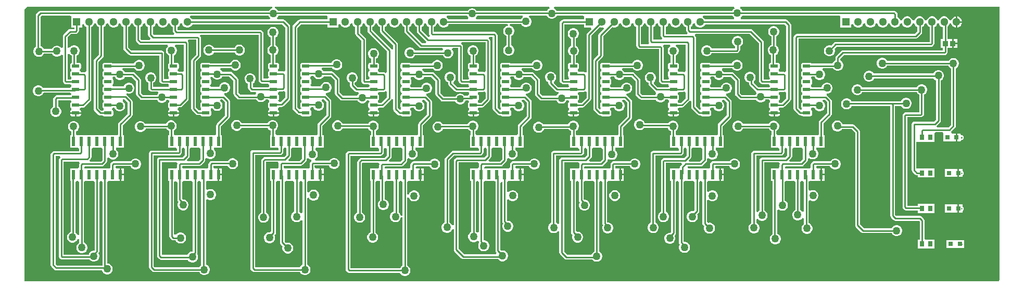
<source format=gtl>
G04*
G04 #@! TF.GenerationSoftware,Altium Limited,Altium Designer,25.2.1 (25)*
G04*
G04 Layer_Physical_Order=1*
G04 Layer_Color=255*
%FSAX44Y44*%
%MOMM*%
G71*
G04*
G04 #@! TF.SameCoordinates,F3945BAA-94F4-4F02-825A-217E7DD4EA31*
G04*
G04*
G04 #@! TF.FilePolarity,Positive*
G04*
G01*
G75*
%ADD12C,0.2540*%
%ADD19R,0.9500X0.9500*%
%ADD20R,0.8000X0.9500*%
%ADD21R,0.8000X0.8000*%
G04:AMPARAMS|DCode=22|XSize=0.55mm|YSize=1.25mm|CornerRadius=0.0495mm|HoleSize=0mm|Usage=FLASHONLY|Rotation=90.000|XOffset=0mm|YOffset=0mm|HoleType=Round|Shape=RoundedRectangle|*
%AMROUNDEDRECTD22*
21,1,0.5500,1.1510,0,0,90.0*
21,1,0.4510,1.2500,0,0,90.0*
1,1,0.0990,0.5755,0.2255*
1,1,0.0990,0.5755,-0.2255*
1,1,0.0990,-0.5755,-0.2255*
1,1,0.0990,-0.5755,0.2255*
%
%ADD22ROUNDEDRECTD22*%
%ADD23R,0.6000X1.5500*%
%ADD28C,1.3000*%
%ADD29R,1.3000X1.3000*%
%ADD31C,1.2700*%
G36*
X01622324Y01429710D02*
X01621291Y01429114D01*
X01619636Y01427459D01*
X01618583Y01425635D01*
X01332878D01*
X01332114Y01426959D01*
X01330459Y01428614D01*
X01328431Y01429784D01*
X01329042Y01432250D01*
X01621644D01*
X01622324Y01429710D01*
D02*
G37*
G36*
X01321569Y01429784D02*
X01319541Y01428614D01*
X01317886Y01426959D01*
X01317122Y01425635D01*
X01202945D01*
X01202614Y01426209D01*
X01200959Y01427864D01*
X01198931Y01429034D01*
X01196670Y01429640D01*
X01194330D01*
X01192069Y01429034D01*
X01190041Y01427864D01*
X01188386Y01426209D01*
X01188055Y01425635D01*
X00880089D01*
X00879614Y01426459D01*
X00877959Y01428114D01*
X00875931Y01429284D01*
X00874342Y01429710D01*
X00874676Y01432250D01*
X01320958D01*
X01321569Y01429784D01*
D02*
G37*
G36*
X01377210Y01416540D02*
X01377210Y01415325D01*
Y01411384D01*
X01344000D01*
X01342513Y01411089D01*
X01341253Y01410247D01*
X01339003Y01407997D01*
X01338161Y01406737D01*
X01337865Y01405250D01*
Y01311570D01*
X01338161Y01310084D01*
X01339003Y01308824D01*
X01340491Y01307336D01*
X01341751Y01306494D01*
X01343238Y01306198D01*
X01351783D01*
X01352278Y01305457D01*
X01352293Y01305447D01*
X01352788Y01302555D01*
X01351918Y01301267D01*
X01335000D01*
X01328775Y01307492D01*
X01328726Y01309645D01*
X01329081Y01310759D01*
X01330364Y01312041D01*
X01331534Y01314069D01*
X01332140Y01316330D01*
Y01318670D01*
X01331534Y01320931D01*
X01330364Y01322959D01*
X01328709Y01324614D01*
X01326681Y01325784D01*
X01324420Y01326390D01*
X01322080D01*
X01319819Y01325784D01*
X01317791Y01324614D01*
X01316136Y01322959D01*
X01314966Y01320931D01*
X01314360Y01318670D01*
Y01316330D01*
X01314966Y01314069D01*
X01316136Y01312041D01*
X01317791Y01310386D01*
X01319548Y01309372D01*
Y01307340D01*
X01319844Y01305853D01*
X01320686Y01304593D01*
X01330644Y01294635D01*
X01331904Y01293793D01*
X01333390Y01293498D01*
X01335640D01*
X01336320Y01290958D01*
X01335291Y01290364D01*
X01333636Y01288709D01*
X01332728Y01287135D01*
X01309870D01*
X01305475Y01291530D01*
Y01312933D01*
X01305179Y01314419D01*
X01304337Y01315680D01*
X01295337Y01324679D01*
X01294077Y01325522D01*
X01292591Y01325817D01*
X01279363D01*
X01278454Y01327391D01*
X01276799Y01329046D01*
X01276273Y01329350D01*
X01276953Y01331890D01*
X01293291D01*
X01293636Y01331291D01*
X01295291Y01329636D01*
X01297319Y01328466D01*
X01299580Y01327860D01*
X01301920D01*
X01304181Y01328466D01*
X01306209Y01329636D01*
X01307864Y01331291D01*
X01309034Y01333319D01*
X01309640Y01335580D01*
Y01337920D01*
X01309034Y01340181D01*
X01307864Y01342209D01*
X01306209Y01343864D01*
X01304181Y01345034D01*
X01301920Y01345640D01*
X01299580D01*
X01297319Y01345034D01*
X01295291Y01343864D01*
X01293636Y01342209D01*
X01292466Y01340181D01*
X01292326Y01339660D01*
X01258106D01*
X01258050Y01339743D01*
X01257046Y01340414D01*
X01255862Y01340649D01*
X01244352D01*
X01243167Y01340414D01*
X01242164Y01339743D01*
X01241493Y01338739D01*
X01241257Y01337555D01*
Y01333045D01*
X01241493Y01331861D01*
X01242164Y01330857D01*
X01243032Y01330277D01*
X01243167Y01329258D01*
Y01328642D01*
X01243032Y01327623D01*
X01242164Y01327043D01*
X01241493Y01326039D01*
X01241257Y01324855D01*
Y01320345D01*
X01241493Y01319161D01*
X01242164Y01318157D01*
X01243032Y01317577D01*
X01243167Y01316558D01*
Y01315942D01*
X01243032Y01314923D01*
X01242164Y01314343D01*
X01241493Y01313339D01*
X01241257Y01312155D01*
Y01307645D01*
X01241493Y01306461D01*
X01242164Y01305457D01*
X01243032Y01304877D01*
X01243167Y01303858D01*
Y01303242D01*
X01243032Y01302223D01*
X01242164Y01301643D01*
X01241493Y01300639D01*
X01241257Y01299455D01*
Y01294945D01*
X01241493Y01293761D01*
X01242164Y01292757D01*
X01243032Y01292177D01*
X01243167Y01291158D01*
Y01290542D01*
X01243032Y01289523D01*
X01242164Y01288943D01*
X01241493Y01287939D01*
X01241257Y01286755D01*
Y01282245D01*
X01241493Y01281061D01*
X01242164Y01280057D01*
X01243032Y01279477D01*
X01243167Y01278458D01*
Y01277842D01*
X01243032Y01276823D01*
X01242164Y01276243D01*
X01241493Y01275239D01*
X01241257Y01274055D01*
Y01269545D01*
X01241493Y01268361D01*
X01242164Y01267357D01*
X01241967Y01265043D01*
X01241811Y01264627D01*
X01240592Y01264164D01*
X01239782Y01264485D01*
X01236725Y01267542D01*
Y01385762D01*
X01236429Y01387248D01*
X01235587Y01388508D01*
X01234099Y01389996D01*
X01232839Y01390838D01*
X01231352Y01391134D01*
X01133135D01*
Y01399304D01*
X01134801Y01400266D01*
X01136484Y01401949D01*
X01137675Y01404010D01*
X01137936Y01404985D01*
X01140565D01*
X01140827Y01404010D01*
X01142017Y01401949D01*
X01143700Y01400266D01*
X01145761Y01399076D01*
X01148061Y01398460D01*
X01150441D01*
X01152740Y01399076D01*
X01154801Y01400266D01*
X01156484Y01401949D01*
X01157591Y01403865D01*
X01251543D01*
X01253727Y01403007D01*
Y01403007D01*
D01*
X01253830Y01401390D01*
X01253702Y01401356D01*
X01251569Y01400784D01*
X01249541Y01399614D01*
X01247886Y01397959D01*
X01246716Y01395931D01*
X01246110Y01393670D01*
Y01391330D01*
X01246716Y01389069D01*
X01247886Y01387041D01*
X01249541Y01385386D01*
X01251115Y01384478D01*
Y01369272D01*
X01249541Y01368364D01*
X01247886Y01366709D01*
X01246716Y01364681D01*
X01246110Y01362420D01*
Y01360080D01*
X01246716Y01357819D01*
X01247886Y01355791D01*
X01249541Y01354136D01*
X01251569Y01352966D01*
X01253830Y01352360D01*
X01256170D01*
X01258431Y01352966D01*
X01260459Y01354136D01*
X01262114Y01355791D01*
X01263284Y01357819D01*
X01263890Y01360080D01*
Y01362420D01*
X01263284Y01364681D01*
X01262114Y01366709D01*
X01260459Y01368364D01*
X01258885Y01369272D01*
Y01384478D01*
X01260459Y01385386D01*
X01262114Y01387041D01*
X01263284Y01389069D01*
X01263890Y01391330D01*
Y01393670D01*
X01263284Y01395931D01*
X01262114Y01397959D01*
X01260459Y01399614D01*
X01258431Y01400784D01*
X01256298Y01401356D01*
X01256170Y01401390D01*
X01256273Y01403007D01*
X01258457Y01403865D01*
X01275122D01*
X01275886Y01402541D01*
X01277541Y01400886D01*
X01279569Y01399716D01*
X01281830Y01399110D01*
X01284170D01*
X01286431Y01399716D01*
X01288459Y01400886D01*
X01290114Y01402541D01*
X01291284Y01404569D01*
X01291890Y01406830D01*
Y01409170D01*
X01291284Y01411431D01*
X01290114Y01413459D01*
X01288459Y01415114D01*
X01288092Y01415325D01*
X01288773Y01417865D01*
X01316833D01*
X01317886Y01416041D01*
X01319541Y01414386D01*
X01321569Y01413216D01*
X01323830Y01412610D01*
X01326170D01*
X01328431Y01413216D01*
X01330459Y01414386D01*
X01332114Y01416041D01*
X01333167Y01417865D01*
X01375219D01*
X01377210Y01416540D01*
D02*
G37*
G36*
X01277908Y01415325D02*
X01277541Y01415114D01*
X01275886Y01413459D01*
X01274833Y01411635D01*
X01202381D01*
X01202169Y01411932D01*
X01201497Y01414175D01*
X01202614Y01415291D01*
X01203784Y01417319D01*
X01203931Y01417865D01*
X01277227D01*
X01277908Y01415325D01*
D02*
G37*
G36*
X01187216Y01417319D02*
X01188386Y01415291D01*
X01189503Y01414175D01*
X01188831Y01411932D01*
X01188619Y01411635D01*
X01157302D01*
X01156484Y01413050D01*
X01154801Y01414733D01*
X01153776Y01415325D01*
X01154457Y01417865D01*
X01187069D01*
X01187216Y01417319D01*
D02*
G37*
G36*
X01619636Y01416541D02*
X01621291Y01414886D01*
X01621450Y01411862D01*
X01621064Y01411384D01*
X01574446D01*
X01573484Y01413051D01*
X01571801Y01414734D01*
X01570776Y01415325D01*
X01571456Y01417865D01*
X01618872D01*
X01619636Y01416541D01*
D02*
G37*
G36*
X00864216Y01417569D02*
X00865386Y01415541D01*
X00867003Y01413924D01*
X00867000Y01413746D01*
X00866295Y01411384D01*
X00740446D01*
X00739484Y01413050D01*
X00737801Y01414733D01*
X00736776Y01415325D01*
X00737456Y01417865D01*
X00864136D01*
X00864216Y01417569D01*
D02*
G37*
G36*
X02053085Y00987915D02*
X02053403Y00987597D01*
X02052431Y00985250D01*
X00467250D01*
Y01428072D01*
X00471428Y01432250D01*
X00870324D01*
X00870658Y01429710D01*
X00869069Y01429284D01*
X00867041Y01428114D01*
X00865386Y01426459D01*
X00864911Y01425635D01*
X00493500D01*
X00492013Y01425339D01*
X00490753Y01424497D01*
X00487003Y01420747D01*
X00486161Y01419487D01*
X00485865Y01418000D01*
Y01366801D01*
X00485541Y01366614D01*
X00483886Y01364959D01*
X00482716Y01362931D01*
X00482110Y01360670D01*
Y01358330D01*
X00482716Y01356069D01*
X00483886Y01354041D01*
X00485541Y01352386D01*
X00487569Y01351216D01*
X00489830Y01350610D01*
X00492170D01*
X00494431Y01351216D01*
X00496459Y01352386D01*
X00498114Y01354041D01*
X00499095Y01355740D01*
X00512050D01*
X00512886Y01354291D01*
X00514541Y01352636D01*
X00516569Y01351466D01*
X00518830Y01350860D01*
X00521170D01*
X00523431Y01351466D01*
X00525459Y01352636D01*
X00527075Y01354253D01*
X00527255Y01354249D01*
X00529615Y01353544D01*
Y01311388D01*
X00529911Y01309901D01*
X00530753Y01308641D01*
X00532241Y01307153D01*
X00533501Y01306311D01*
X00534988Y01306015D01*
X00542183D01*
X00542557Y01305457D01*
X00543425Y01304877D01*
X00543561Y01303858D01*
Y01303242D01*
X00543425Y01302223D01*
X00542557Y01301643D01*
X00541886Y01300639D01*
X00541781Y01300110D01*
X00497460D01*
X00497114Y01300709D01*
X00495459Y01302364D01*
X00493431Y01303534D01*
X00491170Y01304140D01*
X00488830D01*
X00486569Y01303534D01*
X00484541Y01302364D01*
X00482886Y01300709D01*
X00481716Y01298681D01*
X00481110Y01296420D01*
Y01294080D01*
X00481716Y01291819D01*
X00482886Y01289791D01*
X00484541Y01288136D01*
X00486569Y01286966D01*
X00488830Y01286360D01*
X00491170D01*
X00493431Y01286966D01*
X00495459Y01288136D01*
X00497114Y01289791D01*
X00498284Y01291819D01*
X00498424Y01292340D01*
X00541890D01*
X00543478Y01289924D01*
X00543425Y01289523D01*
X00542557Y01288943D01*
X00541886Y01287939D01*
X00541850Y01287760D01*
X00519738D01*
X00518251Y01287464D01*
X00516991Y01286622D01*
X00515503Y01285134D01*
X00514661Y01283874D01*
X00514365Y01282387D01*
Y01269772D01*
X00512791Y01268864D01*
X00511136Y01267209D01*
X00509966Y01265181D01*
X00509360Y01262920D01*
Y01260580D01*
X00509966Y01258319D01*
X00511136Y01256291D01*
X00512791Y01254636D01*
X00514819Y01253466D01*
X00517080Y01252860D01*
X00519420D01*
X00521681Y01253466D01*
X00523709Y01254636D01*
X00525364Y01256291D01*
X00526534Y01258319D01*
X00527140Y01260580D01*
Y01262920D01*
X00526534Y01265181D01*
X00525364Y01267209D01*
X00523709Y01268864D01*
X00522135Y01269772D01*
Y01279990D01*
X00542509D01*
X00543558Y01277824D01*
X00543425Y01276823D01*
X00542557Y01276243D01*
X00541886Y01275239D01*
X00541650Y01274055D01*
Y01269545D01*
X00541886Y01268361D01*
X00542557Y01267357D01*
X00543425Y01266777D01*
X00543561Y01265758D01*
Y01265142D01*
X00543425Y01264123D01*
X00542557Y01263543D01*
X00541886Y01262539D01*
X00541650Y01261355D01*
Y01260370D01*
X00550500D01*
X00559349D01*
Y01261355D01*
X00559114Y01262539D01*
X00558443Y01263543D01*
X00557575Y01264123D01*
X00557439Y01265142D01*
Y01265758D01*
X00557575Y01266777D01*
X00558443Y01267357D01*
X00558816Y01267915D01*
X00562550D01*
X00564037Y01268211D01*
X00565297Y01269053D01*
X00574997Y01278753D01*
X00575839Y01280013D01*
X00576135Y01281500D01*
Y01399304D01*
X00577801Y01400266D01*
X00579484Y01401949D01*
X00580674Y01404010D01*
X00580936Y01404985D01*
X00583565D01*
X00583826Y01404010D01*
X00585017Y01401949D01*
X00586700Y01400266D01*
X00588366Y01399304D01*
Y01353859D01*
X00581253Y01346747D01*
X00580411Y01345486D01*
X00580115Y01344000D01*
Y01265750D01*
X00580411Y01264264D01*
X00581253Y01263003D01*
X00587903Y01256353D01*
X00589164Y01255511D01*
X00590650Y01255215D01*
X00594684D01*
X00595057Y01254657D01*
X00596061Y01253986D01*
X00597245Y01253750D01*
X00608755D01*
X00609939Y01253986D01*
X00610943Y01254657D01*
X00611614Y01255661D01*
X00611850Y01256845D01*
Y01261355D01*
X00611614Y01262539D01*
X00610943Y01263543D01*
X00610075Y01264123D01*
X00609939Y01265142D01*
Y01265758D01*
X00610075Y01266777D01*
X00610943Y01267357D01*
X00611316Y01267915D01*
X00613806D01*
X00613966Y01267319D01*
X00615136Y01265291D01*
X00616791Y01263636D01*
X00618819Y01262466D01*
X00621080Y01261860D01*
X00623420D01*
X00625681Y01262466D01*
X00627709Y01263636D01*
X00629364Y01265291D01*
X00630534Y01267319D01*
X00631140Y01269580D01*
Y01271920D01*
X00630534Y01274181D01*
X00629364Y01276209D01*
X00627709Y01277864D01*
X00627550Y01280888D01*
X00627714Y01281091D01*
X00630328Y01281179D01*
X00635365Y01276141D01*
Y01257859D01*
X00620603Y01243097D01*
X00619761Y01241837D01*
X00619465Y01240350D01*
Y01224836D01*
X00617669Y01223040D01*
X00616190D01*
X00615270Y01223040D01*
X00606030D01*
X00603490Y01223040D01*
X00602570Y01223040D01*
X00593330D01*
X00590790Y01223040D01*
X00589870Y01223040D01*
X00580630D01*
X00578090Y01223040D01*
X00577170Y01223040D01*
X00567930D01*
X00565390Y01223040D01*
X00564470Y01223040D01*
X00552831Y01223040D01*
X00551035Y01224836D01*
Y01229078D01*
X00552609Y01229986D01*
X00554264Y01231641D01*
X00555434Y01233669D01*
X00556040Y01235930D01*
Y01238270D01*
X00555434Y01240531D01*
X00554264Y01242559D01*
X00552609Y01244214D01*
X00550581Y01245384D01*
X00548320Y01245990D01*
X00545980D01*
X00543719Y01245384D01*
X00541691Y01244214D01*
X00540036Y01242559D01*
X00538866Y01240531D01*
X00538260Y01238270D01*
Y01235930D01*
X00538866Y01233669D01*
X00540036Y01231641D01*
X00541691Y01229986D01*
X00543265Y01229078D01*
Y01223040D01*
X00541610D01*
Y01202460D01*
X00554169Y01202460D01*
X00555965Y01200664D01*
Y01197134D01*
X00515500D01*
X00514013Y01196839D01*
X00512753Y01195997D01*
X00511265Y01194509D01*
X00510423Y01193249D01*
X00510127Y01191762D01*
Y01011738D01*
X00510423Y01010251D01*
X00511265Y01008991D01*
X00516253Y01004003D01*
X00517514Y01003161D01*
X00519000Y01002865D01*
X00593435D01*
X00593716Y01001819D01*
X00594886Y00999791D01*
X00596541Y00998136D01*
X00598569Y00996966D01*
X00600830Y00996360D01*
X00603170D01*
X00605431Y00996966D01*
X00607459Y00998136D01*
X00609114Y00999791D01*
X00610284Y01001819D01*
X00610890Y01004080D01*
Y01006420D01*
X00610284Y01008681D01*
X00609114Y01010709D01*
X00607459Y01012364D01*
X00605431Y01013534D01*
X00603170Y01014140D01*
X00601735D01*
Y01146664D01*
X00603531Y01148460D01*
X00605110D01*
X00606030Y01148460D01*
X00615270D01*
X00617810Y01148460D01*
X00618730Y01148460D01*
X00622080D01*
Y01158750D01*
Y01169040D01*
X00616331Y01169040D01*
X00615295Y01170075D01*
X00616348Y01172615D01*
X00639703D01*
X00639716Y01172569D01*
X00640886Y01170541D01*
X00642541Y01168886D01*
X00644569Y01167716D01*
X00646830Y01167110D01*
X00649170D01*
X00651431Y01167716D01*
X00653459Y01168886D01*
X00655114Y01170541D01*
X00656284Y01172569D01*
X00656890Y01174830D01*
Y01177170D01*
X00656284Y01179431D01*
X00655114Y01181459D01*
X00653459Y01183114D01*
X00651431Y01184284D01*
X00649170Y01184890D01*
X00646830D01*
X00644569Y01184284D01*
X00642541Y01183114D01*
X00640886Y01181459D01*
X00640266Y01180385D01*
X00612138D01*
X00610651Y01180089D01*
X00609391Y01179247D01*
X00607903Y01177759D01*
X00607061Y01176499D01*
X00606765Y01175012D01*
Y01170836D01*
X00604969Y01169040D01*
X00603490D01*
X00602570Y01169040D01*
X00593330D01*
X00590790Y01169040D01*
X00589870Y01169040D01*
X00580630D01*
X00578090Y01169040D01*
X00577170Y01169040D01*
X00567930D01*
X00567010Y01169040D01*
X00565431D01*
X00564895Y01169576D01*
X00565947Y01172115D01*
X00593250D01*
X00594737Y01172411D01*
X00595997Y01173253D01*
X00600697Y01177953D01*
X00601539Y01179214D01*
X00601835Y01180700D01*
Y01185948D01*
X00603347Y01186666D01*
X00604375Y01186803D01*
X00605791Y01185386D01*
X00607819Y01184216D01*
X00610080Y01183610D01*
X00612420D01*
X00614681Y01184216D01*
X00616709Y01185386D01*
X00618364Y01187041D01*
X00619534Y01189069D01*
X00620140Y01191330D01*
Y01193670D01*
X00619534Y01195931D01*
X00618364Y01197959D01*
X00616709Y01199614D01*
X00616178Y01199920D01*
X00616190Y01202460D01*
X00617810D01*
X00618730Y01202460D01*
X00628890D01*
Y01223040D01*
X00627235D01*
Y01238741D01*
X00641997Y01253503D01*
X00642839Y01254763D01*
X00643135Y01256250D01*
Y01277750D01*
X00642839Y01279237D01*
X00641997Y01280497D01*
X00634497Y01287997D01*
X00633237Y01288839D01*
X00633960Y01291178D01*
X00636080Y01290610D01*
X00638420D01*
X00640681Y01291216D01*
X00642709Y01292386D01*
X00644364Y01294041D01*
X00645534Y01296069D01*
X00646140Y01298330D01*
Y01300670D01*
X00645534Y01302931D01*
X00644364Y01304959D01*
X00642709Y01306614D01*
X00640681Y01307784D01*
X00638420Y01308390D01*
X00636080D01*
X00633819Y01307784D01*
X00631791Y01306614D01*
X00630136Y01304959D01*
X00628966Y01302931D01*
X00628779Y01302235D01*
X00611711D01*
X00610061Y01304775D01*
X00610075Y01304877D01*
X00610943Y01305457D01*
X00611614Y01306461D01*
X00611850Y01307645D01*
Y01312155D01*
X00611614Y01313339D01*
X00610943Y01314343D01*
X00610787Y01317174D01*
X00611762Y01318290D01*
X00614232D01*
X00615386Y01316291D01*
X00617041Y01314636D01*
X00619069Y01313466D01*
X00621330Y01312860D01*
X00623670D01*
X00625931Y01313466D01*
X00627959Y01314636D01*
X00629614Y01316291D01*
X00630522Y01317865D01*
X00642141D01*
X00648865Y01311141D01*
Y01289738D01*
X00649161Y01288251D01*
X00650003Y01286991D01*
X00655241Y01281753D01*
X00656501Y01280911D01*
X00657988Y01280615D01*
X00682923D01*
X00683727Y01279224D01*
X00685382Y01277569D01*
X00687409Y01276398D01*
X00689670Y01275793D01*
X00692011D01*
X00694272Y01276398D01*
X00696299Y01277569D01*
X00697954Y01279224D01*
X00698757Y01280615D01*
X00701448D01*
X00701821Y01280057D01*
X00702690Y01279477D01*
X00702825Y01278458D01*
Y01277842D01*
X00702690Y01276823D01*
X00701821Y01276243D01*
X00701151Y01275239D01*
X00700915Y01274055D01*
Y01269545D01*
X00701151Y01268361D01*
X00701821Y01267357D01*
X00702690Y01266777D01*
X00702825Y01265758D01*
Y01265142D01*
X00702690Y01264123D01*
X00701821Y01263543D01*
X00701151Y01262539D01*
X00700915Y01261355D01*
Y01260370D01*
X00709764D01*
X00718614D01*
Y01261355D01*
X00718378Y01262539D01*
X00717708Y01263543D01*
X00716839Y01264123D01*
X00716704Y01265142D01*
Y01265758D01*
X00716839Y01266777D01*
X00717708Y01267357D01*
X00718378Y01268361D01*
X00718425Y01268598D01*
X00720890D01*
X00722377Y01268894D01*
X00723637Y01269736D01*
X00733337Y01279436D01*
X00734180Y01280696D01*
X00734475Y01282183D01*
Y01372762D01*
X00734180Y01374249D01*
X00733337Y01375509D01*
X00733021Y01375825D01*
X00734073Y01378365D01*
X00746706D01*
Y01354542D01*
X00739593Y01347429D01*
X00738751Y01346169D01*
X00738456Y01344682D01*
Y01266433D01*
X00738751Y01264946D01*
X00739593Y01263686D01*
X00746244Y01257036D01*
X00747504Y01256193D01*
X00748990Y01255898D01*
X00753604D01*
X00753651Y01255661D01*
X00754322Y01254657D01*
X00755325Y01253986D01*
X00756510Y01253750D01*
X00768020D01*
X00769204Y01253986D01*
X00770208Y01254657D01*
X00770879Y01255661D01*
X00771114Y01256845D01*
Y01261355D01*
X00770879Y01262539D01*
X00770208Y01263543D01*
X00770202Y01266078D01*
X00770261Y01266332D01*
X00771681Y01267105D01*
X00772949Y01266888D01*
X00773476Y01265974D01*
X00775132Y01264319D01*
X00777159Y01263148D01*
X00779420Y01262543D01*
X00781761D01*
X00784022Y01263148D01*
X00786049Y01264319D01*
X00787704Y01265974D01*
X00788875Y01268001D01*
X00789480Y01270262D01*
Y01272603D01*
X00788875Y01274864D01*
X00787704Y01276891D01*
X00786049Y01278546D01*
X00785683Y01278758D01*
X00786363Y01281298D01*
X00789231D01*
X00793706Y01276824D01*
Y01254949D01*
X00780303Y01241547D01*
X00779461Y01240287D01*
X00779165Y01238800D01*
Y01224836D01*
X00777369Y01223040D01*
X00775890D01*
X00774970Y01223040D01*
X00764810D01*
Y01223040D01*
X00763190D01*
Y01223040D01*
X00753030D01*
X00750490Y01223040D01*
X00749570Y01223040D01*
X00740330D01*
X00737790Y01223040D01*
X00736870Y01223040D01*
X00727630D01*
X00725090Y01223040D01*
X00724170Y01223040D01*
X00714930D01*
X00712390Y01223040D01*
X00710310Y01225099D01*
Y01230473D01*
X00711459Y01231136D01*
X00713114Y01232791D01*
X00714284Y01234819D01*
X00714890Y01237080D01*
Y01239420D01*
X00714284Y01241681D01*
X00713114Y01243709D01*
X00711459Y01245364D01*
X00709431Y01246534D01*
X00707170Y01247140D01*
X00704830D01*
X00702569Y01246534D01*
X00700541Y01245364D01*
X00698886Y01243709D01*
X00697716Y01241681D01*
X00697670Y01241510D01*
X00663662D01*
X00663114Y01242459D01*
X00661459Y01244114D01*
X00659431Y01245284D01*
X00657170Y01245890D01*
X00654830D01*
X00652569Y01245284D01*
X00650541Y01244114D01*
X00648886Y01242459D01*
X00647716Y01240431D01*
X00647110Y01238170D01*
Y01235830D01*
X00647716Y01233569D01*
X00648886Y01231541D01*
X00650541Y01229886D01*
X00652569Y01228716D01*
X00654830Y01228110D01*
X00657170D01*
X00659431Y01228716D01*
X00661459Y01229886D01*
X00663114Y01231541D01*
X00664284Y01233569D01*
X00664330Y01233740D01*
X00698338D01*
X00698886Y01232791D01*
X00700541Y01231136D01*
X00702540Y01229982D01*
Y01223040D01*
X00701310D01*
Y01202460D01*
X00713869Y01202460D01*
X00715665Y01200664D01*
Y01197817D01*
X00673840D01*
X00672354Y01197521D01*
X00671094Y01196679D01*
X00670251Y01195419D01*
X00669956Y01193932D01*
Y01007988D01*
X00670251Y01006501D01*
X00671094Y01005241D01*
X00675081Y01001253D01*
X00676342Y01000411D01*
X00677828Y01000115D01*
X00751728D01*
X00752636Y00998541D01*
X00754291Y00996886D01*
X00756319Y00995716D01*
X00758580Y00995110D01*
X00760920D01*
X00763181Y00995716D01*
X00765209Y00996886D01*
X00766864Y00998541D01*
X00768034Y01000569D01*
X00768640Y01002830D01*
Y01005170D01*
X00768034Y01007431D01*
X00766864Y01009459D01*
X00765209Y01011114D01*
X00763181Y01012284D01*
X00762585Y01012444D01*
Y01117303D01*
X00762911Y01117653D01*
X00765125Y01118655D01*
X00766319Y01117966D01*
X00768580Y01117360D01*
X00770920D01*
X00773181Y01117966D01*
X00775209Y01119136D01*
X00776864Y01120791D01*
X00778034Y01122819D01*
X00778640Y01125080D01*
Y01127420D01*
X00778034Y01129681D01*
X00776864Y01131709D01*
X00775209Y01133364D01*
X00773181Y01134534D01*
X00770920Y01135140D01*
X00768580D01*
X00766319Y01134534D01*
X00765125Y01133845D01*
X00762911Y01134847D01*
X00762585Y01135197D01*
Y01147700D01*
X00764810Y01148460D01*
X00765730Y01148460D01*
X00774970D01*
X00777510Y01148460D01*
X00778430Y01148460D01*
X00781780D01*
Y01158750D01*
Y01169040D01*
X00776031Y01169040D01*
X00774313Y01170758D01*
X00774423Y01173298D01*
X00797654D01*
X00797716Y01173069D01*
X00798886Y01171041D01*
X00800541Y01169386D01*
X00802569Y01168216D01*
X00804830Y01167610D01*
X00807170D01*
X00809431Y01168216D01*
X00811459Y01169386D01*
X00813114Y01171041D01*
X00814284Y01173069D01*
X00814890Y01175330D01*
Y01177670D01*
X00814284Y01179931D01*
X00813114Y01181959D01*
X00811459Y01183614D01*
X00809431Y01184784D01*
X00807170Y01185390D01*
X00804830D01*
X00802569Y01184784D01*
X00800541Y01183614D01*
X00798886Y01181959D01*
X00798372Y01181067D01*
X00771838D01*
X00770351Y01180772D01*
X00769091Y01179930D01*
X00767603Y01178442D01*
X00766761Y01177181D01*
X00766465Y01175695D01*
Y01170836D01*
X00764669Y01169040D01*
X00763190D01*
X00762270Y01169040D01*
X00753030D01*
X00750490Y01169040D01*
X00749570Y01169040D01*
X00740330D01*
X00737790Y01169040D01*
X00736870Y01169040D01*
X00725231Y01169040D01*
X00724013Y01170258D01*
X00724830Y01172798D01*
X00751590D01*
X00753077Y01173094D01*
X00754337Y01173936D01*
X00760397Y01179996D01*
X00761239Y01181256D01*
X00761535Y01182742D01*
Y01185074D01*
X00764075Y01186126D01*
X00764132Y01186069D01*
X00766159Y01184898D01*
X00768420Y01184293D01*
X00770761D01*
X00773022Y01184898D01*
X00775049Y01186069D01*
X00776704Y01187724D01*
X00777875Y01189751D01*
X00778480Y01192012D01*
Y01194353D01*
X00777875Y01196614D01*
X00776704Y01198641D01*
X00775425Y01199920D01*
X00775890Y01202460D01*
X00777510D01*
X00778430Y01202460D01*
X00788590D01*
Y01223040D01*
X00786935D01*
Y01237191D01*
X00800337Y01250593D01*
X00801179Y01251854D01*
X00801475Y01253340D01*
Y01278433D01*
X00801179Y01279919D01*
X00800337Y01281179D01*
X00793587Y01287929D01*
X00792327Y01288771D01*
X00792672Y01291293D01*
X00794011D01*
X00796273Y01291898D01*
X00798300Y01293069D01*
X00799955Y01294724D01*
X00801125Y01296751D01*
X00801731Y01299012D01*
Y01301353D01*
X00801125Y01303614D01*
X00799955Y01305641D01*
X00798300Y01307296D01*
X00796273Y01308467D01*
X00794011Y01309073D01*
X00791671D01*
X00789410Y01308467D01*
X00787383Y01307296D01*
X00785727Y01305641D01*
X00784557Y01303614D01*
X00784062Y01301767D01*
X00770472D01*
X00769219Y01303975D01*
X00769339Y01304877D01*
X00770208Y01305457D01*
X00770879Y01306461D01*
X00771114Y01307645D01*
Y01312155D01*
X00770879Y01313339D01*
X00770208Y01314343D01*
X00770060Y01317173D01*
X00770679Y01317874D01*
X00773314Y01317689D01*
X00773727Y01316974D01*
X00775382Y01315319D01*
X00777409Y01314148D01*
X00779670Y01313543D01*
X00782011D01*
X00784272Y01314148D01*
X00786299Y01315319D01*
X00787954Y01316974D01*
X00788863Y01318548D01*
X00800481D01*
X00807206Y01311824D01*
Y01290420D01*
X00807501Y01288934D01*
X00808344Y01287673D01*
X00813581Y01282436D01*
X00814842Y01281593D01*
X00816328Y01281298D01*
X00844305D01*
X00844886Y01280291D01*
X00846541Y01278636D01*
X00848569Y01277466D01*
X00850830Y01276860D01*
X00853170D01*
X00855431Y01277466D01*
X00857459Y01278636D01*
X00859114Y01280291D01*
X00859662Y01281240D01*
X00863729D01*
X00863765Y01281061D01*
X00864436Y01280057D01*
X00865304Y01279477D01*
X00865440Y01278458D01*
Y01277842D01*
X00865304Y01276823D01*
X00864436Y01276243D01*
X00863765Y01275239D01*
X00863529Y01274055D01*
Y01269545D01*
X00863765Y01268361D01*
X00864436Y01267357D01*
X00865304Y01266777D01*
X00865440Y01265758D01*
Y01265142D01*
X00865304Y01264123D01*
X00864436Y01263543D01*
X00863765Y01262539D01*
X00863529Y01261355D01*
Y01260370D01*
X00872379D01*
X00881228D01*
Y01261355D01*
X00880993Y01262539D01*
X00880322Y01263543D01*
X00879454Y01264123D01*
X00879318Y01265142D01*
Y01265758D01*
X00879454Y01266777D01*
X00880322Y01267357D01*
X00880993Y01268361D01*
X00881139Y01269098D01*
X00885890D01*
X00887377Y01269393D01*
X00888637Y01270236D01*
X00898337Y01279936D01*
X00899180Y01281196D01*
X00899475Y01282683D01*
Y01400262D01*
X00899180Y01401749D01*
X00898337Y01403009D01*
X00891100Y01410247D01*
X00889840Y01411089D01*
X00888353Y01411384D01*
X00878705D01*
X00878000Y01413746D01*
X00877997Y01413924D01*
X00879614Y01415541D01*
X00880784Y01417569D01*
X00880864Y01417865D01*
X00958220D01*
X00960210Y01416540D01*
X00960210Y01415325D01*
Y01411384D01*
X00915500D01*
X00914013Y01411089D01*
X00912753Y01410247D01*
X00904593Y01402087D01*
X00903751Y01400827D01*
X00903456Y01399340D01*
Y01266933D01*
X00903751Y01265446D01*
X00904593Y01264186D01*
X00911244Y01257536D01*
X00912504Y01256693D01*
X00913990Y01256398D01*
X00916118D01*
X00916265Y01255661D01*
X00916936Y01254657D01*
X00917940Y01253986D01*
X00919124Y01253751D01*
X00930634D01*
X00931818Y01253986D01*
X00932822Y01254657D01*
X00933493Y01255661D01*
X00933728Y01256845D01*
Y01261355D01*
X00933493Y01262539D01*
X00932822Y01263543D01*
X00931954Y01264123D01*
X00931818Y01265142D01*
Y01265758D01*
X00931954Y01266777D01*
X00932822Y01267357D01*
X00933493Y01268361D01*
X00933640Y01269098D01*
X00937146D01*
X00937306Y01268501D01*
X00938476Y01266474D01*
X00940132Y01264819D01*
X00942159Y01263648D01*
X00944420Y01263043D01*
X00946761D01*
X00949022Y01263648D01*
X00951049Y01264819D01*
X00952704Y01266474D01*
X00953875Y01268501D01*
X00954480Y01270762D01*
Y01273103D01*
X00953875Y01275364D01*
X00952704Y01277391D01*
X00951049Y01279046D01*
X00950683Y01279258D01*
X00951363Y01281798D01*
X00954231D01*
X00958706Y01277324D01*
Y01255699D01*
X00945303Y01242297D01*
X00944461Y01241037D01*
X00944165Y01239550D01*
Y01224836D01*
X00942369Y01223040D01*
X00941419D01*
X00940499Y01223040D01*
X00931259D01*
X00928719Y01223040D01*
X00927799Y01223040D01*
X00918559D01*
X00916019Y01223040D01*
X00915099Y01223040D01*
X00905859D01*
X00903319Y01223040D01*
X00902399Y01223040D01*
X00893159D01*
X00890619Y01223040D01*
X00889699Y01223040D01*
X00880459D01*
X00877850Y01223040D01*
X00875310Y01224880D01*
Y01230973D01*
X00876459Y01231636D01*
X00878114Y01233291D01*
X00879284Y01235319D01*
X00879890Y01237580D01*
Y01239920D01*
X00879284Y01242181D01*
X00878114Y01244209D01*
X00876459Y01245864D01*
X00874431Y01247034D01*
X00872170Y01247640D01*
X00869830D01*
X00867569Y01247034D01*
X00865541Y01245864D01*
X00863886Y01244209D01*
X00863050Y01242760D01*
X00820595D01*
X00819614Y01244459D01*
X00817959Y01246114D01*
X00815931Y01247284D01*
X00813670Y01247890D01*
X00811330D01*
X00809069Y01247284D01*
X00807041Y01246114D01*
X00805386Y01244459D01*
X00804216Y01242431D01*
X00803610Y01240170D01*
Y01237830D01*
X00804216Y01235569D01*
X00805386Y01233541D01*
X00807041Y01231886D01*
X00809069Y01230716D01*
X00811330Y01230110D01*
X00813670D01*
X00815931Y01230716D01*
X00817959Y01231886D01*
X00819614Y01233541D01*
X00820450Y01234990D01*
X00862905D01*
X00863886Y01233291D01*
X00865541Y01231636D01*
X00867540Y01230482D01*
Y01223040D01*
X00866839D01*
Y01202460D01*
X00876999D01*
X00879539Y01202460D01*
X00880665Y01201333D01*
Y01198317D01*
X00838840D01*
X00837354Y01198021D01*
X00836094Y01197179D01*
X00835251Y01195919D01*
X00834956Y01194432D01*
Y01006410D01*
X00835251Y01004923D01*
X00836094Y01003663D01*
X00838503Y01001253D01*
X00839763Y01000411D01*
X00841250Y01000115D01*
X00915478D01*
X00916386Y00998541D01*
X00918041Y00996886D01*
X00920069Y00995716D01*
X00922330Y00995110D01*
X00924670D01*
X00926931Y00995716D01*
X00928959Y00996886D01*
X00930614Y00998541D01*
X00931784Y01000569D01*
X00932390Y01002830D01*
Y01005170D01*
X00931784Y01007431D01*
X00930614Y01009459D01*
X00928959Y01011114D01*
X00927224Y01012115D01*
Y01120438D01*
X00929764Y01121119D01*
X00930386Y01120041D01*
X00932041Y01118386D01*
X00934068Y01117216D01*
X00936329Y01116610D01*
X00938670D01*
X00940931Y01117216D01*
X00942958Y01118386D01*
X00944614Y01120041D01*
X00945784Y01122068D01*
X00946390Y01124330D01*
Y01126670D01*
X00945784Y01128931D01*
X00944614Y01130958D01*
X00942958Y01132614D01*
X00940931Y01133784D01*
X00938670Y01134390D01*
X00936329D01*
X00934068Y01133784D01*
X00932041Y01132614D01*
X00930386Y01130958D01*
X00929764Y01129881D01*
X00927224Y01130562D01*
Y01146664D01*
X00929020Y01148460D01*
X00930339D01*
X00931259Y01148460D01*
X00940499D01*
X00943039Y01148460D01*
X00943959Y01148460D01*
X00947309D01*
Y01158750D01*
Y01169040D01*
X00943959D01*
X00941419Y01169040D01*
X00939235Y01171056D01*
Y01173798D01*
X00962654D01*
X00962716Y01173569D01*
X00963886Y01171541D01*
X00965541Y01169886D01*
X00967569Y01168716D01*
X00969830Y01168110D01*
X00972170D01*
X00974431Y01168716D01*
X00976459Y01169886D01*
X00978114Y01171541D01*
X00979284Y01173569D01*
X00979890Y01175830D01*
Y01178170D01*
X00979284Y01180431D01*
X00978114Y01182459D01*
X00976459Y01184114D01*
X00974431Y01185284D01*
X00972170Y01185890D01*
X00969830D01*
X00967569Y01185284D01*
X00965541Y01184114D01*
X00963886Y01182459D01*
X00963372Y01181567D01*
X00940723D01*
X00940042Y01184107D01*
X00940959Y01184636D01*
X00942614Y01186291D01*
X00943784Y01188319D01*
X00944390Y01190580D01*
Y01192920D01*
X00943784Y01195181D01*
X00942614Y01197209D01*
X00941076Y01198746D01*
X00940952Y01198970D01*
X00940781Y01201871D01*
X00941370Y01202460D01*
X00943039D01*
X00943959Y01202460D01*
X00954119D01*
Y01223040D01*
X00951935D01*
Y01237941D01*
X00965337Y01251344D01*
X00966179Y01252604D01*
X00966475Y01254090D01*
Y01278933D01*
X00966179Y01280419D01*
X00965337Y01281679D01*
X00958587Y01288429D01*
X00957327Y01289271D01*
X00957672Y01291793D01*
X00959011D01*
X00961273Y01292398D01*
X00963300Y01293569D01*
X00964955Y01295224D01*
X00966125Y01297251D01*
X00966731Y01299512D01*
Y01301853D01*
X00966125Y01304114D01*
X00964955Y01306141D01*
X00963300Y01307796D01*
X00961273Y01308967D01*
X00959011Y01309573D01*
X00956671D01*
X00954410Y01308967D01*
X00952383Y01307796D01*
X00950727Y01306141D01*
X00949557Y01304114D01*
X00949062Y01302267D01*
X00933609D01*
X00931945Y01304807D01*
X00931954Y01304877D01*
X00932822Y01305457D01*
X00933493Y01306461D01*
X00933728Y01307645D01*
Y01312155D01*
X00933493Y01313339D01*
X00932822Y01314343D01*
X00931954Y01314923D01*
X00931818Y01315942D01*
Y01316558D01*
X00931954Y01317577D01*
X00932822Y01318157D01*
X00933493Y01319161D01*
X00933555Y01319473D01*
X00937572D01*
X00938727Y01317474D01*
X00940382Y01315819D01*
X00942409Y01314648D01*
X00944670Y01314043D01*
X00947011D01*
X00949272Y01314648D01*
X00951299Y01315819D01*
X00952954Y01317474D01*
X00953863Y01319048D01*
X00965481D01*
X00972206Y01312324D01*
Y01290920D01*
X00972501Y01289434D01*
X00973344Y01288174D01*
X00981014Y01280503D01*
X00982274Y01279661D01*
X00983761Y01279365D01*
X01008963D01*
X01009511Y01278416D01*
X01011166Y01276761D01*
X01013194Y01275591D01*
X01015455Y01274985D01*
X01017795D01*
X01020056Y01275591D01*
X01022084Y01276761D01*
X01023739Y01278416D01*
X01024647Y01279990D01*
X01027342D01*
X01028392Y01277824D01*
X01028259Y01276823D01*
X01027390Y01276243D01*
X01026720Y01275239D01*
X01026484Y01274055D01*
Y01269545D01*
X01026720Y01268361D01*
X01027390Y01267357D01*
X01028259Y01266777D01*
X01028394Y01265758D01*
Y01265142D01*
X01028259Y01264123D01*
X01027390Y01263543D01*
X01026720Y01262539D01*
X01026484Y01261355D01*
Y01260370D01*
X01035333D01*
X01044183D01*
Y01261355D01*
X01043947Y01262539D01*
X01043277Y01263543D01*
X01042408Y01264123D01*
X01042273Y01265142D01*
Y01265758D01*
X01042408Y01266777D01*
X01043277Y01267357D01*
X01043605Y01267848D01*
X01049390D01*
X01050877Y01268143D01*
X01052137Y01268986D01*
X01063497Y01280345D01*
X01064339Y01281605D01*
X01064416Y01281990D01*
X01066955Y01281740D01*
Y01265683D01*
X01067251Y01264196D01*
X01068093Y01262936D01*
X01074743Y01256285D01*
X01076004Y01255443D01*
X01077490Y01255148D01*
X01079563D01*
X01079891Y01254657D01*
X01080894Y01253986D01*
X01082079Y01253751D01*
X01093589D01*
X01094773Y01253986D01*
X01095777Y01254657D01*
X01096448Y01255661D01*
X01096683Y01256845D01*
Y01261355D01*
X01096448Y01262539D01*
X01095777Y01263543D01*
X01094909Y01264123D01*
X01094773Y01265142D01*
Y01265758D01*
X01094909Y01266777D01*
X01095777Y01267357D01*
X01096105Y01267848D01*
X01100646D01*
X01100806Y01267251D01*
X01101976Y01265224D01*
X01103632Y01263569D01*
X01105659Y01262398D01*
X01107920Y01261793D01*
X01110261D01*
X01112522Y01262398D01*
X01114549Y01263569D01*
X01116204Y01265224D01*
X01117374Y01267251D01*
X01117980Y01269512D01*
Y01271853D01*
X01117374Y01274114D01*
X01116204Y01276141D01*
X01114549Y01277796D01*
X01114183Y01278008D01*
X01114863Y01280548D01*
X01117731D01*
X01122206Y01276074D01*
Y01256699D01*
X01108803Y01243297D01*
X01107961Y01242037D01*
X01107665Y01240550D01*
Y01224836D01*
X01105869Y01223040D01*
X01104033Y01223040D01*
X01103113Y01223040D01*
X01092953D01*
Y01223040D01*
X01091333D01*
Y01223040D01*
X01081173D01*
X01078633Y01223040D01*
X01077713Y01223040D01*
X01068473D01*
X01065933Y01223040D01*
X01065013Y01223040D01*
X01055773D01*
X01053233Y01223040D01*
X01052313Y01223040D01*
X01040606Y01223040D01*
X01038810Y01224836D01*
Y01229723D01*
X01039959Y01230386D01*
X01041614Y01232041D01*
X01042784Y01234069D01*
X01043390Y01236330D01*
Y01238670D01*
X01042784Y01240931D01*
X01041614Y01242959D01*
X01039959Y01244614D01*
X01037931Y01245784D01*
X01035670Y01246390D01*
X01033330D01*
X01031069Y01245784D01*
X01029041Y01244614D01*
X01027386Y01242959D01*
X01026694Y01241760D01*
X00984989D01*
X00983864Y01243709D01*
X00982209Y01245364D01*
X00980181Y01246534D01*
X00977920Y01247140D01*
X00975580D01*
X00973319Y01246534D01*
X00971291Y01245364D01*
X00969636Y01243709D01*
X00968466Y01241681D01*
X00967860Y01239420D01*
Y01237080D01*
X00968466Y01234819D01*
X00969636Y01232791D01*
X00971291Y01231136D01*
X00973319Y01229966D01*
X00975580Y01229360D01*
X00977920D01*
X00980181Y01229966D01*
X00982209Y01231136D01*
X00983864Y01232791D01*
X00984556Y01233990D01*
X01026261D01*
X01027386Y01232041D01*
X01029041Y01230386D01*
X01031040Y01229232D01*
Y01223040D01*
X01029453D01*
Y01202460D01*
X01039613D01*
X01042153Y01202460D01*
X01044165Y01200372D01*
Y01197067D01*
X00995238D01*
X00993751Y01196771D01*
X00992491Y01195929D01*
X00991003Y01194441D01*
X00990161Y01193181D01*
X00989865Y01191694D01*
Y01004750D01*
X00990161Y01003263D01*
X00991003Y01002003D01*
X00993253Y00999753D01*
X00994513Y00998911D01*
X00996000Y00998615D01*
X01078227D01*
X01079136Y00997041D01*
X01080791Y00995386D01*
X01082819Y00994216D01*
X01085080Y00993610D01*
X01087420D01*
X01089681Y00994216D01*
X01091709Y00995386D01*
X01093364Y00997041D01*
X01094534Y00999069D01*
X01095140Y01001330D01*
Y01003670D01*
X01094534Y01005931D01*
X01093364Y01007959D01*
X01091709Y01009614D01*
X01089906Y01010654D01*
Y01121241D01*
X01092446Y01121575D01*
X01092716Y01120568D01*
X01093886Y01118541D01*
X01095542Y01116886D01*
X01097569Y01115716D01*
X01099830Y01115110D01*
X01102170D01*
X01104432Y01115716D01*
X01106459Y01116886D01*
X01108114Y01118541D01*
X01109284Y01120568D01*
X01109890Y01122829D01*
Y01125170D01*
X01109284Y01127431D01*
X01108114Y01129458D01*
X01106459Y01131114D01*
X01104432Y01132284D01*
X01102170Y01132890D01*
X01099830D01*
X01097569Y01132284D01*
X01095542Y01131114D01*
X01093886Y01129458D01*
X01092716Y01127431D01*
X01092446Y01126425D01*
X01089906Y01126759D01*
Y01146664D01*
X01091702Y01148460D01*
X01092953D01*
X01093873Y01148460D01*
X01103113D01*
X01105653Y01148460D01*
X01106573Y01148460D01*
X01109923D01*
Y01158750D01*
Y01169040D01*
X01104531Y01169040D01*
X01103563Y01170008D01*
X01104615Y01172548D01*
X01126154D01*
X01126216Y01172319D01*
X01127386Y01170291D01*
X01129041Y01168636D01*
X01131069Y01167466D01*
X01133330Y01166860D01*
X01135670D01*
X01137931Y01167466D01*
X01139959Y01168636D01*
X01141614Y01170291D01*
X01142784Y01172319D01*
X01143390Y01174580D01*
Y01176920D01*
X01142784Y01179181D01*
X01141614Y01181209D01*
X01139959Y01182864D01*
X01137931Y01184034D01*
X01135670Y01184640D01*
X01133330D01*
X01131069Y01184034D01*
X01129041Y01182864D01*
X01127386Y01181209D01*
X01126872Y01180317D01*
X01100338D01*
X01098851Y01180022D01*
X01097591Y01179180D01*
X01096103Y01177692D01*
X01095261Y01176431D01*
X01094965Y01174945D01*
Y01170836D01*
X01093169Y01169040D01*
X01091333Y01169040D01*
X01090413Y01169040D01*
X01081173D01*
X01078633Y01169040D01*
X01077713Y01169040D01*
X01068473D01*
X01065933Y01169040D01*
X01065013Y01169040D01*
X01053731Y01169040D01*
X01053263Y01169508D01*
X01054315Y01172048D01*
X01080090D01*
X01081577Y01172344D01*
X01082837Y01173186D01*
X01088897Y01179246D01*
X01089739Y01180506D01*
X01090035Y01181992D01*
Y01184324D01*
X01092575Y01185376D01*
X01092632Y01185319D01*
X01094659Y01184148D01*
X01096920Y01183543D01*
X01099261D01*
X01101522Y01184148D01*
X01103549Y01185319D01*
X01105204Y01186974D01*
X01106375Y01189001D01*
X01106980Y01191262D01*
Y01193603D01*
X01106375Y01195864D01*
X01105204Y01197891D01*
X01103549Y01199546D01*
X01102902Y01199920D01*
X01103583Y01202460D01*
X01105653D01*
X01106573Y01202460D01*
X01116733D01*
Y01223040D01*
X01115435D01*
Y01238941D01*
X01128837Y01252344D01*
X01129679Y01253604D01*
X01129975Y01255090D01*
Y01277683D01*
X01129679Y01279169D01*
X01128837Y01280429D01*
X01122087Y01287179D01*
X01120827Y01288021D01*
X01121172Y01290543D01*
X01122511D01*
X01124772Y01291148D01*
X01126800Y01292319D01*
X01128455Y01293974D01*
X01129625Y01296001D01*
X01130231Y01298262D01*
Y01300603D01*
X01129625Y01302864D01*
X01128455Y01304891D01*
X01126800Y01306546D01*
X01124772Y01307717D01*
X01122511Y01308323D01*
X01120171D01*
X01117910Y01307717D01*
X01115882Y01306546D01*
X01114227Y01304891D01*
X01113057Y01302864D01*
X01112562Y01301017D01*
X01096195D01*
X01095777Y01301643D01*
X01094909Y01302223D01*
X01094773Y01303242D01*
Y01303858D01*
X01094909Y01304877D01*
X01095777Y01305457D01*
X01096448Y01306461D01*
X01096683Y01307645D01*
Y01312155D01*
X01096448Y01313339D01*
X01095777Y01314343D01*
X01095690Y01317160D01*
X01096623Y01318223D01*
X01101072D01*
X01102226Y01316224D01*
X01103882Y01314569D01*
X01105909Y01313398D01*
X01108170Y01312793D01*
X01110511D01*
X01112772Y01313398D01*
X01114799Y01314569D01*
X01116454Y01316224D01*
X01117363Y01317798D01*
X01128981D01*
X01135706Y01311074D01*
Y01289670D01*
X01136001Y01288184D01*
X01136843Y01286924D01*
X01144514Y01279253D01*
X01145774Y01278411D01*
X01147261Y01278115D01*
X01167978D01*
X01168886Y01276541D01*
X01170541Y01274886D01*
X01172569Y01273716D01*
X01174830Y01273110D01*
X01177170D01*
X01179431Y01273716D01*
X01181459Y01274886D01*
X01183114Y01276541D01*
X01184284Y01278569D01*
X01184498Y01279365D01*
X01189387D01*
X01190557Y01277009D01*
X01190532Y01276823D01*
X01189664Y01276243D01*
X01188993Y01275239D01*
X01188757Y01274055D01*
Y01269545D01*
X01188993Y01268361D01*
X01189664Y01267357D01*
X01190532Y01266777D01*
X01190668Y01265758D01*
Y01265142D01*
X01190532Y01264123D01*
X01189664Y01263543D01*
X01188993Y01262539D01*
X01188757Y01261355D01*
Y01260370D01*
X01197607D01*
X01206456D01*
Y01261355D01*
X01206221Y01262539D01*
X01205550Y01263543D01*
X01204682Y01264123D01*
X01204546Y01265142D01*
Y01265758D01*
X01204682Y01266777D01*
X01205550Y01267357D01*
X01206045Y01268098D01*
X01211390D01*
X01212877Y01268393D01*
X01214137Y01269236D01*
X01223838Y01278936D01*
X01224680Y01280196D01*
X01224975Y01281683D01*
Y01376762D01*
X01224680Y01378249D01*
X01223838Y01379509D01*
X01222522Y01380825D01*
X01222591Y01381554D01*
X01223378Y01383365D01*
X01228956D01*
Y01265933D01*
X01229251Y01264446D01*
X01230093Y01263186D01*
X01236743Y01256536D01*
X01238004Y01255694D01*
X01239490Y01255398D01*
X01241668D01*
X01242164Y01254657D01*
X01243167Y01253986D01*
X01244352Y01253751D01*
X01255862D01*
X01257046Y01253986D01*
X01258050Y01254657D01*
X01258721Y01255661D01*
X01258956Y01256845D01*
Y01261355D01*
X01258721Y01262539D01*
X01258050Y01263543D01*
X01257181Y01264123D01*
X01257046Y01265142D01*
Y01265758D01*
X01257181Y01266777D01*
X01258050Y01267357D01*
X01258545Y01268098D01*
X01262646D01*
X01262806Y01267501D01*
X01263977Y01265474D01*
X01265632Y01263819D01*
X01267659Y01262648D01*
X01269920Y01262043D01*
X01272261D01*
X01274522Y01262648D01*
X01276549Y01263819D01*
X01278204Y01265474D01*
X01279374Y01267501D01*
X01279980Y01269762D01*
Y01272103D01*
X01279374Y01274364D01*
X01278204Y01276391D01*
X01276549Y01278046D01*
X01276183Y01278258D01*
X01276863Y01280798D01*
X01279731D01*
X01284206Y01276323D01*
Y01253949D01*
X01270803Y01240547D01*
X01269961Y01239286D01*
X01269665Y01237800D01*
Y01224836D01*
X01267869Y01223040D01*
X01266647D01*
X01265727Y01223040D01*
X01255567D01*
Y01223040D01*
X01253947D01*
Y01223040D01*
X01243787D01*
X01241247Y01223040D01*
X01240327Y01223040D01*
X01231087D01*
X01228547Y01223040D01*
X01227627Y01223040D01*
X01218387D01*
X01215847Y01223040D01*
X01214927Y01223040D01*
X01205687D01*
X01203147Y01223040D01*
X01200810Y01224993D01*
Y01229973D01*
X01201959Y01230636D01*
X01203614Y01232291D01*
X01204784Y01234319D01*
X01205390Y01236580D01*
Y01238920D01*
X01204784Y01241181D01*
X01203614Y01243209D01*
X01201959Y01244864D01*
X01199931Y01246034D01*
X01197670Y01246640D01*
X01195330D01*
X01193069Y01246034D01*
X01191041Y01244864D01*
X01189386Y01243209D01*
X01188216Y01241181D01*
X01188170Y01241010D01*
X01147662D01*
X01147114Y01241959D01*
X01145459Y01243614D01*
X01143431Y01244784D01*
X01141170Y01245390D01*
X01138830D01*
X01136569Y01244784D01*
X01134541Y01243614D01*
X01132886Y01241959D01*
X01131716Y01239931D01*
X01131110Y01237670D01*
Y01235330D01*
X01131716Y01233069D01*
X01132886Y01231041D01*
X01134541Y01229386D01*
X01136569Y01228216D01*
X01138830Y01227610D01*
X01141170D01*
X01143431Y01228216D01*
X01145459Y01229386D01*
X01147114Y01231041D01*
X01148284Y01233069D01*
X01148330Y01233240D01*
X01188838D01*
X01189386Y01232291D01*
X01191041Y01230636D01*
X01193040Y01229482D01*
Y01223040D01*
X01192067D01*
Y01202460D01*
X01204369Y01202460D01*
X01206165Y01200664D01*
Y01197317D01*
X01164340D01*
X01162854Y01197021D01*
X01161594Y01196179D01*
X01152003Y01186589D01*
X01151161Y01185329D01*
X01150865Y01183842D01*
Y01081022D01*
X01149291Y01080114D01*
X01147636Y01078459D01*
X01146466Y01076431D01*
X01145860Y01074170D01*
Y01071830D01*
X01146466Y01069569D01*
X01147636Y01067541D01*
X01149291Y01065886D01*
X01151319Y01064716D01*
X01153580Y01064110D01*
X01155920D01*
X01158181Y01064716D01*
X01160209Y01065886D01*
X01161864Y01067541D01*
X01163034Y01069569D01*
X01163075Y01069722D01*
X01165615Y01069388D01*
Y01036328D01*
X01165911Y01034841D01*
X01166753Y01033581D01*
X01178081Y01022253D01*
X01179341Y01021411D01*
X01180828Y01021115D01*
X01237843D01*
X01237886Y01021041D01*
X01239541Y01019386D01*
X01241569Y01018216D01*
X01243830Y01017610D01*
X01246170D01*
X01248431Y01018216D01*
X01250459Y01019386D01*
X01252114Y01021041D01*
X01253284Y01023069D01*
X01253890Y01025330D01*
Y01027670D01*
X01253284Y01029931D01*
X01252114Y01031959D01*
X01250459Y01033614D01*
X01248431Y01034784D01*
X01246170Y01035390D01*
X01243830D01*
X01243127Y01035202D01*
X01241135Y01036895D01*
Y01145133D01*
X01243568Y01146896D01*
X01244522Y01146515D01*
Y01082592D01*
X01244818Y01081106D01*
X01245660Y01079846D01*
X01245987Y01079518D01*
X01245216Y01078181D01*
X01244610Y01075920D01*
Y01073580D01*
X01245216Y01071319D01*
X01246386Y01069291D01*
X01248041Y01067636D01*
X01250069Y01066466D01*
X01252330Y01065860D01*
X01254670D01*
X01256931Y01066466D01*
X01258959Y01067636D01*
X01260614Y01069291D01*
X01261784Y01071319D01*
X01262390Y01073580D01*
Y01075920D01*
X01261784Y01078181D01*
X01260614Y01080209D01*
X01258959Y01081864D01*
X01256931Y01083034D01*
X01254670Y01083640D01*
X01252853D01*
X01252292Y01084201D01*
Y01117691D01*
X01252986Y01118138D01*
X01254832Y01118596D01*
X01256041Y01117386D01*
X01258069Y01116216D01*
X01260330Y01115610D01*
X01262670D01*
X01264931Y01116216D01*
X01266959Y01117386D01*
X01268614Y01119041D01*
X01269784Y01121069D01*
X01270390Y01123330D01*
Y01125670D01*
X01269784Y01127931D01*
X01268614Y01129959D01*
X01266959Y01131614D01*
X01264931Y01132784D01*
X01262670Y01133390D01*
X01260330D01*
X01258069Y01132784D01*
X01256041Y01131614D01*
X01254832Y01130404D01*
X01252986Y01130862D01*
X01252292Y01131309D01*
Y01146664D01*
X01254088Y01148460D01*
X01255567D01*
X01256487Y01148460D01*
X01265727D01*
X01268267Y01148460D01*
X01269187Y01148460D01*
X01272537D01*
Y01158750D01*
Y01169040D01*
X01269187D01*
X01266647Y01169040D01*
X01265553Y01170258D01*
X01266686Y01172798D01*
X01288154D01*
X01288216Y01172569D01*
X01289386Y01170541D01*
X01291041Y01168886D01*
X01293069Y01167716D01*
X01295330Y01167110D01*
X01297670D01*
X01299931Y01167716D01*
X01301959Y01168886D01*
X01303614Y01170541D01*
X01304784Y01172569D01*
X01305390Y01174830D01*
Y01177170D01*
X01304784Y01179431D01*
X01303614Y01181459D01*
X01301959Y01183114D01*
X01299931Y01184284D01*
X01297670Y01184890D01*
X01295330D01*
X01293069Y01184284D01*
X01291041Y01183114D01*
X01289386Y01181459D01*
X01288872Y01180567D01*
X01262338D01*
X01260851Y01180272D01*
X01259591Y01179429D01*
X01258103Y01177942D01*
X01257261Y01176681D01*
X01256965Y01175195D01*
Y01170836D01*
X01255169Y01169040D01*
X01253947D01*
X01253027Y01169040D01*
X01243787D01*
X01241247Y01169040D01*
X01240327Y01169040D01*
X01231087D01*
X01228547Y01169040D01*
X01227627Y01169040D01*
X01218387D01*
X01215847Y01169040D01*
X01215202Y01169758D01*
X01216335Y01172298D01*
X01242090D01*
X01243577Y01172594D01*
X01244837Y01173436D01*
X01250897Y01179496D01*
X01251739Y01180756D01*
X01252035Y01182242D01*
Y01184824D01*
X01254575Y01185876D01*
X01255132Y01185319D01*
X01257159Y01184148D01*
X01259420Y01183543D01*
X01261761D01*
X01264022Y01184148D01*
X01266049Y01185319D01*
X01267704Y01186974D01*
X01268875Y01189001D01*
X01269480Y01191262D01*
Y01193603D01*
X01268875Y01195864D01*
X01267704Y01197891D01*
X01266049Y01199546D01*
X01265402Y01199920D01*
X01266083Y01202460D01*
X01268267D01*
X01269187Y01202460D01*
X01279347D01*
Y01223040D01*
X01277435D01*
Y01236191D01*
X01290837Y01249593D01*
X01291679Y01250854D01*
X01291975Y01252340D01*
Y01277933D01*
X01291679Y01279419D01*
X01290837Y01280679D01*
X01284087Y01287429D01*
X01282827Y01288271D01*
X01283172Y01290793D01*
X01284511D01*
X01286772Y01291398D01*
X01288800Y01292569D01*
X01290455Y01294224D01*
X01291625Y01296251D01*
X01292231Y01298512D01*
Y01300853D01*
X01291625Y01303114D01*
X01290455Y01305141D01*
X01288800Y01306796D01*
X01286772Y01307967D01*
X01284511Y01308573D01*
X01282171D01*
X01279910Y01307967D01*
X01277883Y01306796D01*
X01276227Y01305141D01*
X01275057Y01303114D01*
X01274562Y01301267D01*
X01258301D01*
X01258050Y01301643D01*
X01257181Y01302223D01*
X01257046Y01303242D01*
Y01303858D01*
X01257181Y01304877D01*
X01258050Y01305457D01*
X01258721Y01306461D01*
X01258956Y01307645D01*
Y01312155D01*
X01258721Y01313339D01*
X01258050Y01314343D01*
X01257631Y01317226D01*
X01258555Y01318473D01*
X01263073D01*
X01264227Y01316474D01*
X01265882Y01314819D01*
X01267909Y01313648D01*
X01270170Y01313043D01*
X01272511D01*
X01274772Y01313648D01*
X01276799Y01314819D01*
X01278454Y01316474D01*
X01279363Y01318048D01*
X01290981D01*
X01297706Y01311324D01*
Y01289920D01*
X01298001Y01288434D01*
X01298844Y01287173D01*
X01305514Y01280503D01*
X01306774Y01279661D01*
X01308261Y01279365D01*
X01332728D01*
X01333636Y01277791D01*
X01335291Y01276136D01*
X01337319Y01274966D01*
X01339580Y01274360D01*
X01341920D01*
X01344181Y01274966D01*
X01346209Y01276136D01*
X01347864Y01277791D01*
X01349034Y01279819D01*
X01349080Y01279990D01*
X01352230D01*
X01353280Y01277824D01*
X01353147Y01276823D01*
X01352278Y01276243D01*
X01351607Y01275239D01*
X01351372Y01274055D01*
Y01269545D01*
X01351607Y01268361D01*
X01352278Y01267357D01*
X01353147Y01266777D01*
X01353282Y01265758D01*
Y01265142D01*
X01353147Y01264123D01*
X01352278Y01263543D01*
X01351607Y01262539D01*
X01351372Y01261355D01*
Y01260370D01*
X01360221D01*
X01369071D01*
Y01261355D01*
X01368835Y01262539D01*
X01368164Y01263543D01*
X01367296Y01264123D01*
X01367161Y01265142D01*
Y01265758D01*
X01367296Y01266777D01*
X01368164Y01267357D01*
X01368660Y01268098D01*
X01374890D01*
X01376377Y01268393D01*
X01377637Y01269236D01*
X01387997Y01279595D01*
X01388839Y01280856D01*
X01389135Y01282342D01*
Y01384891D01*
X01403201Y01398958D01*
X01405060Y01398460D01*
X01407440D01*
X01408374Y01398710D01*
X01409689Y01396433D01*
X01401844Y01388587D01*
X01401002Y01387327D01*
X01400706Y01385841D01*
Y01354042D01*
X01393593Y01346929D01*
X01392751Y01345669D01*
X01392455Y01344182D01*
Y01265933D01*
X01392751Y01264446D01*
X01393593Y01263186D01*
X01400244Y01256536D01*
X01401504Y01255694D01*
X01402990Y01255398D01*
X01404283D01*
X01404778Y01254657D01*
X01405782Y01253986D01*
X01406966Y01253751D01*
X01418476D01*
X01419660Y01253986D01*
X01420664Y01254657D01*
X01421335Y01255661D01*
X01421571Y01256845D01*
Y01261355D01*
X01421335Y01262539D01*
X01420664Y01263543D01*
X01419796Y01264123D01*
X01419660Y01265142D01*
Y01265758D01*
X01419796Y01266777D01*
X01420664Y01267357D01*
X01421159Y01268098D01*
X01426146D01*
X01426306Y01267501D01*
X01427477Y01265474D01*
X01429132Y01263819D01*
X01431159Y01262648D01*
X01433420Y01262043D01*
X01435761D01*
X01438022Y01262648D01*
X01440049Y01263819D01*
X01441704Y01265474D01*
X01442874Y01267501D01*
X01443480Y01269762D01*
Y01272103D01*
X01442874Y01274364D01*
X01441704Y01276391D01*
X01440049Y01278046D01*
X01439683Y01278258D01*
X01440363Y01280798D01*
X01443231D01*
X01447706Y01276323D01*
Y01253699D01*
X01434303Y01240297D01*
X01433461Y01239037D01*
X01433165Y01237550D01*
Y01224836D01*
X01431369Y01223040D01*
X01429261Y01223040D01*
X01428341Y01223040D01*
X01418181D01*
Y01223040D01*
X01416561D01*
Y01223040D01*
X01406401D01*
X01403861Y01223040D01*
X01402941Y01223040D01*
X01393701D01*
X01391161Y01223040D01*
X01390241Y01223040D01*
X01381001D01*
X01378461Y01223040D01*
X01377541Y01223040D01*
X01366106Y01223040D01*
X01364310Y01224836D01*
Y01229973D01*
X01365459Y01230636D01*
X01367114Y01232291D01*
X01368284Y01234319D01*
X01368890Y01236580D01*
Y01238920D01*
X01368284Y01241181D01*
X01367114Y01243209D01*
X01365459Y01244864D01*
X01363431Y01246034D01*
X01361170Y01246640D01*
X01358830D01*
X01356569Y01246034D01*
X01354541Y01244864D01*
X01352886Y01243209D01*
X01351716Y01241181D01*
X01351569Y01240635D01*
X01311195D01*
X01310864Y01241209D01*
X01309209Y01242864D01*
X01307181Y01244034D01*
X01304920Y01244640D01*
X01302580D01*
X01300319Y01244034D01*
X01298291Y01242864D01*
X01296636Y01241209D01*
X01295466Y01239181D01*
X01294860Y01236920D01*
Y01234580D01*
X01295466Y01232319D01*
X01296636Y01230291D01*
X01298291Y01228636D01*
X01300319Y01227466D01*
X01302580Y01226860D01*
X01304920D01*
X01307181Y01227466D01*
X01309209Y01228636D01*
X01310864Y01230291D01*
X01312034Y01232319D01*
X01312181Y01232865D01*
X01352555D01*
X01352886Y01232291D01*
X01354541Y01230636D01*
X01356540Y01229482D01*
Y01223040D01*
X01354681D01*
Y01202460D01*
X01364841D01*
X01367381Y01202460D01*
X01369665Y01200485D01*
Y01197317D01*
X01327840D01*
X01326354Y01197021D01*
X01325094Y01196179D01*
X01324252Y01194919D01*
X01323956Y01193432D01*
Y01080359D01*
X01322587Y01079569D01*
X01320931Y01077913D01*
X01319761Y01075886D01*
X01319155Y01073625D01*
Y01071284D01*
X01319761Y01069023D01*
X01320931Y01066996D01*
X01322587Y01065341D01*
X01324614Y01064171D01*
X01326875Y01063565D01*
X01329216D01*
X01331477Y01064171D01*
X01333504Y01065341D01*
X01334665Y01066503D01*
X01336719Y01065938D01*
X01337205Y01065609D01*
Y01031910D01*
X01337501Y01030423D01*
X01338343Y01029163D01*
X01346003Y01021503D01*
X01347263Y01020661D01*
X01348750Y01020365D01*
X01390844D01*
X01390886Y01020291D01*
X01392541Y01018636D01*
X01394569Y01017466D01*
X01396830Y01016860D01*
X01399170D01*
X01401431Y01017466D01*
X01403459Y01018636D01*
X01405114Y01020291D01*
X01406284Y01022319D01*
X01406890Y01024580D01*
Y01026920D01*
X01406284Y01029181D01*
X01405114Y01031209D01*
X01403459Y01032864D01*
X01402045Y01033680D01*
Y01146664D01*
X01403841Y01148460D01*
X01405341D01*
X01407137Y01146664D01*
Y01079728D01*
X01407432Y01078242D01*
X01408275Y01076981D01*
X01408488Y01076768D01*
X01407716Y01075431D01*
X01407110Y01073170D01*
Y01070829D01*
X01407716Y01068568D01*
X01408886Y01066541D01*
X01410542Y01064886D01*
X01412569Y01063716D01*
X01414830Y01063110D01*
X01417171D01*
X01419432Y01063716D01*
X01421459Y01064886D01*
X01423114Y01066541D01*
X01424284Y01068568D01*
X01424890Y01070829D01*
Y01073170D01*
X01424284Y01075431D01*
X01423114Y01077458D01*
X01421459Y01079114D01*
X01419432Y01080284D01*
X01417171Y01080890D01*
X01415353D01*
X01414906Y01081337D01*
Y01146664D01*
X01416702Y01148460D01*
X01418181D01*
X01419101Y01148460D01*
X01428341D01*
X01430881Y01148460D01*
X01431801Y01148460D01*
X01435151D01*
Y01158750D01*
Y01169040D01*
X01431801D01*
X01429261Y01169040D01*
X01428235Y01170067D01*
Y01172798D01*
X01451654D01*
X01451716Y01172569D01*
X01452886Y01170541D01*
X01454541Y01168886D01*
X01456569Y01167716D01*
X01458830Y01167110D01*
X01461170D01*
X01463431Y01167716D01*
X01465459Y01168886D01*
X01467114Y01170541D01*
X01468284Y01172569D01*
X01468890Y01174830D01*
Y01177170D01*
X01468284Y01179431D01*
X01467114Y01181459D01*
X01465459Y01183114D01*
X01463431Y01184284D01*
X01461170Y01184890D01*
X01458830D01*
X01456569Y01184284D01*
X01454541Y01183114D01*
X01452886Y01181459D01*
X01452372Y01180567D01*
X01425838D01*
X01424351Y01180272D01*
X01423091Y01179429D01*
X01421603Y01177942D01*
X01420761Y01176681D01*
X01420465Y01175195D01*
Y01170836D01*
X01418669Y01169040D01*
X01416561Y01169040D01*
X01415641Y01169040D01*
X01406401D01*
X01403861Y01169040D01*
X01402941Y01169040D01*
X01393701D01*
X01391161Y01169040D01*
X01390241Y01169040D01*
X01381001D01*
X01378461Y01169040D01*
X01377743Y01169758D01*
X01378180Y01172298D01*
X01405590D01*
X01407077Y01172594D01*
X01408337Y01173436D01*
X01414397Y01179496D01*
X01415239Y01180756D01*
X01415535Y01182242D01*
Y01182824D01*
X01416093Y01183352D01*
X01418075Y01184169D01*
X01419409Y01183398D01*
X01421670Y01182793D01*
X01424011D01*
X01426272Y01183398D01*
X01428299Y01184569D01*
X01429954Y01186224D01*
X01431125Y01188251D01*
X01431730Y01190512D01*
Y01192853D01*
X01431125Y01195114D01*
X01429954Y01197141D01*
X01428372Y01198723D01*
X01428295Y01198853D01*
X01428068Y01201805D01*
X01428722Y01202460D01*
X01430881Y01202460D01*
X01431801Y01202460D01*
X01441961D01*
Y01223040D01*
X01440935D01*
Y01235941D01*
X01454337Y01249343D01*
X01455179Y01250604D01*
X01455475Y01252090D01*
Y01277933D01*
X01455179Y01279419D01*
X01454337Y01280679D01*
X01447587Y01287429D01*
X01446327Y01288271D01*
X01446672Y01290793D01*
X01448011D01*
X01450273Y01291398D01*
X01452300Y01292569D01*
X01453955Y01294224D01*
X01455125Y01296251D01*
X01455731Y01298512D01*
Y01300853D01*
X01455125Y01303114D01*
X01453955Y01305141D01*
X01452300Y01306796D01*
X01450273Y01307967D01*
X01448011Y01308573D01*
X01445671D01*
X01443410Y01307967D01*
X01441382Y01306796D01*
X01439727Y01305141D01*
X01438557Y01303114D01*
X01438062Y01301267D01*
X01420915D01*
X01420664Y01301643D01*
X01419796Y01302223D01*
X01419660Y01303242D01*
Y01303858D01*
X01419796Y01304877D01*
X01420664Y01305457D01*
X01421335Y01306461D01*
X01421571Y01307645D01*
Y01312155D01*
X01421335Y01313339D01*
X01420664Y01314343D01*
X01420246Y01317226D01*
X01421169Y01318473D01*
X01426573D01*
X01427726Y01316474D01*
X01429382Y01314819D01*
X01431409Y01313648D01*
X01433670Y01313043D01*
X01436011D01*
X01438272Y01313648D01*
X01440299Y01314819D01*
X01441954Y01316474D01*
X01442863Y01318048D01*
X01454482D01*
X01461206Y01311324D01*
Y01289920D01*
X01461501Y01288434D01*
X01462343Y01287173D01*
X01467581Y01281936D01*
X01468842Y01281093D01*
X01470328Y01280798D01*
X01494200D01*
X01494636Y01280041D01*
X01496291Y01278386D01*
X01498319Y01277216D01*
X01500580Y01276610D01*
X01502920D01*
X01505181Y01277216D01*
X01507209Y01278386D01*
X01508864Y01280041D01*
X01509484Y01281115D01*
X01514211D01*
X01514222Y01281061D01*
X01514893Y01280057D01*
X01515761Y01279477D01*
X01515896Y01278458D01*
Y01277842D01*
X01515761Y01276823D01*
X01514893Y01276243D01*
X01514222Y01275239D01*
X01513986Y01274055D01*
Y01269545D01*
X01514222Y01268361D01*
X01514893Y01267357D01*
X01515761Y01266777D01*
X01515896Y01265758D01*
Y01265142D01*
X01515761Y01264123D01*
X01514893Y01263543D01*
X01514222Y01262539D01*
X01513986Y01261355D01*
Y01260370D01*
X01522836D01*
X01531685D01*
Y01261355D01*
X01531450Y01262539D01*
X01530779Y01263543D01*
X01529910Y01264123D01*
X01529775Y01265142D01*
Y01265758D01*
X01529910Y01266777D01*
X01530779Y01267357D01*
X01531274Y01268098D01*
X01536890D01*
X01538377Y01268393D01*
X01539637Y01269236D01*
X01549075Y01278674D01*
X01550162Y01278515D01*
X01551615Y01277773D01*
Y01268773D01*
X01551911Y01267286D01*
X01552753Y01266026D01*
X01562243Y01256536D01*
X01563504Y01255694D01*
X01564990Y01255398D01*
X01566897D01*
X01567392Y01254657D01*
X01568396Y01253986D01*
X01569581Y01253751D01*
X01581091D01*
X01582275Y01253986D01*
X01583279Y01254657D01*
X01583949Y01255661D01*
X01584185Y01256845D01*
Y01261355D01*
X01583949Y01262539D01*
X01583279Y01263543D01*
X01582410Y01264123D01*
X01582275Y01265142D01*
Y01265758D01*
X01582410Y01266777D01*
X01583279Y01267357D01*
X01583774Y01268098D01*
X01588146D01*
X01588306Y01267501D01*
X01589476Y01265474D01*
X01591132Y01263819D01*
X01593159Y01262648D01*
X01595420Y01262043D01*
X01597761D01*
X01600022Y01262648D01*
X01602049Y01263819D01*
X01603704Y01265474D01*
X01604875Y01267501D01*
X01605480Y01269762D01*
Y01272103D01*
X01604875Y01274364D01*
X01603704Y01276391D01*
X01602049Y01278046D01*
X01601683Y01278258D01*
X01602363Y01280798D01*
X01605231D01*
X01609706Y01276323D01*
Y01255449D01*
X01596303Y01242047D01*
X01595461Y01240787D01*
X01595165Y01239300D01*
Y01224836D01*
X01593369Y01223040D01*
X01591876D01*
X01590956Y01223040D01*
X01580796D01*
Y01223040D01*
X01579176D01*
Y01223040D01*
X01569016D01*
X01566476Y01223040D01*
X01565556Y01223040D01*
X01556316D01*
X01553776Y01223040D01*
X01552856Y01223040D01*
X01543616D01*
X01541076Y01223040D01*
X01540156Y01223040D01*
X01530916D01*
X01528376Y01223040D01*
X01526310Y01225105D01*
Y01229973D01*
X01527459Y01230636D01*
X01529114Y01232291D01*
X01530284Y01234319D01*
X01530890Y01236580D01*
Y01238920D01*
X01530284Y01241181D01*
X01529114Y01243209D01*
X01527459Y01244864D01*
X01525431Y01246034D01*
X01523170Y01246640D01*
X01520830D01*
X01518569Y01246034D01*
X01516541Y01244864D01*
X01514886Y01243209D01*
X01514627Y01242760D01*
X01476214D01*
X01476034Y01243431D01*
X01474864Y01245459D01*
X01473209Y01247114D01*
X01471181Y01248284D01*
X01468920Y01248890D01*
X01466580D01*
X01464319Y01248284D01*
X01462291Y01247114D01*
X01460636Y01245459D01*
X01459466Y01243431D01*
X01458860Y01241170D01*
Y01238830D01*
X01459466Y01236569D01*
X01460636Y01234541D01*
X01462291Y01232886D01*
X01464319Y01231716D01*
X01466580Y01231110D01*
X01468920D01*
X01471181Y01231716D01*
X01473209Y01232886D01*
X01474864Y01234541D01*
X01475123Y01234990D01*
X01513536D01*
X01513716Y01234319D01*
X01514886Y01232291D01*
X01516541Y01230636D01*
X01518540Y01229482D01*
Y01223040D01*
X01517296D01*
Y01202460D01*
X01529869Y01202460D01*
X01531665Y01200664D01*
Y01197317D01*
X01489840D01*
X01489715Y01197292D01*
X01489590Y01197317D01*
X01488104Y01197021D01*
X01486844Y01196179D01*
X01486001Y01194919D01*
X01485706Y01193432D01*
Y01080359D01*
X01484337Y01079569D01*
X01482681Y01077913D01*
X01481511Y01075886D01*
X01480905Y01073625D01*
Y01071284D01*
X01481511Y01069023D01*
X01482681Y01066996D01*
X01484337Y01065341D01*
X01486364Y01064171D01*
X01488625Y01063565D01*
X01490966D01*
X01493227Y01064171D01*
X01495254Y01065341D01*
X01496909Y01066996D01*
X01498079Y01069023D01*
X01498685Y01071284D01*
Y01073625D01*
X01498079Y01075886D01*
X01496909Y01077913D01*
X01495254Y01079569D01*
X01493475Y01080595D01*
Y01189548D01*
X01534062D01*
X01535549Y01189844D01*
X01536809Y01190686D01*
X01538297Y01192173D01*
X01539139Y01193434D01*
X01539435Y01194920D01*
Y01200664D01*
X01541231Y01202460D01*
X01542569D01*
X01544365Y01200664D01*
Y01190201D01*
X01539798Y01185635D01*
X01507988D01*
X01506501Y01185339D01*
X01505241Y01184497D01*
X01503753Y01183009D01*
X01502911Y01181749D01*
X01502615Y01180262D01*
Y01098272D01*
X01501041Y01097364D01*
X01499386Y01095709D01*
X01498216Y01093681D01*
X01497610Y01091420D01*
Y01089080D01*
X01498216Y01086819D01*
X01499386Y01084791D01*
X01501041Y01083136D01*
X01503069Y01081966D01*
X01505330Y01081360D01*
X01507670D01*
X01509931Y01081966D01*
X01511959Y01083136D01*
X01513614Y01084791D01*
X01514784Y01086819D01*
X01515390Y01089080D01*
Y01091420D01*
X01514784Y01093681D01*
X01513614Y01095709D01*
X01511959Y01097364D01*
X01510385Y01098272D01*
Y01177865D01*
X01535895D01*
X01536867Y01175519D01*
X01534405Y01173057D01*
X01533563Y01171797D01*
X01533267Y01170310D01*
X01531997Y01169040D01*
X01528376Y01169040D01*
X01527456Y01169040D01*
X01517296D01*
Y01148460D01*
X01518951D01*
Y01065142D01*
X01517699Y01063890D01*
X01515829D01*
X01513568Y01063284D01*
X01511541Y01062114D01*
X01509886Y01060459D01*
X01508716Y01058432D01*
X01508110Y01056171D01*
Y01053830D01*
X01508716Y01051569D01*
X01509886Y01049542D01*
X01511541Y01047886D01*
X01513568Y01046716D01*
X01515829Y01046110D01*
X01518170D01*
X01520431Y01046716D01*
X01522458Y01047886D01*
X01524113Y01049542D01*
X01525284Y01051569D01*
X01525890Y01053830D01*
Y01056171D01*
X01525284Y01058432D01*
X01524532Y01059735D01*
X01525582Y01060786D01*
X01526425Y01062046D01*
X01526720Y01063533D01*
Y01146664D01*
X01528516Y01148460D01*
X01529855D01*
X01531651Y01146664D01*
Y01048213D01*
X01531947Y01046727D01*
X01532789Y01045466D01*
X01533237Y01045018D01*
X01532466Y01043681D01*
X01531860Y01041420D01*
Y01039080D01*
X01532466Y01036818D01*
X01533636Y01034791D01*
X01535291Y01033136D01*
X01537318Y01031966D01*
X01539579Y01031360D01*
X01541920D01*
X01544181Y01031966D01*
X01546208Y01033136D01*
X01547864Y01034791D01*
X01549034Y01036818D01*
X01549640Y01039080D01*
Y01041420D01*
X01549034Y01043681D01*
X01547864Y01045708D01*
X01546208Y01047364D01*
X01544181Y01048534D01*
X01541920Y01049140D01*
X01540103D01*
X01539420Y01049822D01*
Y01146664D01*
X01541216Y01148460D01*
X01542696D01*
X01543616Y01148460D01*
X01555255Y01148460D01*
X01557051Y01146664D01*
Y01100639D01*
X01555166Y01099007D01*
X01554670Y01099140D01*
X01552330D01*
X01550069Y01098534D01*
X01548041Y01097364D01*
X01546386Y01095709D01*
X01545216Y01093681D01*
X01544610Y01091420D01*
Y01089080D01*
X01545216Y01086819D01*
X01546386Y01084791D01*
X01548041Y01083136D01*
X01550069Y01081966D01*
X01552330Y01081360D01*
X01554670D01*
X01556931Y01081966D01*
X01558959Y01083136D01*
X01560614Y01084791D01*
X01561784Y01086819D01*
X01562390Y01089080D01*
Y01091420D01*
X01561784Y01093681D01*
X01561545Y01094095D01*
X01563683Y01096232D01*
X01564525Y01097492D01*
X01564820Y01098979D01*
Y01146664D01*
X01566616Y01148460D01*
X01567955D01*
X01569751Y01146664D01*
Y01079364D01*
X01570047Y01077878D01*
X01570889Y01076618D01*
X01573080Y01074426D01*
X01572610Y01072670D01*
Y01070330D01*
X01573216Y01068069D01*
X01574386Y01066041D01*
X01576041Y01064386D01*
X01578069Y01063216D01*
X01580330Y01062610D01*
X01582670D01*
X01584931Y01063216D01*
X01586959Y01064386D01*
X01588614Y01066041D01*
X01589784Y01068069D01*
X01590390Y01070330D01*
Y01072670D01*
X01589784Y01074931D01*
X01588614Y01076959D01*
X01586959Y01078614D01*
X01584931Y01079784D01*
X01582670Y01080390D01*
X01580330D01*
X01579755Y01080236D01*
X01577520Y01082069D01*
Y01116815D01*
X01580060Y01117867D01*
X01580791Y01117136D01*
X01582819Y01115966D01*
X01585080Y01115360D01*
X01587420D01*
X01589681Y01115966D01*
X01591709Y01117136D01*
X01593364Y01118791D01*
X01594534Y01120819D01*
X01595140Y01123080D01*
Y01125420D01*
X01594534Y01127681D01*
X01593364Y01129709D01*
X01591709Y01131364D01*
X01589681Y01132534D01*
X01587420Y01133140D01*
X01585080D01*
X01582819Y01132534D01*
X01580791Y01131364D01*
X01580060Y01130633D01*
X01577520Y01131685D01*
Y01146664D01*
X01579316Y01148460D01*
X01580796D01*
X01581716Y01148460D01*
X01590956D01*
X01593496Y01148460D01*
X01594416Y01148460D01*
X01597766D01*
Y01158750D01*
Y01169040D01*
X01592031Y01169040D01*
X01590813Y01170258D01*
X01591630Y01172798D01*
X01613654D01*
X01613716Y01172569D01*
X01614886Y01170541D01*
X01616541Y01168886D01*
X01618569Y01167716D01*
X01620830Y01167110D01*
X01623170D01*
X01625431Y01167716D01*
X01627459Y01168886D01*
X01629114Y01170541D01*
X01630284Y01172569D01*
X01630890Y01174830D01*
Y01177170D01*
X01630284Y01179431D01*
X01629114Y01181459D01*
X01627459Y01183114D01*
X01625431Y01184284D01*
X01623170Y01184890D01*
X01620830D01*
X01618569Y01184284D01*
X01616541Y01183114D01*
X01614886Y01181459D01*
X01614372Y01180567D01*
X01587838D01*
X01586351Y01180272D01*
X01585091Y01179429D01*
X01583603Y01177942D01*
X01582761Y01176681D01*
X01582465Y01175195D01*
Y01170836D01*
X01580669Y01169040D01*
X01579176D01*
X01578256Y01169040D01*
X01569016D01*
X01566476Y01169040D01*
X01565556Y01169040D01*
X01556316D01*
X01553776Y01169040D01*
X01552856Y01169040D01*
X01547245D01*
X01545888Y01171580D01*
X01546367Y01172298D01*
X01567590D01*
X01569077Y01172594D01*
X01570337Y01173436D01*
X01576397Y01179496D01*
X01577239Y01180756D01*
X01577535Y01182242D01*
Y01184574D01*
X01580075Y01185626D01*
X01580632Y01185069D01*
X01582659Y01183898D01*
X01584920Y01183293D01*
X01587261D01*
X01589522Y01183898D01*
X01591549Y01185069D01*
X01593204Y01186724D01*
X01594375Y01188751D01*
X01594980Y01191012D01*
Y01193353D01*
X01594375Y01195614D01*
X01593204Y01197641D01*
X01591975Y01198870D01*
X01591591Y01200283D01*
X01591671Y01202159D01*
X01591972Y01202460D01*
X01593496D01*
X01594416Y01202460D01*
X01604576D01*
Y01223040D01*
X01602935D01*
Y01237691D01*
X01616337Y01251094D01*
X01617179Y01252354D01*
X01617475Y01253840D01*
Y01277933D01*
X01617179Y01279419D01*
X01616337Y01280679D01*
X01609587Y01287429D01*
X01608327Y01288271D01*
X01608672Y01290793D01*
X01610011D01*
X01612272Y01291398D01*
X01614300Y01292569D01*
X01615955Y01294224D01*
X01617125Y01296251D01*
X01617731Y01298512D01*
Y01300853D01*
X01617125Y01303114D01*
X01615955Y01305141D01*
X01614300Y01306796D01*
X01612272Y01307967D01*
X01610011Y01308573D01*
X01607671D01*
X01605410Y01307967D01*
X01603383Y01306796D01*
X01601727Y01305141D01*
X01600557Y01303114D01*
X01600062Y01301267D01*
X01583530D01*
X01583279Y01301643D01*
X01582410Y01302223D01*
X01582275Y01303242D01*
Y01303858D01*
X01582410Y01304877D01*
X01583279Y01305457D01*
X01583949Y01306461D01*
X01584185Y01307645D01*
Y01312155D01*
X01583949Y01313339D01*
X01583279Y01314343D01*
X01582860Y01317226D01*
X01583783Y01318473D01*
X01588573D01*
X01589727Y01316474D01*
X01591382Y01314819D01*
X01593409Y01313648D01*
X01595670Y01313043D01*
X01598011D01*
X01600272Y01313648D01*
X01602299Y01314819D01*
X01603954Y01316474D01*
X01604863Y01318048D01*
X01616481D01*
X01623206Y01311324D01*
Y01289920D01*
X01623501Y01288434D01*
X01624344Y01287173D01*
X01629581Y01281936D01*
X01630842Y01281093D01*
X01632328Y01280798D01*
X01657200D01*
X01657636Y01280041D01*
X01659291Y01278386D01*
X01661319Y01277216D01*
X01663580Y01276610D01*
X01665920D01*
X01668181Y01277216D01*
X01670209Y01278386D01*
X01671864Y01280041D01*
X01672484Y01281115D01*
X01678275D01*
X01678286Y01281061D01*
X01678957Y01280057D01*
X01679825Y01279477D01*
X01679961Y01278458D01*
Y01277842D01*
X01679825Y01276823D01*
X01678957Y01276243D01*
X01678286Y01275239D01*
X01678051Y01274055D01*
Y01269545D01*
X01678286Y01268361D01*
X01678957Y01267357D01*
X01679825Y01266777D01*
X01679961Y01265758D01*
Y01265142D01*
X01679825Y01264123D01*
X01678957Y01263543D01*
X01678286Y01262539D01*
X01678051Y01261355D01*
Y01260370D01*
X01686900D01*
X01695750D01*
Y01261355D01*
X01695514Y01262539D01*
X01694843Y01263543D01*
X01693975Y01264123D01*
X01693839Y01265142D01*
Y01265758D01*
X01693975Y01266777D01*
X01694843Y01267357D01*
X01695338Y01268098D01*
X01700640D01*
X01702127Y01268393D01*
X01703387Y01269236D01*
X01713087Y01278936D01*
X01713930Y01280196D01*
X01714225Y01281683D01*
Y01402659D01*
X01713930Y01404146D01*
X01713087Y01405406D01*
X01708247Y01410247D01*
X01706987Y01411089D01*
X01705500Y01411384D01*
X01632436D01*
X01632050Y01411862D01*
X01632209Y01414886D01*
X01633864Y01416541D01*
X01634628Y01417865D01*
X01792219D01*
X01794210Y01416540D01*
X01794210Y01415325D01*
Y01398460D01*
X01812290D01*
Y01403661D01*
X01814826Y01404010D01*
X01816016Y01401949D01*
X01817699Y01400266D01*
X01819760Y01399076D01*
X01822060Y01398460D01*
X01824440D01*
X01826739Y01399076D01*
X01828801Y01400266D01*
X01830484Y01401949D01*
X01831674Y01404011D01*
X01831935Y01404986D01*
X01834565D01*
X01834826Y01404011D01*
X01836016Y01401949D01*
X01837699Y01400266D01*
X01839760Y01399076D01*
X01842060Y01398460D01*
X01844440D01*
X01846739Y01399076D01*
X01848801Y01400266D01*
X01850484Y01401949D01*
X01851674Y01404011D01*
X01851935Y01404986D01*
X01854565D01*
X01854826Y01404011D01*
X01856016Y01401949D01*
X01857699Y01400266D01*
X01859760Y01399076D01*
X01862060Y01398460D01*
X01864440D01*
X01866739Y01399076D01*
X01868800Y01400266D01*
X01870484Y01401949D01*
X01871674Y01404011D01*
X01871935Y01404986D01*
X01874565D01*
X01874826Y01404011D01*
X01876016Y01401949D01*
X01877699Y01400266D01*
X01879760Y01399076D01*
X01882060Y01398460D01*
X01884440D01*
X01886739Y01399076D01*
X01888800Y01400266D01*
X01890484Y01401949D01*
X01891674Y01404011D01*
X01891935Y01404987D01*
X01894565D01*
X01894826Y01404011D01*
X01896016Y01401949D01*
X01897699Y01400266D01*
X01899761Y01399076D01*
X01902060Y01398460D01*
X01904440D01*
X01906740Y01399076D01*
X01908801Y01400266D01*
X01910484Y01401949D01*
X01911674Y01404011D01*
X01911935Y01404986D01*
X01914565D01*
X01914826Y01404011D01*
X01916016Y01401949D01*
X01917699Y01400266D01*
X01919366Y01399304D01*
Y01392359D01*
X01914891Y01387885D01*
X01723578D01*
X01722092Y01387589D01*
X01720831Y01386747D01*
X01719343Y01385259D01*
X01718501Y01383999D01*
X01718206Y01382512D01*
Y01265933D01*
X01718501Y01264446D01*
X01719343Y01263186D01*
X01725993Y01256536D01*
X01727254Y01255694D01*
X01728740Y01255398D01*
X01730962D01*
X01731457Y01254657D01*
X01732461Y01253986D01*
X01733645Y01253751D01*
X01745155D01*
X01746339Y01253986D01*
X01747343Y01254657D01*
X01748014Y01255661D01*
X01748249Y01256845D01*
Y01261355D01*
X01748014Y01262539D01*
X01747343Y01263543D01*
X01746475Y01264123D01*
X01746339Y01265142D01*
Y01265758D01*
X01746475Y01266777D01*
X01747343Y01267357D01*
X01747838Y01268098D01*
X01751896D01*
X01752056Y01267501D01*
X01753226Y01265474D01*
X01754882Y01263819D01*
X01756909Y01262648D01*
X01759170Y01262043D01*
X01761511D01*
X01763772Y01262648D01*
X01765799Y01263819D01*
X01767454Y01265474D01*
X01768625Y01267501D01*
X01769230Y01269762D01*
Y01272103D01*
X01768625Y01274364D01*
X01767454Y01276391D01*
X01765799Y01278046D01*
X01765433Y01278258D01*
X01766113Y01280798D01*
X01768981D01*
X01772615Y01277164D01*
Y01258859D01*
X01760353Y01246597D01*
X01759511Y01245337D01*
X01759215Y01243850D01*
Y01224836D01*
X01757419Y01223040D01*
X01755940D01*
X01755020Y01223040D01*
X01744860D01*
Y01223040D01*
X01743240D01*
Y01223040D01*
X01733080D01*
X01730540Y01223040D01*
X01729620Y01223040D01*
X01720380D01*
X01717840Y01223040D01*
X01716920Y01223040D01*
X01707680D01*
X01705140Y01223040D01*
X01704220Y01223040D01*
X01694980D01*
X01692440Y01223040D01*
X01690060Y01224975D01*
Y01229973D01*
X01691209Y01230636D01*
X01692864Y01232291D01*
X01694034Y01234319D01*
X01694640Y01236580D01*
Y01238920D01*
X01694034Y01241181D01*
X01692864Y01243209D01*
X01691209Y01244864D01*
X01689181Y01246034D01*
X01686920Y01246640D01*
X01684580D01*
X01682319Y01246034D01*
X01680291Y01244864D01*
X01678636Y01243209D01*
X01677655Y01241510D01*
X01635950D01*
X01635114Y01242959D01*
X01633459Y01244614D01*
X01631431Y01245784D01*
X01629170Y01246390D01*
X01626830D01*
X01624569Y01245784D01*
X01622541Y01244614D01*
X01620886Y01242959D01*
X01619716Y01240931D01*
X01619110Y01238670D01*
Y01236330D01*
X01619716Y01234069D01*
X01620886Y01232041D01*
X01622541Y01230386D01*
X01624569Y01229216D01*
X01626830Y01228610D01*
X01629170D01*
X01631431Y01229216D01*
X01633459Y01230386D01*
X01635114Y01232041D01*
X01636095Y01233740D01*
X01677800D01*
X01678636Y01232291D01*
X01680291Y01230636D01*
X01682290Y01229482D01*
Y01223040D01*
X01681360D01*
Y01202460D01*
X01693619Y01202460D01*
X01695415Y01200664D01*
Y01197317D01*
X01653590D01*
X01652104Y01197021D01*
X01650844Y01196179D01*
X01650002Y01194919D01*
X01649706Y01193432D01*
X01649756Y01193182D01*
X01649706Y01192932D01*
Y01079859D01*
X01648337Y01079069D01*
X01646681Y01077413D01*
X01645511Y01075386D01*
X01644905Y01073125D01*
Y01070784D01*
X01645511Y01068523D01*
X01646681Y01066496D01*
X01648337Y01064841D01*
X01650364Y01063671D01*
X01652625Y01063065D01*
X01654966D01*
X01657227Y01063671D01*
X01659254Y01064841D01*
X01660909Y01066496D01*
X01662079Y01068523D01*
X01662685Y01070784D01*
Y01073125D01*
X01662079Y01075386D01*
X01660909Y01077413D01*
X01659254Y01079069D01*
X01657475Y01080096D01*
Y01085888D01*
X01659431Y01086621D01*
X01660015Y01086663D01*
X01661541Y01085136D01*
X01663569Y01083966D01*
X01665830Y01083360D01*
X01668170D01*
X01670431Y01083966D01*
X01672459Y01085136D01*
X01674114Y01086791D01*
X01675284Y01088819D01*
X01675890Y01091080D01*
Y01093420D01*
X01675284Y01095681D01*
X01674114Y01097709D01*
X01672459Y01099364D01*
X01670885Y01100273D01*
Y01178548D01*
X01694238D01*
X01695667Y01176252D01*
X01695677Y01176008D01*
X01695415Y01174695D01*
Y01171019D01*
X01694060Y01169040D01*
X01692440D01*
Y01169040D01*
X01681360D01*
Y01148460D01*
X01683815D01*
Y01061811D01*
X01683041Y01061364D01*
X01681386Y01059709D01*
X01680216Y01057681D01*
X01679610Y01055420D01*
Y01053080D01*
X01680216Y01050819D01*
X01681386Y01048791D01*
X01683041Y01047136D01*
X01685069Y01045966D01*
X01687330Y01045360D01*
X01689670D01*
X01691931Y01045966D01*
X01693959Y01047136D01*
X01695614Y01048791D01*
X01696784Y01050819D01*
X01697390Y01053080D01*
Y01055420D01*
X01696784Y01057681D01*
X01695614Y01059709D01*
X01693959Y01061364D01*
X01691931Y01062534D01*
X01691585Y01062627D01*
Y01101001D01*
X01694125Y01102053D01*
X01694541Y01101636D01*
X01696569Y01100466D01*
X01698830Y01099860D01*
X01701170D01*
X01703431Y01100466D01*
X01705459Y01101636D01*
X01707114Y01103291D01*
X01708284Y01105319D01*
X01708890Y01107580D01*
Y01109920D01*
X01708284Y01112181D01*
X01707114Y01114209D01*
X01705459Y01115864D01*
X01703685Y01116888D01*
Y01146664D01*
X01705481Y01148460D01*
X01706760D01*
X01707680Y01148460D01*
X01719319Y01148460D01*
X01721115Y01146664D01*
Y01101273D01*
X01719541Y01100364D01*
X01717886Y01098709D01*
X01716716Y01096681D01*
X01716110Y01094420D01*
Y01092080D01*
X01716716Y01089819D01*
X01717886Y01087791D01*
X01719541Y01086136D01*
X01721569Y01084966D01*
X01723830Y01084360D01*
X01726170D01*
X01728431Y01084966D01*
X01730459Y01086136D01*
X01732114Y01087791D01*
X01732425Y01088331D01*
X01734965Y01087651D01*
Y01078608D01*
X01734541Y01078364D01*
X01732886Y01076709D01*
X01731716Y01074681D01*
X01731110Y01072420D01*
Y01070080D01*
X01731716Y01067819D01*
X01732886Y01065791D01*
X01734541Y01064136D01*
X01736569Y01062966D01*
X01738830Y01062360D01*
X01741170D01*
X01743431Y01062966D01*
X01745459Y01064136D01*
X01747114Y01065791D01*
X01748284Y01067819D01*
X01748890Y01070080D01*
Y01072420D01*
X01748284Y01074681D01*
X01747114Y01076709D01*
X01745459Y01078364D01*
X01743431Y01079534D01*
X01742735Y01079721D01*
Y01115810D01*
X01745275Y01117068D01*
X01746319Y01116466D01*
X01748580Y01115860D01*
X01750920D01*
X01753181Y01116466D01*
X01755209Y01117636D01*
X01756864Y01119291D01*
X01758034Y01121319D01*
X01758640Y01123580D01*
Y01125920D01*
X01758034Y01128181D01*
X01756864Y01130209D01*
X01755209Y01131864D01*
X01753181Y01133034D01*
X01750920Y01133640D01*
X01748580D01*
X01746319Y01133034D01*
X01745275Y01132431D01*
X01742735Y01133690D01*
Y01147459D01*
X01744860Y01148460D01*
X01745780Y01148460D01*
X01755020D01*
X01757560Y01148460D01*
X01758480Y01148460D01*
X01761830D01*
Y01158750D01*
Y01169040D01*
X01758480D01*
X01755940Y01169040D01*
X01754812Y01170258D01*
X01755921Y01172798D01*
X01777404D01*
X01777466Y01172569D01*
X01778636Y01170541D01*
X01780291Y01168886D01*
X01782319Y01167716D01*
X01784580Y01167110D01*
X01786920D01*
X01789181Y01167716D01*
X01791209Y01168886D01*
X01792864Y01170541D01*
X01794034Y01172569D01*
X01794640Y01174830D01*
Y01177170D01*
X01794034Y01179431D01*
X01792864Y01181459D01*
X01791209Y01183114D01*
X01789181Y01184284D01*
X01786920Y01184890D01*
X01784580D01*
X01782319Y01184284D01*
X01780291Y01183114D01*
X01778636Y01181459D01*
X01778122Y01180567D01*
X01751588D01*
X01750101Y01180272D01*
X01748841Y01179429D01*
X01747353Y01177942D01*
X01746511Y01176681D01*
X01746215Y01175195D01*
Y01170836D01*
X01744419Y01169040D01*
X01743240D01*
X01742320Y01169040D01*
X01733080D01*
X01730540Y01169040D01*
X01729620Y01169040D01*
X01720380D01*
X01717840Y01169040D01*
X01716920Y01169040D01*
X01707680D01*
X01705140Y01169040D01*
X01704475Y01169758D01*
X01705584Y01172298D01*
X01731340D01*
X01732827Y01172594D01*
X01734087Y01173436D01*
X01740147Y01179496D01*
X01740989Y01180756D01*
X01741285Y01182242D01*
Y01184824D01*
X01743825Y01185876D01*
X01744132Y01185569D01*
X01746159Y01184398D01*
X01748420Y01183793D01*
X01750761D01*
X01753022Y01184398D01*
X01755049Y01185569D01*
X01756704Y01187224D01*
X01757874Y01189251D01*
X01758480Y01191512D01*
Y01193853D01*
X01757874Y01196114D01*
X01756704Y01198141D01*
X01755049Y01199796D01*
X01754835Y01199920D01*
X01755516Y01202460D01*
X01757560D01*
X01758480Y01202460D01*
X01768640D01*
Y01223040D01*
X01766985D01*
Y01242241D01*
X01779247Y01254503D01*
X01780089Y01255763D01*
X01780385Y01257250D01*
Y01278773D01*
X01780089Y01280260D01*
X01779247Y01281520D01*
X01773337Y01287429D01*
X01772077Y01288271D01*
X01772422Y01290793D01*
X01773761D01*
X01776022Y01291398D01*
X01778050Y01292569D01*
X01779705Y01294224D01*
X01780875Y01296251D01*
X01781481Y01298512D01*
Y01300853D01*
X01780875Y01303114D01*
X01779705Y01305141D01*
X01778050Y01306796D01*
X01776022Y01307967D01*
X01773761Y01308573D01*
X01771421D01*
X01769160Y01307967D01*
X01767133Y01306796D01*
X01765477Y01305141D01*
X01764307Y01303114D01*
X01763812Y01301267D01*
X01747594D01*
X01747343Y01301643D01*
X01746475Y01302223D01*
X01746339Y01303242D01*
Y01303858D01*
X01746475Y01304877D01*
X01747343Y01305457D01*
X01748014Y01306461D01*
X01748249Y01307645D01*
Y01312155D01*
X01748014Y01313339D01*
X01747343Y01314343D01*
X01746924Y01317226D01*
X01747848Y01318473D01*
X01752323D01*
X01753477Y01316474D01*
X01755132Y01314819D01*
X01757159Y01313648D01*
X01759420Y01313043D01*
X01761761D01*
X01764022Y01313648D01*
X01766049Y01314819D01*
X01767704Y01316474D01*
X01768875Y01318501D01*
X01769480Y01320762D01*
Y01323103D01*
X01768875Y01325364D01*
X01767704Y01327391D01*
X01766049Y01329046D01*
X01765522Y01329350D01*
X01766203Y01331890D01*
X01782540D01*
X01782886Y01331291D01*
X01784541Y01329636D01*
X01786569Y01328466D01*
X01788830Y01327860D01*
X01791170D01*
X01793431Y01328466D01*
X01795459Y01329636D01*
X01797114Y01331291D01*
X01798284Y01333319D01*
X01798890Y01335580D01*
Y01337920D01*
X01798284Y01340181D01*
X01797114Y01342209D01*
X01795459Y01343864D01*
X01793885Y01344772D01*
Y01347391D01*
X01799859Y01353365D01*
X01963262D01*
X01964749Y01353661D01*
X01966009Y01354503D01*
X01967497Y01355991D01*
X01968339Y01357251D01*
X01968635Y01358738D01*
Y01364960D01*
X01975980D01*
Y01372250D01*
Y01379540D01*
X01968635D01*
Y01400170D01*
X01968801Y01400266D01*
X01970484Y01401949D01*
X01971674Y01404011D01*
X01971935Y01404986D01*
X01974565D01*
X01974826Y01404011D01*
X01976016Y01401949D01*
X01977699Y01400266D01*
X01979761Y01399076D01*
X01981980Y01398481D01*
Y01407500D01*
Y01416519D01*
X01979761Y01415924D01*
X01977699Y01414734D01*
X01976016Y01413051D01*
X01974826Y01410989D01*
X01974565Y01410014D01*
X01971935D01*
X01971674Y01410989D01*
X01970484Y01413051D01*
X01968801Y01414734D01*
X01966739Y01415924D01*
X01964440Y01416540D01*
X01962060D01*
X01959761Y01415924D01*
X01957699Y01414734D01*
X01956016Y01413051D01*
X01954826Y01410989D01*
X01954565Y01410014D01*
X01951935D01*
X01951674Y01410989D01*
X01950484Y01413051D01*
X01948801Y01414734D01*
X01946739Y01415924D01*
X01944440Y01416540D01*
X01942060D01*
X01939761Y01415924D01*
X01937699Y01414734D01*
X01936016Y01413051D01*
X01934826Y01410989D01*
X01934565Y01410014D01*
X01931935D01*
X01931674Y01410989D01*
X01930484Y01413051D01*
X01928801Y01414734D01*
X01926739Y01415924D01*
X01924440Y01416540D01*
X01922060D01*
X01919761Y01415924D01*
X01917699Y01414734D01*
X01916016Y01413051D01*
X01914826Y01410989D01*
X01914565Y01410014D01*
X01911935D01*
X01911674Y01410989D01*
X01910484Y01413051D01*
X01908801Y01414734D01*
X01906740Y01415924D01*
X01904440Y01416540D01*
X01902060D01*
X01899761Y01415924D01*
X01897699Y01414734D01*
X01896016Y01413051D01*
X01894826Y01410989D01*
X01894565Y01410013D01*
X01891935D01*
X01891674Y01410989D01*
X01890484Y01413051D01*
X01888800Y01414734D01*
X01887134Y01415695D01*
Y01419753D01*
X01886839Y01421240D01*
X01885997Y01422500D01*
X01884000Y01424497D01*
X01882739Y01425339D01*
X01881253Y01425635D01*
X01634917D01*
X01633864Y01427459D01*
X01632209Y01429114D01*
X01631176Y01429710D01*
X01631856Y01432250D01*
X02053085D01*
Y00987915D01*
D02*
G37*
G36*
X01537826Y01404011D02*
X01539016Y01401949D01*
X01540699Y01400266D01*
X01542761Y01399076D01*
X01543365Y01398914D01*
Y01394250D01*
X01543661Y01392763D01*
X01544503Y01391503D01*
X01546082Y01389925D01*
X01545029Y01387385D01*
X01510135D01*
Y01399304D01*
X01511801Y01400266D01*
X01513484Y01401949D01*
X01514674Y01404011D01*
X01514935Y01404986D01*
X01517565D01*
X01517826Y01404011D01*
X01519016Y01401949D01*
X01520699Y01400266D01*
X01522761Y01399076D01*
X01525060Y01398460D01*
X01527440D01*
X01529739Y01399076D01*
X01531801Y01400266D01*
X01533484Y01401949D01*
X01534674Y01404011D01*
X01534935Y01404986D01*
X01537565D01*
X01537826Y01404011D01*
D02*
G37*
G36*
X01457826D02*
X01459016Y01401949D01*
X01460699Y01400266D01*
X01462365Y01399304D01*
Y01368647D01*
X01462661Y01367161D01*
X01463503Y01365900D01*
X01464991Y01364412D01*
X01466251Y01363570D01*
X01467738Y01363275D01*
X01499115D01*
Y01311570D01*
X01499411Y01310084D01*
X01500253Y01308824D01*
X01501741Y01307336D01*
X01503001Y01306494D01*
X01504488Y01306198D01*
X01514397D01*
X01514893Y01305457D01*
X01514908Y01305447D01*
X01515402Y01302555D01*
X01514532Y01301267D01*
X01497000D01*
X01491216Y01307050D01*
X01490709Y01309636D01*
X01492364Y01311291D01*
X01493534Y01313319D01*
X01494140Y01315580D01*
Y01317920D01*
X01493534Y01320181D01*
X01492364Y01322209D01*
X01490709Y01323864D01*
X01488681Y01325034D01*
X01486420Y01325640D01*
X01484080D01*
X01481819Y01325034D01*
X01479791Y01323864D01*
X01478136Y01322209D01*
X01476966Y01320181D01*
X01476360Y01317920D01*
Y01315580D01*
X01476966Y01313319D01*
X01478136Y01311291D01*
X01479791Y01309636D01*
X01481819Y01308466D01*
X01482298Y01308337D01*
Y01306590D01*
X01482594Y01305103D01*
X01483436Y01303843D01*
X01492644Y01294636D01*
X01493904Y01293793D01*
X01494719Y01291042D01*
X01494636Y01290959D01*
X01493466Y01288931D01*
X01493368Y01288567D01*
X01471937D01*
X01468975Y01291530D01*
Y01312933D01*
X01468679Y01314419D01*
X01467837Y01315680D01*
X01458837Y01324679D01*
X01457577Y01325522D01*
X01456091Y01325817D01*
X01442863D01*
X01441954Y01327391D01*
X01440299Y01329046D01*
X01439772Y01329350D01*
X01440453Y01331890D01*
X01456790D01*
X01457136Y01331291D01*
X01458791Y01329636D01*
X01460819Y01328466D01*
X01463080Y01327860D01*
X01465420D01*
X01467681Y01328466D01*
X01469709Y01329636D01*
X01471364Y01331291D01*
X01472534Y01333319D01*
X01473140Y01335580D01*
Y01337920D01*
X01472534Y01340181D01*
X01471364Y01342209D01*
X01469709Y01343864D01*
X01467681Y01345034D01*
X01465420Y01345640D01*
X01463080D01*
X01460819Y01345034D01*
X01458791Y01343864D01*
X01457136Y01342209D01*
X01455966Y01340181D01*
X01455826Y01339660D01*
X01420720D01*
X01420664Y01339743D01*
X01419660Y01340414D01*
X01418476Y01340649D01*
X01406966D01*
X01405782Y01340414D01*
X01404778Y01339743D01*
X01404107Y01338739D01*
X01403872Y01337555D01*
Y01333045D01*
X01404107Y01331861D01*
X01404778Y01330857D01*
X01405646Y01330277D01*
X01405782Y01329258D01*
Y01328642D01*
X01405646Y01327623D01*
X01404778Y01327043D01*
X01404107Y01326039D01*
X01403872Y01324855D01*
Y01320345D01*
X01404107Y01319161D01*
X01404778Y01318157D01*
X01405646Y01317577D01*
X01405782Y01316558D01*
Y01315942D01*
X01405646Y01314923D01*
X01404778Y01314343D01*
X01404107Y01313339D01*
X01403872Y01312155D01*
Y01307645D01*
X01404107Y01306461D01*
X01404778Y01305457D01*
X01405646Y01304877D01*
X01405782Y01303858D01*
Y01303242D01*
X01405646Y01302223D01*
X01404778Y01301643D01*
X01404107Y01300639D01*
X01403872Y01299455D01*
Y01294945D01*
X01404107Y01293761D01*
X01404778Y01292757D01*
X01405646Y01292177D01*
X01405782Y01291158D01*
Y01290542D01*
X01405646Y01289523D01*
X01404778Y01288943D01*
X01404107Y01287939D01*
X01403872Y01286755D01*
Y01282245D01*
X01404107Y01281061D01*
X01404778Y01280057D01*
X01405646Y01279477D01*
X01405782Y01278458D01*
Y01277842D01*
X01405646Y01276823D01*
X01404778Y01276243D01*
X01404107Y01275239D01*
X01403872Y01274055D01*
Y01269545D01*
X01404107Y01268361D01*
X01404778Y01267357D01*
X01404041Y01264795D01*
X01403150Y01264617D01*
X01400225Y01267542D01*
Y01342573D01*
X01407337Y01349686D01*
X01408179Y01350946D01*
X01408475Y01352433D01*
Y01384232D01*
X01423201Y01398958D01*
X01425060Y01398460D01*
X01427440D01*
X01429739Y01399076D01*
X01431801Y01400266D01*
X01433484Y01401949D01*
X01434674Y01404011D01*
X01434935Y01404986D01*
X01437565D01*
X01437826Y01404011D01*
X01439016Y01401949D01*
X01440699Y01400266D01*
X01442760Y01399076D01*
X01445060Y01398460D01*
X01447440D01*
X01449739Y01399076D01*
X01451801Y01400266D01*
X01453484Y01401949D01*
X01454674Y01404011D01*
X01454935Y01404986D01*
X01457565D01*
X01457826Y01404011D01*
D02*
G37*
G36*
X01080826Y01404010D02*
X01082016Y01401949D01*
X01083699Y01400266D01*
X01085366Y01399304D01*
Y01392102D01*
X01085661Y01390616D01*
X01086503Y01389355D01*
X01109606Y01366253D01*
X01110866Y01365411D01*
X01112352Y01365115D01*
X01147346D01*
X01148397Y01362863D01*
X01147125Y01360885D01*
X01102523D01*
X01101614Y01362459D01*
X01099959Y01364114D01*
X01097931Y01365284D01*
X01095670Y01365890D01*
X01093330D01*
X01091069Y01365284D01*
X01089041Y01364114D01*
X01087386Y01362459D01*
X01086216Y01360431D01*
X01085610Y01358170D01*
Y01355830D01*
X01086216Y01353569D01*
X01087386Y01351541D01*
X01089041Y01349886D01*
X01091069Y01348716D01*
X01093330Y01348110D01*
X01095670D01*
X01097931Y01348716D01*
X01099959Y01349886D01*
X01101614Y01351541D01*
X01102523Y01353115D01*
X01147728D01*
X01148636Y01351541D01*
X01150291Y01349886D01*
X01152319Y01348716D01*
X01154580Y01348110D01*
X01156920D01*
X01159181Y01348716D01*
X01161209Y01349886D01*
X01162864Y01351541D01*
X01164034Y01353569D01*
X01164640Y01355830D01*
Y01358170D01*
X01164034Y01360431D01*
X01162864Y01362459D01*
X01162747Y01362575D01*
X01163799Y01365115D01*
X01172865D01*
Y01311570D01*
X01173161Y01310084D01*
X01174003Y01308824D01*
X01175491Y01307336D01*
X01176751Y01306494D01*
X01178238Y01306198D01*
X01189169D01*
X01189664Y01305457D01*
X01189679Y01305447D01*
X01190173Y01302555D01*
X01189304Y01301267D01*
X01171499D01*
X01165434Y01307333D01*
X01165326Y01308678D01*
X01165654Y01310582D01*
X01166864Y01311791D01*
X01168034Y01313819D01*
X01168640Y01316080D01*
Y01318420D01*
X01168034Y01320681D01*
X01166864Y01322709D01*
X01165209Y01324364D01*
X01163181Y01325534D01*
X01160920Y01326140D01*
X01158580D01*
X01156319Y01325534D01*
X01154291Y01324364D01*
X01152636Y01322709D01*
X01151466Y01320681D01*
X01150860Y01318420D01*
Y01316080D01*
X01151466Y01313819D01*
X01152636Y01311791D01*
X01154291Y01310136D01*
X01156298Y01308978D01*
Y01307090D01*
X01156594Y01305603D01*
X01157436Y01304343D01*
X01167144Y01294636D01*
X01168404Y01293793D01*
X01169890Y01293498D01*
X01189169D01*
X01189664Y01292757D01*
X01190532Y01292177D01*
X01190668Y01291158D01*
Y01290542D01*
X01190532Y01289523D01*
X01189664Y01288943D01*
X01188993Y01287939D01*
X01188833Y01287135D01*
X01183301D01*
X01183114Y01287459D01*
X01181459Y01289114D01*
X01179431Y01290284D01*
X01177170Y01290890D01*
X01174830D01*
X01172569Y01290284D01*
X01170541Y01289114D01*
X01168886Y01287459D01*
X01167978Y01285885D01*
X01148870D01*
X01143475Y01291279D01*
Y01312683D01*
X01143179Y01314169D01*
X01142337Y01315430D01*
X01133337Y01324429D01*
X01132077Y01325271D01*
X01130591Y01325567D01*
X01117363D01*
X01116454Y01327141D01*
X01114799Y01328796D01*
X01114273Y01329100D01*
X01114953Y01331640D01*
X01131291D01*
X01131636Y01331041D01*
X01133291Y01329386D01*
X01135319Y01328216D01*
X01137580Y01327610D01*
X01139920D01*
X01142181Y01328216D01*
X01144209Y01329386D01*
X01145864Y01331041D01*
X01147034Y01333069D01*
X01147640Y01335330D01*
Y01337670D01*
X01147034Y01339931D01*
X01145864Y01341959D01*
X01144209Y01343614D01*
X01142181Y01344784D01*
X01139920Y01345390D01*
X01137580D01*
X01135319Y01344784D01*
X01133291Y01343614D01*
X01131636Y01341959D01*
X01130466Y01339931D01*
X01130326Y01339410D01*
X01096000D01*
X01095777Y01339743D01*
X01094773Y01340414D01*
X01093589Y01340649D01*
X01082079D01*
X01080894Y01340414D01*
X01079891Y01339743D01*
X01079220Y01338739D01*
X01078984Y01337555D01*
Y01333045D01*
X01079220Y01331861D01*
X01079891Y01330857D01*
X01080759Y01330277D01*
X01080894Y01329258D01*
Y01328642D01*
X01080759Y01327623D01*
X01079891Y01327043D01*
X01079220Y01326039D01*
X01078984Y01324855D01*
Y01320345D01*
X01079220Y01319161D01*
X01079891Y01318157D01*
X01080759Y01317577D01*
X01080894Y01316558D01*
Y01315942D01*
X01080759Y01314923D01*
X01079891Y01314343D01*
X01079220Y01313339D01*
X01078984Y01312155D01*
Y01307645D01*
X01079220Y01306461D01*
X01079891Y01305457D01*
X01080759Y01304877D01*
X01080894Y01303858D01*
Y01303242D01*
X01080759Y01302223D01*
X01079891Y01301643D01*
X01079220Y01300639D01*
X01078984Y01299455D01*
Y01294945D01*
X01079220Y01293761D01*
X01079891Y01292757D01*
X01080759Y01292177D01*
X01080894Y01291158D01*
Y01290542D01*
X01080759Y01289523D01*
X01079891Y01288943D01*
X01079220Y01287939D01*
X01078984Y01286755D01*
Y01282245D01*
X01079220Y01281061D01*
X01079891Y01280057D01*
X01080759Y01279477D01*
X01080894Y01278458D01*
Y01277842D01*
X01080759Y01276823D01*
X01079891Y01276243D01*
X01079220Y01275239D01*
X01078984Y01274055D01*
Y01269545D01*
X01079220Y01268361D01*
X01079891Y01267357D01*
X01079696Y01265113D01*
X01079513Y01264632D01*
X01078313Y01264189D01*
X01077492Y01264525D01*
X01074725Y01267292D01*
Y01371160D01*
X01074429Y01372646D01*
X01073587Y01373907D01*
X01053135Y01394359D01*
Y01399304D01*
X01054801Y01400266D01*
X01056484Y01401949D01*
X01057674Y01404010D01*
X01057935Y01404985D01*
X01060565D01*
X01060826Y01404010D01*
X01062017Y01401949D01*
X01063700Y01400266D01*
X01065761Y01399076D01*
X01068060Y01398460D01*
X01070440D01*
X01072740Y01399076D01*
X01074801Y01400266D01*
X01076484Y01401949D01*
X01077674Y01404010D01*
X01077935Y01404985D01*
X01080565D01*
X01080826Y01404010D01*
D02*
G37*
G36*
X01000826D02*
X01002017Y01401949D01*
X01003700Y01400266D01*
X01005366Y01399304D01*
Y01388430D01*
X01005661Y01386944D01*
X01006503Y01385683D01*
X01015206Y01376981D01*
Y01311320D01*
X01015501Y01309834D01*
X01016344Y01308573D01*
X01017831Y01307086D01*
X01019092Y01306243D01*
X01020578Y01305948D01*
X01027062D01*
X01027390Y01305457D01*
X01028259Y01304877D01*
X01028394Y01303858D01*
Y01303242D01*
X01028259Y01302223D01*
X01027390Y01301643D01*
X01026972Y01301017D01*
X01009500D01*
X01004404Y01306113D01*
X01004581Y01308591D01*
X01005959Y01309386D01*
X01007614Y01311041D01*
X01008784Y01313069D01*
X01009390Y01315330D01*
Y01317670D01*
X01008784Y01319931D01*
X01007614Y01321959D01*
X01005959Y01323614D01*
X01003931Y01324784D01*
X01001670Y01325390D01*
X00999330D01*
X00997069Y01324784D01*
X00995041Y01323614D01*
X00993386Y01321959D01*
X00992216Y01319931D01*
X00991610Y01317670D01*
Y01315330D01*
X00992216Y01313069D01*
X00993386Y01311041D01*
X00995041Y01309386D01*
X00996615Y01308477D01*
Y01304523D01*
X00996911Y01303036D01*
X00997753Y01301776D01*
X01005144Y01294386D01*
X01006404Y01293544D01*
X01007890Y01293248D01*
X01009999D01*
X01010700Y01291891D01*
X01010885Y01290708D01*
X01009511Y01289333D01*
X01008341Y01287306D01*
X01008295Y01287135D01*
X00985370D01*
X00979975Y01292529D01*
Y01313933D01*
X00979679Y01315419D01*
X00978837Y01316680D01*
X00969837Y01325679D01*
X00968577Y01326521D01*
X00967091Y01326817D01*
X00953863D01*
X00952954Y01328391D01*
X00951299Y01330046D01*
X00950772Y01330350D01*
X00951453Y01332890D01*
X00967791D01*
X00968136Y01332291D01*
X00969791Y01330636D01*
X00971819Y01329466D01*
X00974080Y01328860D01*
X00976420D01*
X00978681Y01329466D01*
X00980709Y01330636D01*
X00982364Y01332291D01*
X00983534Y01334319D01*
X00984140Y01336580D01*
Y01338920D01*
X00983534Y01341181D01*
X00982364Y01343209D01*
X00980709Y01344864D01*
X00978681Y01346034D01*
X00976420Y01346640D01*
X00974080D01*
X00971819Y01346034D01*
X00969791Y01344864D01*
X00968136Y01343209D01*
X00966966Y01341181D01*
X00966826Y01340660D01*
X00926633D01*
X00926581Y01340649D01*
X00919124D01*
X00917940Y01340414D01*
X00916936Y01339743D01*
X00916265Y01338739D01*
X00916030Y01337555D01*
Y01333045D01*
X00916265Y01331861D01*
X00916936Y01330857D01*
X00917804Y01330277D01*
X00917940Y01329258D01*
Y01328642D01*
X00917804Y01327623D01*
X00916936Y01327043D01*
X00916265Y01326039D01*
X00916030Y01324855D01*
Y01320345D01*
X00916265Y01319161D01*
X00916936Y01318157D01*
X00917804Y01317577D01*
X00917940Y01316558D01*
Y01315942D01*
X00917804Y01314923D01*
X00916936Y01314343D01*
X00916265Y01313339D01*
X00916030Y01312155D01*
Y01307645D01*
X00916265Y01306461D01*
X00916936Y01305457D01*
X00917804Y01304877D01*
X00917940Y01303858D01*
Y01303242D01*
X00917804Y01302223D01*
X00916936Y01301643D01*
X00916265Y01300639D01*
X00916030Y01299455D01*
Y01294945D01*
X00916265Y01293761D01*
X00916936Y01292757D01*
X00917804Y01292177D01*
X00917940Y01291158D01*
Y01290542D01*
X00917804Y01289523D01*
X00916936Y01288943D01*
X00916265Y01287939D01*
X00916030Y01286755D01*
Y01282245D01*
X00916265Y01281061D01*
X00916936Y01280057D01*
X00917804Y01279477D01*
X00917940Y01278458D01*
Y01277842D01*
X00917804Y01276823D01*
X00916936Y01276243D01*
X00916265Y01275239D01*
X00916030Y01274055D01*
Y01269545D01*
X00916265Y01268361D01*
X00916936Y01267357D01*
X00917687Y01266855D01*
X00917098Y01265867D01*
X00914298Y01265468D01*
X00911225Y01268542D01*
Y01397731D01*
X00917109Y01403615D01*
X00960210D01*
Y01398460D01*
X00978290D01*
Y01403661D01*
X00980826Y01404010D01*
X00982017Y01401949D01*
X00983700Y01400266D01*
X00985761Y01399076D01*
X00988060Y01398460D01*
X00990441D01*
X00992740Y01399076D01*
X00994801Y01400266D01*
X00996484Y01401949D01*
X00997674Y01404010D01*
X00997936Y01404985D01*
X01000565D01*
X01000826Y01404010D01*
D02*
G37*
G36*
X00703826D02*
X00705016Y01401949D01*
X00706700Y01400266D01*
X00708365Y01399304D01*
Y01393000D01*
X00708661Y01391513D01*
X00709503Y01390253D01*
X00711082Y01388675D01*
X00710030Y01386135D01*
X00678109D01*
X00676135Y01388109D01*
Y01399304D01*
X00677801Y01400266D01*
X00679484Y01401949D01*
X00680674Y01404010D01*
X00680935Y01404985D01*
X00683565D01*
X00683826Y01404010D01*
X00685016Y01401949D01*
X00686700Y01400266D01*
X00688761Y01399076D01*
X00691060Y01398460D01*
X00693440D01*
X00695740Y01399076D01*
X00697801Y01400266D01*
X00699484Y01401949D01*
X00700674Y01404010D01*
X00700935Y01404985D01*
X00703565D01*
X00703826Y01404010D01*
D02*
G37*
G36*
X00623826D02*
X00625017Y01401949D01*
X00626700Y01400266D01*
X00628366Y01399304D01*
Y01364250D01*
X00628661Y01362763D01*
X00629503Y01361503D01*
X00637003Y01354003D01*
X00638263Y01353161D01*
X00639750Y01352865D01*
X00686706D01*
Y01312070D01*
X00687001Y01310584D01*
X00687843Y01309323D01*
X00689331Y01307836D01*
X00690592Y01306994D01*
X00692078Y01306698D01*
X00701103D01*
X00701151Y01306461D01*
X00701821Y01305457D01*
X00701733Y01302674D01*
X00700896Y01301767D01*
X00676635D01*
Y01308477D01*
X00678209Y01309386D01*
X00679864Y01311041D01*
X00681034Y01313069D01*
X00681640Y01315330D01*
Y01317670D01*
X00681034Y01319931D01*
X00679864Y01321959D01*
X00678209Y01323614D01*
X00676181Y01324784D01*
X00673920Y01325390D01*
X00671580D01*
X00669319Y01324784D01*
X00667291Y01323614D01*
X00665636Y01321959D01*
X00664466Y01319931D01*
X00663860Y01317670D01*
Y01315330D01*
X00664466Y01313069D01*
X00665636Y01311041D01*
X00667291Y01309386D01*
X00668865Y01308477D01*
Y01299370D01*
X00669161Y01297884D01*
X00670003Y01296624D01*
X00671491Y01295136D01*
X00672751Y01294294D01*
X00674238Y01293998D01*
X00684115D01*
X00684783Y01292836D01*
X00685043Y01291458D01*
X00683727Y01290141D01*
X00682712Y01288385D01*
X00659597D01*
X00656635Y01291347D01*
Y01312750D01*
X00656339Y01314237D01*
X00655497Y01315497D01*
X00646497Y01324497D01*
X00645237Y01325339D01*
X00643750Y01325635D01*
X00630522D01*
X00629614Y01327209D01*
X00627959Y01328864D01*
X00626899Y01329475D01*
X00627580Y01332015D01*
X00646074D01*
X00646636Y01331041D01*
X00648291Y01329386D01*
X00650319Y01328216D01*
X00652580Y01327610D01*
X00654920D01*
X00657181Y01328216D01*
X00659209Y01329386D01*
X00660864Y01331041D01*
X00662034Y01333069D01*
X00662640Y01335330D01*
Y01337670D01*
X00662034Y01339931D01*
X00660864Y01341959D01*
X00659209Y01343614D01*
X00657181Y01344784D01*
X00654920Y01345390D01*
X00652580D01*
X00650319Y01344784D01*
X00648291Y01343614D01*
X00646636Y01341959D01*
X00645466Y01339931D01*
X00645426Y01339785D01*
X00610881D01*
X00609939Y01340414D01*
X00608755Y01340649D01*
X00597245D01*
X00596061Y01340414D01*
X00595057Y01339743D01*
X00594386Y01338739D01*
X00594151Y01337555D01*
Y01333045D01*
X00594386Y01331861D01*
X00595057Y01330857D01*
X00595925Y01330276D01*
X00596061Y01329258D01*
Y01328642D01*
X00595925Y01327623D01*
X00595057Y01327043D01*
X00594386Y01326039D01*
X00594151Y01324855D01*
Y01320345D01*
X00594386Y01319161D01*
X00595057Y01318157D01*
X00595925Y01317576D01*
X00596061Y01316558D01*
Y01315942D01*
X00595925Y01314923D01*
X00595057Y01314343D01*
X00594386Y01313339D01*
X00594151Y01312155D01*
Y01307645D01*
X00594386Y01306461D01*
X00595057Y01305457D01*
X00595925Y01304877D01*
X00596061Y01303858D01*
Y01303242D01*
X00595925Y01302223D01*
X00595057Y01301643D01*
X00594386Y01300639D01*
X00594151Y01299455D01*
Y01294945D01*
X00594386Y01293761D01*
X00595057Y01292757D01*
X00595925Y01292177D01*
X00596061Y01291158D01*
Y01290542D01*
X00595925Y01289523D01*
X00595057Y01288943D01*
X00594386Y01287939D01*
X00594151Y01286755D01*
Y01282245D01*
X00594386Y01281061D01*
X00595057Y01280057D01*
X00595925Y01279476D01*
X00596061Y01278458D01*
Y01277842D01*
X00595925Y01276823D01*
X00595057Y01276243D01*
X00594386Y01275239D01*
X00594151Y01274055D01*
Y01269545D01*
X00594386Y01268361D01*
X00595057Y01267357D01*
X00595925Y01266777D01*
X00596061Y01265758D01*
Y01265142D01*
X00595925Y01264123D01*
X00595057Y01263543D01*
X00594684Y01262984D01*
X00592259D01*
X00587884Y01267359D01*
Y01342391D01*
X00594997Y01349503D01*
X00595839Y01350764D01*
X00596135Y01352250D01*
Y01399304D01*
X00597801Y01400266D01*
X00599484Y01401949D01*
X00600674Y01404010D01*
X00600936Y01404985D01*
X00603565D01*
X00603826Y01404010D01*
X00605017Y01401949D01*
X00606700Y01400266D01*
X00608761Y01399076D01*
X00611060Y01398460D01*
X00613441D01*
X00615740Y01399076D01*
X00617801Y01400266D01*
X00619484Y01401949D01*
X00620674Y01404010D01*
X00620936Y01404985D01*
X00623565D01*
X00623826Y01404010D01*
D02*
G37*
G36*
X01120827D02*
X01122017Y01401949D01*
X01123700Y01400266D01*
X01125366Y01399304D01*
Y01388737D01*
X01125662Y01387251D01*
X01126504Y01385990D01*
X01127037Y01385457D01*
X01126194Y01382808D01*
X01124625Y01382619D01*
X01113135Y01394108D01*
Y01399304D01*
X01114801Y01400266D01*
X01116485Y01401949D01*
X01117675Y01404010D01*
X01117936Y01404985D01*
X01120565D01*
X01120827Y01404010D01*
D02*
G37*
G36*
X01497826Y01404011D02*
X01499016Y01401949D01*
X01500699Y01400266D01*
X01502366Y01399304D01*
Y01384988D01*
X01502661Y01383501D01*
X01503503Y01382241D01*
X01504820Y01380925D01*
X01504750Y01380198D01*
X01503964Y01378385D01*
X01490134D01*
Y01399304D01*
X01491800Y01400266D01*
X01493483Y01401949D01*
X01494674Y01404011D01*
X01494935Y01404987D01*
X01497565D01*
X01497826Y01404011D01*
D02*
G37*
G36*
X00663826Y01404010D02*
X00665016Y01401949D01*
X00666700Y01400266D01*
X00668365Y01399304D01*
Y01386500D01*
X00668661Y01385013D01*
X00669503Y01383753D01*
X00672582Y01380675D01*
X00671529Y01378135D01*
X00657859D01*
X00656135Y01379859D01*
Y01399304D01*
X00657801Y01400266D01*
X00659484Y01401949D01*
X00660674Y01404010D01*
X00660936Y01404985D01*
X00663565D01*
X00663826Y01404010D01*
D02*
G37*
G36*
X01100827D02*
X01102017Y01401949D01*
X01103700Y01400266D01*
X01105366Y01399304D01*
Y01392499D01*
X01105662Y01391013D01*
X01106504Y01389753D01*
X01120753Y01375503D01*
X01120871Y01375425D01*
X01120100Y01372885D01*
X01113961D01*
X01093135Y01393711D01*
Y01399304D01*
X01094801Y01400266D01*
X01096484Y01401949D01*
X01097674Y01404010D01*
X01097936Y01404986D01*
X01100565D01*
X01100827Y01404010D01*
D02*
G37*
G36*
X01477826Y01404011D02*
X01479016Y01401949D01*
X01480699Y01400266D01*
X01482365Y01399304D01*
Y01375988D01*
X01482661Y01374501D01*
X01483274Y01373584D01*
X01482925Y01372332D01*
X01482108Y01371044D01*
X01470134D01*
Y01399304D01*
X01471800Y01400266D01*
X01473483Y01401949D01*
X01474674Y01404011D01*
X01474935Y01404986D01*
X01477565D01*
X01477826Y01404011D01*
D02*
G37*
G36*
X01954826D02*
X01956016Y01401949D01*
X01957699Y01400266D01*
X01959761Y01399076D01*
X01960865Y01398780D01*
Y01379540D01*
X01957460D01*
Y01364960D01*
X01960865D01*
Y01361135D01*
X01798250D01*
X01796763Y01360839D01*
X01795503Y01359997D01*
X01787253Y01351747D01*
X01786411Y01350487D01*
X01786115Y01349000D01*
Y01344772D01*
X01784541Y01343864D01*
X01782886Y01342209D01*
X01781716Y01340181D01*
X01781576Y01339660D01*
X01747399D01*
X01747343Y01339743D01*
X01746339Y01340414D01*
X01745155Y01340649D01*
X01733645D01*
X01732461Y01340414D01*
X01731457Y01339743D01*
X01730786Y01338739D01*
X01730550Y01337555D01*
Y01333045D01*
X01730786Y01331861D01*
X01731457Y01330857D01*
X01732325Y01330277D01*
X01732461Y01329258D01*
Y01328642D01*
X01732325Y01327623D01*
X01731457Y01327043D01*
X01730786Y01326039D01*
X01730550Y01324855D01*
Y01320345D01*
X01730786Y01319161D01*
X01731457Y01318157D01*
X01732325Y01317577D01*
X01732461Y01316558D01*
Y01315942D01*
X01732325Y01314923D01*
X01731457Y01314343D01*
X01730786Y01313339D01*
X01730550Y01312155D01*
Y01307645D01*
X01730786Y01306461D01*
X01731457Y01305457D01*
X01732325Y01304877D01*
X01732461Y01303858D01*
Y01303242D01*
X01732325Y01302223D01*
X01731457Y01301643D01*
X01730786Y01300639D01*
X01730550Y01299455D01*
Y01294945D01*
X01730786Y01293761D01*
X01731457Y01292757D01*
X01732325Y01292177D01*
X01732461Y01291158D01*
Y01290542D01*
X01732325Y01289523D01*
X01731457Y01288943D01*
X01730786Y01287939D01*
X01730550Y01286755D01*
Y01282245D01*
X01730786Y01281061D01*
X01731457Y01280057D01*
X01732325Y01279477D01*
X01732461Y01278458D01*
Y01277842D01*
X01732325Y01276823D01*
X01731457Y01276243D01*
X01730786Y01275239D01*
X01730550Y01274055D01*
Y01269545D01*
X01730786Y01268361D01*
X01731457Y01267357D01*
X01731257Y01264961D01*
X01731132Y01264621D01*
X01729893Y01264136D01*
X01729068Y01264449D01*
X01725975Y01267542D01*
Y01380115D01*
X01916500D01*
X01917987Y01380411D01*
X01919247Y01381253D01*
X01925997Y01388003D01*
X01926839Y01389264D01*
X01927135Y01390750D01*
Y01399304D01*
X01928801Y01400266D01*
X01930484Y01401949D01*
X01931674Y01404011D01*
X01931935Y01404986D01*
X01934565D01*
X01934826Y01404011D01*
X01936016Y01401949D01*
X01937699Y01400266D01*
X01939365Y01399304D01*
Y01374635D01*
X01786750D01*
X01785263Y01374339D01*
X01784003Y01373497D01*
X01779426Y01368920D01*
X01777670Y01369390D01*
X01775330D01*
X01773069Y01368784D01*
X01771041Y01367614D01*
X01769386Y01365959D01*
X01768216Y01363931D01*
X01767610Y01361670D01*
Y01359330D01*
X01768216Y01357069D01*
X01769386Y01355041D01*
X01771041Y01353386D01*
X01773069Y01352216D01*
X01775330Y01351610D01*
X01777670D01*
X01779931Y01352216D01*
X01781959Y01353386D01*
X01783614Y01355041D01*
X01784784Y01357069D01*
X01785390Y01359330D01*
Y01361670D01*
X01784920Y01363426D01*
X01788359Y01366865D01*
X01941762D01*
X01943249Y01367161D01*
X01944509Y01368003D01*
X01945997Y01369491D01*
X01946839Y01370751D01*
X01947135Y01372238D01*
Y01399304D01*
X01948801Y01400266D01*
X01950484Y01401949D01*
X01951674Y01404011D01*
X01951935Y01404986D01*
X01954565D01*
X01954826Y01404011D01*
D02*
G37*
G36*
X00543210Y01416540D02*
X00543210Y01415325D01*
Y01398460D01*
X00548365D01*
Y01395635D01*
X00541500D01*
X00540013Y01395339D01*
X00538753Y01394497D01*
X00530753Y01386497D01*
X00529911Y01385237D01*
X00529615Y01383750D01*
Y01365956D01*
X00527255Y01365251D01*
X00527075Y01365247D01*
X00525459Y01366864D01*
X00523431Y01368034D01*
X00521170Y01368640D01*
X00518830D01*
X00516569Y01368034D01*
X00514541Y01366864D01*
X00512886Y01365209D01*
X00511905Y01363510D01*
X00498950D01*
X00498114Y01364959D01*
X00496459Y01366614D01*
X00494431Y01367784D01*
X00493635Y01367998D01*
Y01416391D01*
X00495109Y01417865D01*
X00541219D01*
X00543210Y01416540D01*
D02*
G37*
G36*
X01040826Y01404010D02*
X01042017Y01401949D01*
X01043700Y01400266D01*
X01045366Y01399304D01*
Y01392750D01*
X01045661Y01391263D01*
X01046503Y01390003D01*
X01066955Y01369551D01*
Y01362602D01*
X01064416Y01362352D01*
X01064339Y01362737D01*
X01063497Y01363997D01*
X01035564Y01391929D01*
X01035564Y01391929D01*
X01033135Y01394359D01*
Y01399304D01*
X01034801Y01400266D01*
X01036484Y01401949D01*
X01037674Y01404010D01*
X01037935Y01404985D01*
X01040565D01*
X01040826Y01404010D01*
D02*
G37*
G36*
X00848115Y01312570D02*
X00848411Y01311084D01*
X00849253Y01309823D01*
X00850741Y01308336D01*
X00852001Y01307493D01*
X00853488Y01307198D01*
X00863618D01*
X00863765Y01306461D01*
X00864436Y01305457D01*
X00865304Y01304877D01*
X00865440Y01303858D01*
Y01303242D01*
X00865304Y01302223D01*
X00864436Y01301643D01*
X00864062Y01301084D01*
X00839159D01*
X00838795Y01301449D01*
Y01307359D01*
X00839709Y01307886D01*
X00841364Y01309541D01*
X00842534Y01311569D01*
X00843140Y01313830D01*
Y01316170D01*
X00842534Y01318431D01*
X00841364Y01320459D01*
X00839709Y01322114D01*
X00837681Y01323284D01*
X00835420Y01323890D01*
X00833080D01*
X00830819Y01323284D01*
X00828791Y01322114D01*
X00827136Y01320459D01*
X00825966Y01318431D01*
X00825360Y01316170D01*
Y01313830D01*
X00825966Y01311569D01*
X00827136Y01309541D01*
X00828791Y01307886D01*
X00830819Y01306716D01*
X00831025Y01306660D01*
Y01299840D01*
X00831321Y01298353D01*
X00832163Y01297093D01*
X00834803Y01294453D01*
X00836064Y01293611D01*
X00837550Y01293315D01*
X00843276D01*
X00844402Y01291190D01*
X00843012Y01289067D01*
X00817937D01*
X00814975Y01292030D01*
Y01313433D01*
X00814679Y01314919D01*
X00813837Y01316180D01*
X00804837Y01325179D01*
X00803577Y01326022D01*
X00802091Y01326317D01*
X00788863D01*
X00787954Y01327891D01*
X00786299Y01329546D01*
X00785772Y01329850D01*
X00786453Y01332390D01*
X00802791D01*
X00803136Y01331791D01*
X00804791Y01330136D01*
X00806819Y01328966D01*
X00809080Y01328360D01*
X00811420D01*
X00813681Y01328966D01*
X00815709Y01330136D01*
X00817364Y01331791D01*
X00818534Y01333819D01*
X00819140Y01336080D01*
Y01338420D01*
X00818534Y01340681D01*
X00817364Y01342709D01*
X00815709Y01344364D01*
X00813681Y01345534D01*
X00811420Y01346140D01*
X00809080D01*
X00806819Y01345534D01*
X00804791Y01344364D01*
X00803136Y01342709D01*
X00801966Y01340681D01*
X00801826Y01340160D01*
X00769584D01*
X00769204Y01340414D01*
X00768020Y01340649D01*
X00756510D01*
X00755325Y01340414D01*
X00754322Y01339743D01*
X00753651Y01338739D01*
X00753415Y01337555D01*
Y01333045D01*
X00753651Y01331861D01*
X00754322Y01330857D01*
X00755190Y01330277D01*
X00755325Y01329258D01*
Y01328642D01*
X00755190Y01327623D01*
X00754322Y01327043D01*
X00753651Y01326039D01*
X00753415Y01324855D01*
Y01320345D01*
X00753651Y01319161D01*
X00754322Y01318157D01*
X00755190Y01317577D01*
X00755325Y01316558D01*
Y01315942D01*
X00755190Y01314923D01*
X00754322Y01314343D01*
X00753651Y01313339D01*
X00753415Y01312155D01*
Y01307645D01*
X00753651Y01306461D01*
X00754322Y01305457D01*
X00755190Y01304877D01*
X00755325Y01303858D01*
Y01303242D01*
X00755190Y01302223D01*
X00754322Y01301643D01*
X00753651Y01300639D01*
X00753415Y01299455D01*
Y01294945D01*
X00753651Y01293761D01*
X00754322Y01292757D01*
X00755190Y01292177D01*
X00755325Y01291158D01*
Y01290542D01*
X00755190Y01289523D01*
X00754322Y01288943D01*
X00753651Y01287939D01*
X00753415Y01286755D01*
Y01282245D01*
X00753651Y01281061D01*
X00754322Y01280057D01*
X00755190Y01279477D01*
X00755325Y01278458D01*
Y01277842D01*
X00755190Y01276823D01*
X00754322Y01276243D01*
X00753651Y01275239D01*
X00753415Y01274055D01*
Y01269545D01*
X00753651Y01268361D01*
X00754322Y01267357D01*
X00754233Y01264574D01*
X00753396Y01263667D01*
X00750600D01*
X00746225Y01268042D01*
Y01343073D01*
X00753337Y01350186D01*
X00754180Y01351446D01*
X00754475Y01352933D01*
Y01380762D01*
X00754180Y01382249D01*
X00753337Y01383509D01*
X00752771Y01384075D01*
X00753823Y01386615D01*
X00848115D01*
Y01312570D01*
D02*
G37*
G36*
X01661865Y01372641D02*
Y01311570D01*
X01662161Y01310084D01*
X01663003Y01308824D01*
X01664491Y01307336D01*
X01665751Y01306494D01*
X01667238Y01306198D01*
X01678462D01*
X01678957Y01305457D01*
X01678972Y01305447D01*
X01679467Y01302555D01*
X01678597Y01301267D01*
X01660750D01*
X01653844Y01308173D01*
Y01311021D01*
X01654614Y01311791D01*
X01655784Y01313819D01*
X01656390Y01316080D01*
Y01318420D01*
X01655784Y01320681D01*
X01654614Y01322709D01*
X01652959Y01324364D01*
X01650931Y01325534D01*
X01648670Y01326140D01*
X01646330D01*
X01644069Y01325534D01*
X01642041Y01324364D01*
X01640386Y01322709D01*
X01639216Y01320681D01*
X01638610Y01318420D01*
Y01316080D01*
X01639216Y01313819D01*
X01640386Y01311791D01*
X01642041Y01310136D01*
X01644069Y01308966D01*
X01645548Y01308569D01*
Y01307090D01*
X01645844Y01305603D01*
X01646686Y01304343D01*
X01656394Y01294636D01*
X01657189Y01294104D01*
X01657858Y01291837D01*
X01657844Y01291166D01*
X01657636Y01290959D01*
X01656466Y01288931D01*
X01656368Y01288567D01*
X01633937D01*
X01630975Y01291530D01*
Y01312933D01*
X01630679Y01314419D01*
X01629837Y01315680D01*
X01620837Y01324679D01*
X01619577Y01325522D01*
X01618091Y01325817D01*
X01604863D01*
X01603954Y01327391D01*
X01602299Y01329046D01*
X01601772Y01329350D01*
X01602453Y01331890D01*
X01618790D01*
X01619136Y01331291D01*
X01620791Y01329636D01*
X01622819Y01328466D01*
X01625080Y01327860D01*
X01627420D01*
X01629681Y01328466D01*
X01631709Y01329636D01*
X01633364Y01331291D01*
X01634534Y01333319D01*
X01635140Y01335580D01*
Y01337920D01*
X01634534Y01340181D01*
X01633364Y01342209D01*
X01631709Y01343864D01*
X01629681Y01345034D01*
X01627420Y01345640D01*
X01625080D01*
X01622819Y01345034D01*
X01620791Y01343864D01*
X01619136Y01342209D01*
X01617966Y01340181D01*
X01617826Y01339660D01*
X01583334D01*
X01583279Y01339743D01*
X01582275Y01340414D01*
X01581091Y01340649D01*
X01569581D01*
X01568396Y01340414D01*
X01567392Y01339743D01*
X01566722Y01338739D01*
X01566486Y01337555D01*
Y01333045D01*
X01566722Y01331861D01*
X01567392Y01330857D01*
X01568261Y01330277D01*
X01568396Y01329258D01*
Y01328642D01*
X01568261Y01327623D01*
X01567392Y01327043D01*
X01566722Y01326039D01*
X01566486Y01324855D01*
Y01320345D01*
X01566722Y01319161D01*
X01567392Y01318157D01*
X01568261Y01317577D01*
X01568396Y01316558D01*
Y01315942D01*
X01568261Y01314923D01*
X01567392Y01314343D01*
X01566722Y01313339D01*
X01566486Y01312155D01*
Y01307645D01*
X01566722Y01306461D01*
X01567392Y01305457D01*
X01568261Y01304877D01*
X01568396Y01303858D01*
Y01303242D01*
X01568261Y01302223D01*
X01567392Y01301643D01*
X01566722Y01300639D01*
X01566486Y01299455D01*
Y01294945D01*
X01566722Y01293761D01*
X01567392Y01292757D01*
X01568261Y01292177D01*
X01568396Y01291158D01*
Y01290542D01*
X01568261Y01289523D01*
X01567392Y01288943D01*
X01566722Y01287939D01*
X01566486Y01286755D01*
Y01282245D01*
X01566722Y01281061D01*
X01567392Y01280057D01*
X01568261Y01279477D01*
X01568396Y01278458D01*
Y01277842D01*
X01568261Y01276823D01*
X01567392Y01276243D01*
X01566722Y01275239D01*
X01566486Y01274055D01*
Y01269545D01*
X01566722Y01268361D01*
X01567392Y01267357D01*
X01567217Y01265540D01*
X01566846Y01264667D01*
X01565775Y01264338D01*
X01565093Y01264674D01*
X01559385Y01270382D01*
Y01382012D01*
X01559089Y01383499D01*
X01558247Y01384759D01*
X01557600Y01385405D01*
X01558653Y01387945D01*
X01646561D01*
X01661865Y01372641D01*
D02*
G37*
G36*
X00723826Y01404010D02*
X00725016Y01401949D01*
X00726700Y01400266D01*
X00728761Y01399076D01*
X00731060Y01398460D01*
X00733440D01*
X00735739Y01399076D01*
X00737801Y01400266D01*
X00739484Y01401949D01*
X00740446Y01403615D01*
X00886744D01*
X00891706Y01398653D01*
Y01328018D01*
X00889166Y01326660D01*
X00889089Y01326712D01*
X00887602Y01327007D01*
X00880346D01*
X00880322Y01327043D01*
X00879454Y01327623D01*
X00879318Y01328642D01*
Y01329258D01*
X00879454Y01330277D01*
X00880322Y01330857D01*
X00880993Y01331861D01*
X00881228Y01333045D01*
Y01337555D01*
X00880993Y01338739D01*
X00880322Y01339743D01*
X00879318Y01340414D01*
X00878134Y01340649D01*
X00875225D01*
Y01353410D01*
X00876799Y01354319D01*
X00878454Y01355974D01*
X00879624Y01358001D01*
X00880230Y01360262D01*
Y01362603D01*
X00879624Y01364864D01*
X00878454Y01366891D01*
X00876799Y01368546D01*
X00875225Y01369455D01*
Y01382387D01*
X00876799Y01383296D01*
X00878454Y01384951D01*
X00879624Y01386978D01*
X00880230Y01389239D01*
Y01391580D01*
X00879624Y01393841D01*
X00878454Y01395868D01*
X00876799Y01397523D01*
X00874772Y01398694D01*
X00872511Y01399300D01*
X00870170D01*
X00867909Y01398694D01*
X00865882Y01397523D01*
X00864227Y01395868D01*
X00863056Y01393841D01*
X00862450Y01391580D01*
Y01389239D01*
X00863056Y01386978D01*
X00864227Y01384951D01*
X00865882Y01383296D01*
X00867456Y01382387D01*
Y01369455D01*
X00865882Y01368546D01*
X00864227Y01366891D01*
X00863056Y01364864D01*
X00862450Y01362603D01*
Y01360262D01*
X00863056Y01358001D01*
X00864227Y01355974D01*
X00865882Y01354319D01*
X00867456Y01353410D01*
Y01340649D01*
X00866624D01*
X00865440Y01340414D01*
X00864436Y01339743D01*
X00863765Y01338739D01*
X00863529Y01337555D01*
Y01333045D01*
X00863765Y01331861D01*
X00864436Y01330857D01*
X00865304Y01330277D01*
X00865440Y01329258D01*
Y01328642D01*
X00865304Y01327623D01*
X00864436Y01327043D01*
X00863765Y01326039D01*
X00863529Y01324855D01*
Y01320345D01*
X00863765Y01319161D01*
X00864436Y01318157D01*
X00865187Y01317655D01*
X00863885Y01315470D01*
X00863165Y01314967D01*
X00855885D01*
Y01389012D01*
X00855589Y01390499D01*
X00854747Y01391759D01*
X00853259Y01393247D01*
X00851999Y01394089D01*
X00850512Y01394385D01*
X00716359D01*
X00716135Y01394609D01*
Y01399304D01*
X00717801Y01400266D01*
X00719484Y01401949D01*
X00720674Y01404010D01*
X00720935Y01404985D01*
X00723565D01*
X00723826Y01404010D01*
D02*
G37*
G36*
X00726706Y01327518D02*
X00724166Y01326160D01*
X00724089Y01326212D01*
X00722602Y01326507D01*
X00718065D01*
X00717708Y01327043D01*
X00716839Y01327623D01*
X00716704Y01328642D01*
Y01329258D01*
X00716839Y01330277D01*
X00717708Y01330857D01*
X00718378Y01331861D01*
X00718614Y01333045D01*
Y01337555D01*
X00718378Y01338739D01*
X00717708Y01339743D01*
X00716704Y01340414D01*
X00715519Y01340649D01*
X00710225D01*
Y01352910D01*
X00711799Y01353819D01*
X00713454Y01355474D01*
X00714624Y01357501D01*
X00715230Y01359762D01*
Y01362103D01*
X00714624Y01364364D01*
X00713454Y01366391D01*
X00712020Y01367825D01*
X00712138Y01368786D01*
X00712862Y01370365D01*
X00726706D01*
Y01327518D01*
D02*
G37*
G36*
X01557826Y01404011D02*
X01559016Y01401949D01*
X01560699Y01400266D01*
X01562761Y01399076D01*
X01565060Y01398460D01*
X01567440D01*
X01569739Y01399076D01*
X01571801Y01400266D01*
X01573484Y01401949D01*
X01574446Y01403615D01*
X01703891D01*
X01706456Y01401050D01*
Y01327018D01*
X01703916Y01325660D01*
X01703839Y01325712D01*
X01702352Y01326007D01*
X01695520D01*
X01695514Y01326039D01*
X01694843Y01327043D01*
X01693975Y01327623D01*
X01693839Y01328642D01*
Y01329258D01*
X01693975Y01330277D01*
X01694843Y01330857D01*
X01695514Y01331861D01*
X01695750Y01333045D01*
Y01337555D01*
X01695514Y01338739D01*
X01694843Y01339743D01*
X01693839Y01340414D01*
X01692655Y01340649D01*
X01689135D01*
Y01353477D01*
X01690709Y01354386D01*
X01692364Y01356041D01*
X01693534Y01358069D01*
X01694140Y01360330D01*
Y01362670D01*
X01693534Y01364931D01*
X01692364Y01366959D01*
X01690709Y01368614D01*
X01690035Y01369003D01*
Y01383958D01*
X01691209Y01384636D01*
X01692864Y01386291D01*
X01694034Y01388319D01*
X01694640Y01390580D01*
Y01392920D01*
X01694034Y01395181D01*
X01692864Y01397209D01*
X01691209Y01398864D01*
X01689181Y01400034D01*
X01686920Y01400640D01*
X01684580D01*
X01682319Y01400034D01*
X01680291Y01398864D01*
X01678636Y01397209D01*
X01677466Y01395181D01*
X01676860Y01392920D01*
Y01390580D01*
X01677466Y01388319D01*
X01678636Y01386291D01*
X01680291Y01384636D01*
X01682265Y01383497D01*
Y01369904D01*
X01681819Y01369784D01*
X01679791Y01368614D01*
X01678136Y01366959D01*
X01676966Y01364931D01*
X01676360Y01362670D01*
Y01360330D01*
X01676966Y01358069D01*
X01678136Y01356041D01*
X01679791Y01354386D01*
X01681365Y01353477D01*
Y01340649D01*
X01681145D01*
X01679961Y01340414D01*
X01678957Y01339743D01*
X01678286Y01338739D01*
X01678051Y01337555D01*
Y01333045D01*
X01678286Y01331861D01*
X01678957Y01330857D01*
X01679825Y01330277D01*
X01679961Y01329258D01*
Y01328642D01*
X01679825Y01327623D01*
X01678957Y01327043D01*
X01678286Y01326039D01*
X01678051Y01324855D01*
Y01320345D01*
X01678286Y01319161D01*
X01678957Y01318157D01*
X01678972Y01318147D01*
X01679467Y01315255D01*
X01678597Y01313967D01*
X01669635D01*
Y01374250D01*
X01669339Y01375737D01*
X01668497Y01376997D01*
X01650917Y01394577D01*
X01649657Y01395419D01*
X01648170Y01395715D01*
X01551279D01*
X01551135Y01395859D01*
Y01399881D01*
X01551801Y01400266D01*
X01553484Y01401949D01*
X01554674Y01404011D01*
X01554935Y01404986D01*
X01557565D01*
X01557826Y01404011D01*
D02*
G37*
G36*
X01542706Y01327018D02*
X01540166Y01325660D01*
X01540089Y01325712D01*
X01538602Y01326007D01*
X01531456D01*
X01531450Y01326039D01*
X01530779Y01327043D01*
X01529910Y01327623D01*
X01529775Y01328642D01*
Y01329258D01*
X01529910Y01330277D01*
X01530779Y01330857D01*
X01531450Y01331861D01*
X01531685Y01333045D01*
Y01337555D01*
X01531450Y01338739D01*
X01530779Y01339743D01*
X01529775Y01340414D01*
X01528591Y01340649D01*
X01526225D01*
Y01352410D01*
X01527799Y01353319D01*
X01529454Y01354974D01*
X01530625Y01357001D01*
X01531230Y01359262D01*
Y01361603D01*
X01530625Y01363864D01*
X01529454Y01365891D01*
X01527799Y01367546D01*
X01526883Y01368075D01*
X01527563Y01370615D01*
X01542706D01*
Y01327018D01*
D02*
G37*
G36*
X01217206D02*
X01214666Y01325660D01*
X01214589Y01325712D01*
X01213102Y01326007D01*
X01206227D01*
X01206221Y01326039D01*
X01205550Y01327043D01*
X01204682Y01327623D01*
X01204546Y01328642D01*
Y01329258D01*
X01204682Y01330277D01*
X01205550Y01330857D01*
X01206221Y01331861D01*
X01206456Y01333045D01*
Y01337555D01*
X01206221Y01338739D01*
X01205550Y01339743D01*
X01204546Y01340414D01*
X01203362Y01340649D01*
X01200725D01*
Y01352410D01*
X01202299Y01353319D01*
X01203954Y01354974D01*
X01205125Y01357001D01*
X01205730Y01359262D01*
Y01361603D01*
X01205125Y01363864D01*
X01203954Y01365891D01*
X01202299Y01367546D01*
X01200272Y01368717D01*
X01198011Y01369323D01*
X01195670D01*
X01193409Y01368717D01*
X01191382Y01367546D01*
X01189726Y01365891D01*
X01188556Y01363864D01*
X01187950Y01361603D01*
Y01359262D01*
X01188556Y01357001D01*
X01189726Y01354974D01*
X01191382Y01353319D01*
X01192956Y01352410D01*
Y01340649D01*
X01191852D01*
X01190668Y01340414D01*
X01189664Y01339743D01*
X01188993Y01338739D01*
X01188757Y01337555D01*
Y01333045D01*
X01188993Y01331861D01*
X01189664Y01330857D01*
X01190532Y01330277D01*
X01190668Y01329258D01*
Y01328642D01*
X01190532Y01327623D01*
X01189664Y01327043D01*
X01188993Y01326039D01*
X01188757Y01324855D01*
Y01320345D01*
X01188993Y01319161D01*
X01189664Y01318157D01*
X01189679Y01318147D01*
X01190173Y01315255D01*
X01189304Y01313967D01*
X01180635D01*
Y01367512D01*
X01180339Y01368999D01*
X01179497Y01370259D01*
X01178009Y01371747D01*
X01177891Y01371825D01*
X01178662Y01374365D01*
X01217206D01*
Y01327018D01*
D02*
G37*
G36*
X00565017Y01401949D02*
X00566700Y01400266D01*
X00568366Y01399304D01*
Y01326835D01*
X00565826Y01325478D01*
X00565749Y01325529D01*
X00564262Y01325825D01*
X00559156D01*
X00559114Y01326039D01*
X00558443Y01327043D01*
X00557575Y01327623D01*
X00557439Y01328642D01*
Y01329258D01*
X00557575Y01330276D01*
X00558443Y01330857D01*
X00559114Y01331861D01*
X00559349Y01333045D01*
Y01337555D01*
X00559114Y01338739D01*
X00558443Y01339743D01*
X00557439Y01340414D01*
X00556255Y01340649D01*
X00551885D01*
Y01352227D01*
X00553459Y01353136D01*
X00555114Y01354791D01*
X00556284Y01356819D01*
X00556890Y01359080D01*
Y01361420D01*
X00556284Y01363681D01*
X00555114Y01365709D01*
X00553459Y01367364D01*
X00551431Y01368534D01*
X00549170Y01369140D01*
X00546830D01*
X00544569Y01368534D01*
X00542541Y01367364D01*
X00540886Y01365709D01*
X00537862Y01365551D01*
X00537385Y01365938D01*
Y01382141D01*
X00543109Y01387865D01*
X00550762D01*
X00552248Y01388161D01*
X00553509Y01389003D01*
X00554997Y01390491D01*
X00555839Y01391751D01*
X00556134Y01393238D01*
Y01398460D01*
X00561290D01*
Y01403663D01*
X00563826Y01404010D01*
X00565017Y01401949D01*
D02*
G37*
G36*
X01377210Y01398460D02*
X01388397D01*
X01389370Y01396113D01*
X01382503Y01389247D01*
X01381661Y01387987D01*
X01381365Y01386500D01*
Y01326446D01*
X01380534Y01325796D01*
X01378825Y01325220D01*
X01378089Y01325712D01*
X01376602Y01326007D01*
X01368842D01*
X01368835Y01326039D01*
X01368164Y01327043D01*
X01367296Y01327623D01*
X01367161Y01328642D01*
Y01329258D01*
X01367296Y01330277D01*
X01368164Y01330857D01*
X01368835Y01331861D01*
X01369071Y01333045D01*
Y01337555D01*
X01368835Y01338739D01*
X01368164Y01339743D01*
X01367160Y01340414D01*
X01365976Y01340649D01*
X01364225D01*
Y01352410D01*
X01365799Y01353319D01*
X01367454Y01354974D01*
X01368625Y01357001D01*
X01369230Y01359262D01*
Y01361603D01*
X01368625Y01363864D01*
X01367454Y01365891D01*
X01365799Y01367546D01*
X01364225Y01368455D01*
Y01380424D01*
X01365459Y01381136D01*
X01367114Y01382791D01*
X01368284Y01384819D01*
X01368890Y01387080D01*
Y01389420D01*
X01368284Y01391681D01*
X01367114Y01393709D01*
X01365459Y01395364D01*
X01363431Y01396534D01*
X01361170Y01397140D01*
X01358830D01*
X01356569Y01396534D01*
X01354541Y01395364D01*
X01352886Y01393709D01*
X01351716Y01391681D01*
X01351110Y01389420D01*
Y01387080D01*
X01351716Y01384819D01*
X01352886Y01382791D01*
X01354541Y01381136D01*
X01356456Y01380031D01*
Y01368455D01*
X01354882Y01367546D01*
X01353226Y01365891D01*
X01352056Y01363864D01*
X01351450Y01361603D01*
Y01359262D01*
X01352056Y01357001D01*
X01353226Y01354974D01*
X01354882Y01353319D01*
X01356456Y01352410D01*
Y01340649D01*
X01354466D01*
X01353282Y01340414D01*
X01352278Y01339743D01*
X01351607Y01338739D01*
X01351372Y01337555D01*
Y01333045D01*
X01351607Y01331861D01*
X01352278Y01330857D01*
X01353147Y01330277D01*
X01353282Y01329258D01*
Y01328642D01*
X01353147Y01327623D01*
X01352278Y01327043D01*
X01351607Y01326039D01*
X01351372Y01324855D01*
Y01320345D01*
X01351607Y01319161D01*
X01352278Y01318157D01*
X01352293Y01318147D01*
X01352788Y01315255D01*
X01351918Y01313967D01*
X01345635D01*
Y01403615D01*
X01377210D01*
Y01398460D01*
D02*
G37*
G36*
X01020826Y01404010D02*
X01022017Y01401949D01*
X01023700Y01400266D01*
X01025366Y01399304D01*
Y01392750D01*
X01025661Y01391263D01*
X01026503Y01390003D01*
X01030071Y01386436D01*
X01030071Y01386436D01*
X01056865Y01359641D01*
Y01325105D01*
X01054325Y01324053D01*
X01053759Y01324620D01*
X01052499Y01325462D01*
X01051012Y01325757D01*
X01044003D01*
X01043947Y01326039D01*
X01043277Y01327043D01*
X01042408Y01327623D01*
X01042273Y01328642D01*
Y01329258D01*
X01042408Y01330277D01*
X01043277Y01330857D01*
X01043947Y01331861D01*
X01044183Y01333045D01*
Y01337555D01*
X01043947Y01338739D01*
X01043277Y01339743D01*
X01042273Y01340414D01*
X01041088Y01340649D01*
X01039135D01*
Y01347728D01*
X01040709Y01348636D01*
X01042364Y01350291D01*
X01043534Y01352319D01*
X01044140Y01354580D01*
Y01356920D01*
X01043534Y01359181D01*
X01042364Y01361209D01*
X01040709Y01362864D01*
X01038681Y01364034D01*
X01036420Y01364640D01*
X01034080D01*
X01031819Y01364034D01*
X01029791Y01362864D01*
X01028136Y01361209D01*
X01026966Y01359181D01*
X01026360Y01356920D01*
Y01354580D01*
X01026966Y01352319D01*
X01028136Y01350291D01*
X01029791Y01348636D01*
X01031365Y01347728D01*
Y01340649D01*
X01029578D01*
X01028394Y01340414D01*
X01027390Y01339743D01*
X01026720Y01338739D01*
X01026484Y01337555D01*
Y01333045D01*
X01026720Y01331861D01*
X01027390Y01330857D01*
X01028259Y01330277D01*
X01028394Y01329258D01*
Y01328642D01*
X01028259Y01327623D01*
X01027390Y01327043D01*
X01026720Y01326039D01*
X01026484Y01324855D01*
Y01320345D01*
X01026720Y01319161D01*
X01027390Y01318157D01*
X01028259Y01317577D01*
X01028394Y01316558D01*
Y01315942D01*
X01028259Y01314923D01*
X01027390Y01314343D01*
X01026972Y01313717D01*
X01022975D01*
Y01378590D01*
X01022679Y01380077D01*
X01021837Y01381337D01*
X01013135Y01390039D01*
Y01399304D01*
X01014801Y01400266D01*
X01016484Y01401949D01*
X01017674Y01404010D01*
X01017936Y01404985D01*
X01020565D01*
X01020826Y01404010D01*
D02*
G37*
G36*
X00643826D02*
X00645016Y01401949D01*
X00646700Y01400266D01*
X00648365Y01399304D01*
Y01378250D01*
X00648661Y01376763D01*
X00649503Y01375503D01*
X00653503Y01371503D01*
X00654763Y01370661D01*
X00656250Y01370365D01*
X00699818D01*
X00700543Y01368786D01*
X00700661Y01367825D01*
X00699227Y01366391D01*
X00698056Y01364364D01*
X00697450Y01362103D01*
Y01359762D01*
X00698056Y01357501D01*
X00699227Y01355474D01*
X00700882Y01353819D01*
X00702456Y01352910D01*
Y01340167D01*
X00701821Y01339743D01*
X00701151Y01338739D01*
X00700915Y01337555D01*
Y01333045D01*
X00701151Y01331861D01*
X00701821Y01330857D01*
X00702690Y01330277D01*
X00702825Y01329258D01*
Y01328642D01*
X00702690Y01327623D01*
X00701821Y01327043D01*
X00701151Y01326039D01*
X00700915Y01324855D01*
Y01320345D01*
X00701151Y01319161D01*
X00701821Y01318157D01*
X00701733Y01315374D01*
X00700896Y01314467D01*
X00694475D01*
Y01356750D01*
X00694179Y01358237D01*
X00693337Y01359497D01*
X00692077Y01360339D01*
X00690590Y01360635D01*
X00641359D01*
X00636135Y01365859D01*
Y01399304D01*
X00637801Y01400266D01*
X00639484Y01401949D01*
X00640674Y01404010D01*
X00640936Y01404985D01*
X00643565D01*
X00643826Y01404010D01*
D02*
G37*
G36*
X01517798Y01368075D02*
X01516882Y01367546D01*
X01515226Y01365891D01*
X01514056Y01363864D01*
X01513450Y01361603D01*
Y01359262D01*
X01514056Y01357001D01*
X01515226Y01354974D01*
X01516882Y01353319D01*
X01518456Y01352410D01*
Y01340649D01*
X01517081D01*
X01515896Y01340414D01*
X01514893Y01339743D01*
X01514222Y01338739D01*
X01513986Y01337555D01*
Y01333045D01*
X01514222Y01331861D01*
X01514893Y01330857D01*
X01515761Y01330277D01*
X01515896Y01329258D01*
Y01328642D01*
X01515761Y01327623D01*
X01514893Y01327043D01*
X01514222Y01326039D01*
X01513986Y01324855D01*
Y01320345D01*
X01514222Y01319161D01*
X01514893Y01318157D01*
X01514908Y01318147D01*
X01515402Y01315255D01*
X01514532Y01313967D01*
X01506885D01*
Y01365671D01*
X01506589Y01367158D01*
X01505976Y01368075D01*
X01506324Y01369328D01*
X01507142Y01370615D01*
X01517117D01*
X01517798Y01368075D01*
D02*
G37*
G36*
X00540886Y01354791D02*
X00542541Y01353136D01*
X00544115Y01352227D01*
Y01340524D01*
X00543561Y01340414D01*
X00542557Y01339743D01*
X00541886Y01338739D01*
X00541650Y01337555D01*
Y01333045D01*
X00541886Y01331861D01*
X00542557Y01330857D01*
X00543425Y01330276D01*
X00543561Y01329258D01*
Y01328642D01*
X00543425Y01327623D01*
X00542557Y01327043D01*
X00541886Y01326039D01*
X00541650Y01324855D01*
Y01320345D01*
X00541886Y01319161D01*
X00542557Y01318157D01*
X00543425Y01317576D01*
X00543561Y01316558D01*
Y01315942D01*
X00543425Y01314923D01*
X00542557Y01314343D01*
X00542183Y01313784D01*
X00537385D01*
Y01354563D01*
X00537862Y01354949D01*
X00540886Y01354791D01*
D02*
G37*
G36*
X00891706Y01293487D02*
Y01284292D01*
X00884281Y01276867D01*
X00881108D01*
X00879444Y01279407D01*
X00879454Y01279477D01*
X00880322Y01280057D01*
X00880993Y01281061D01*
X00881228Y01282245D01*
Y01286755D01*
X00880993Y01287939D01*
X00880322Y01288943D01*
X00879454Y01289523D01*
X00879318Y01290542D01*
Y01291158D01*
X00879454Y01292177D01*
X00880322Y01292757D01*
X00880993Y01293761D01*
X00881139Y01294498D01*
X00887602D01*
X00889089Y01294794D01*
X00889166Y01294845D01*
X00891706Y01293487D01*
D02*
G37*
G36*
X01706456Y01292487D02*
Y01283292D01*
X01699031Y01275867D01*
X01695094D01*
X01694843Y01276243D01*
X01693975Y01276823D01*
X01693839Y01277842D01*
Y01278458D01*
X01693975Y01279477D01*
X01694843Y01280057D01*
X01695514Y01281061D01*
X01695750Y01282245D01*
Y01286755D01*
X01695514Y01287939D01*
X01694843Y01288943D01*
X01693975Y01289523D01*
X01693839Y01290542D01*
Y01291158D01*
X01693975Y01292177D01*
X01694843Y01292757D01*
X01695338Y01293498D01*
X01702352D01*
X01703839Y01293793D01*
X01703916Y01293845D01*
X01706456Y01292487D01*
D02*
G37*
G36*
X01542706D02*
Y01283292D01*
X01535281Y01275867D01*
X01531030D01*
X01530779Y01276243D01*
X01529910Y01276823D01*
X01529775Y01277842D01*
Y01278458D01*
X01529910Y01279477D01*
X01530779Y01280057D01*
X01531450Y01281061D01*
X01531685Y01282245D01*
Y01286755D01*
X01531450Y01287939D01*
X01530779Y01288943D01*
X01529910Y01289523D01*
X01529775Y01290542D01*
Y01291158D01*
X01529910Y01292177D01*
X01530779Y01292757D01*
X01531274Y01293498D01*
X01538602D01*
X01540089Y01293793D01*
X01540166Y01293845D01*
X01542706Y01292487D01*
D02*
G37*
G36*
X01380534Y01293709D02*
X01381365Y01293060D01*
Y01283951D01*
X01373281Y01275867D01*
X01368416D01*
X01368164Y01276243D01*
X01367296Y01276823D01*
X01367161Y01277842D01*
Y01278458D01*
X01367296Y01279477D01*
X01368164Y01280057D01*
X01368835Y01281061D01*
X01369071Y01282245D01*
Y01286755D01*
X01368835Y01287939D01*
X01368164Y01288943D01*
X01367296Y01289523D01*
X01367161Y01290542D01*
Y01291158D01*
X01367296Y01292177D01*
X01368164Y01292757D01*
X01368660Y01293498D01*
X01376602D01*
X01378089Y01293793D01*
X01378825Y01294285D01*
X01380534Y01293709D01*
D02*
G37*
G36*
X01217206Y01292487D02*
Y01283292D01*
X01209781Y01275867D01*
X01205801D01*
X01205550Y01276243D01*
X01204682Y01276823D01*
X01204546Y01277842D01*
Y01278458D01*
X01204682Y01279477D01*
X01205550Y01280057D01*
X01206221Y01281061D01*
X01206456Y01282245D01*
Y01286755D01*
X01206221Y01287939D01*
X01205550Y01288943D01*
X01204682Y01289523D01*
X01204546Y01290542D01*
Y01291158D01*
X01204682Y01292177D01*
X01205550Y01292757D01*
X01206045Y01293498D01*
X01213102D01*
X01214589Y01293793D01*
X01214666Y01293845D01*
X01217206Y01292487D01*
D02*
G37*
G36*
X01056865Y01293900D02*
Y01284701D01*
X01047781Y01275617D01*
X01043695D01*
X01043277Y01276243D01*
X01042408Y01276823D01*
X01042273Y01277842D01*
Y01278458D01*
X01042408Y01279477D01*
X01043277Y01280057D01*
X01043947Y01281061D01*
X01044183Y01282245D01*
Y01286755D01*
X01043947Y01287939D01*
X01043277Y01288943D01*
X01042408Y01289523D01*
X01042273Y01290542D01*
Y01291158D01*
X01042408Y01292177D01*
X01043277Y01292757D01*
X01043605Y01293248D01*
X01051012D01*
X01052499Y01293544D01*
X01053759Y01294386D01*
X01054325Y01294952D01*
X01056865Y01293900D01*
D02*
G37*
G36*
X00751969Y01202460D02*
X00753765Y01200664D01*
Y01184352D01*
X00749981Y01180567D01*
X00732537D01*
X00731565Y01182914D01*
X00734997Y01186346D01*
X00735839Y01187606D01*
X00736135Y01189092D01*
Y01200664D01*
X00737931Y01202460D01*
X00739410D01*
X00740330Y01202460D01*
X00751969Y01202460D01*
D02*
G37*
G36*
X01567969Y01202460D02*
X01569765Y01200664D01*
Y01183851D01*
X01565981Y01180067D01*
X01548537D01*
X01547565Y01182414D01*
X01550997Y01185846D01*
X01551839Y01187106D01*
X01552135Y01188592D01*
Y01200664D01*
X01553931Y01202460D01*
X01555396D01*
X01556316Y01202460D01*
X01567969Y01202460D01*
D02*
G37*
G36*
X01402941Y01202460D02*
X01405481Y01202460D01*
X01407765Y01200485D01*
Y01183851D01*
X01403981Y01180067D01*
X01386537D01*
X01385565Y01182414D01*
X01388997Y01185846D01*
X01389839Y01187106D01*
X01390135Y01188592D01*
Y01200664D01*
X01391931Y01202460D01*
X01392781D01*
X01393701Y01202460D01*
X01402941D01*
D02*
G37*
G36*
X01242469Y01202460D02*
X01244265Y01200664D01*
Y01183851D01*
X01240481Y01180067D01*
X01223037D01*
X01222065Y01182414D01*
X01225497Y01185846D01*
X01226339Y01187106D01*
X01226635Y01188592D01*
Y01200664D01*
X01228431Y01202460D01*
X01230167D01*
X01231087Y01202460D01*
X01242469Y01202460D01*
D02*
G37*
G36*
X01077713Y01202460D02*
X01080253Y01202460D01*
X01082265Y01200372D01*
Y01183602D01*
X01078481Y01179817D01*
X01061037D01*
X01060065Y01182164D01*
X01063497Y01185595D01*
X01064339Y01186856D01*
X01064635Y01188342D01*
Y01200664D01*
X01066431Y01202460D01*
X01067553D01*
X01068473Y01202460D01*
X01077713D01*
D02*
G37*
G36*
X00915099D02*
X00917639Y01202460D01*
X00918765Y01201333D01*
Y01184852D01*
X00914981Y01181067D01*
X00897537D01*
X00896565Y01183414D01*
X00899997Y01186846D01*
X00900839Y01188106D01*
X00901135Y01189592D01*
Y01200664D01*
X00902931Y01202460D01*
X00904939Y01202460D01*
X00905859Y01202460D01*
X00915099D01*
D02*
G37*
G36*
X00592269Y01202460D02*
X00594065Y01200664D01*
Y01182309D01*
X00591641Y01179885D01*
X00574470D01*
X00573418Y01182425D01*
X00575297Y01184303D01*
X00576139Y01185564D01*
X00576435Y01187050D01*
Y01200664D01*
X00578231Y01202460D01*
X00579710D01*
X00580630Y01202460D01*
X00592269Y01202460D01*
D02*
G37*
G36*
X01731719Y01202460D02*
X01733515Y01200664D01*
Y01183851D01*
X01729731Y01180067D01*
X01712287D01*
X01711315Y01182414D01*
X01714747Y01185846D01*
X01715589Y01187106D01*
X01715885Y01188592D01*
Y01200664D01*
X01717681Y01202460D01*
X01719460D01*
X01720380Y01202460D01*
X01731719Y01202460D01*
D02*
G37*
G36*
X01206417Y01176252D02*
X01206426Y01176008D01*
X01206165Y01174695D01*
Y01171001D01*
X01204767Y01169040D01*
X01203147D01*
Y01169040D01*
X01192067D01*
Y01148460D01*
X01193919D01*
Y01065659D01*
X01192541Y01064864D01*
X01190886Y01063209D01*
X01189716Y01061181D01*
X01189110Y01058920D01*
Y01056580D01*
X01189716Y01054319D01*
X01190886Y01052291D01*
X01192541Y01050636D01*
X01194569Y01049466D01*
X01196830Y01048860D01*
X01199170D01*
X01201431Y01049466D01*
X01203459Y01050636D01*
X01203882Y01051060D01*
X01206159Y01050117D01*
X01206559Y01048633D01*
X01206718Y01047831D01*
X01206812Y01047690D01*
X01206820Y01047661D01*
X01205966Y01046181D01*
X01205360Y01043920D01*
Y01041580D01*
X01205966Y01039319D01*
X01207136Y01037291D01*
X01208791Y01035636D01*
X01210819Y01034466D01*
X01213080Y01033860D01*
X01215420D01*
X01217681Y01034466D01*
X01219709Y01035636D01*
X01221364Y01037291D01*
X01222534Y01039319D01*
X01223140Y01041580D01*
Y01043920D01*
X01222534Y01046181D01*
X01221364Y01048209D01*
X01219709Y01049864D01*
X01217681Y01051034D01*
X01215420Y01051640D01*
X01214192D01*
Y01146664D01*
X01215988Y01148460D01*
X01217467D01*
X01218387Y01148460D01*
X01227627D01*
X01230167Y01148460D01*
X01230825Y01148460D01*
X01233365Y01147829D01*
Y01034914D01*
X01233661Y01033428D01*
X01234503Y01032168D01*
X01235246Y01031425D01*
X01234194Y01028885D01*
X01182437D01*
X01173385Y01037937D01*
Y01178548D01*
X01204987D01*
X01206417Y01176252D01*
D02*
G37*
G36*
X00715917Y01176752D02*
X00715927Y01176508D01*
X00715665Y01175195D01*
Y01170836D01*
X00713869Y01169040D01*
X00712390D01*
X00711470Y01169040D01*
X00701310D01*
Y01148460D01*
X00702965D01*
Y01058238D01*
X00703261Y01056751D01*
X00704103Y01055491D01*
X00706841Y01052753D01*
X00708101Y01051911D01*
X00709588Y01051615D01*
X00713227D01*
X00714136Y01050041D01*
X00715791Y01048386D01*
X00717819Y01047216D01*
X00720080Y01046610D01*
X00722420D01*
X00724681Y01047216D01*
X00726709Y01048386D01*
X00728364Y01050041D01*
X00729534Y01052069D01*
X00730140Y01054330D01*
Y01056670D01*
X00729534Y01058931D01*
X00728364Y01060959D01*
X00726709Y01062614D01*
X00724681Y01063784D01*
X00722420Y01064390D01*
X00720080D01*
X00717819Y01063784D01*
X00715791Y01062614D01*
X00714136Y01060959D01*
X00711515Y01061498D01*
X00710735Y01062217D01*
Y01146664D01*
X00711785Y01147714D01*
X00714731Y01147639D01*
X00715890Y01146318D01*
Y01117724D01*
X00716186Y01116238D01*
X00717028Y01114977D01*
X00717738Y01114268D01*
X00716966Y01112931D01*
X00716360Y01110670D01*
Y01108330D01*
X00716966Y01106069D01*
X00718136Y01104041D01*
X00719791Y01102386D01*
X00721819Y01101216D01*
X00724080Y01100610D01*
X00726420D01*
X00728681Y01101216D01*
X00730709Y01102386D01*
X00732364Y01104041D01*
X00733534Y01106069D01*
X00734140Y01108330D01*
Y01110670D01*
X00733534Y01112931D01*
X00732364Y01114959D01*
X00730709Y01116614D01*
X00728681Y01117784D01*
X00726420Y01118390D01*
X00724603D01*
X00723660Y01119333D01*
Y01146664D01*
X00725456Y01148460D01*
X00726710D01*
X00727630Y01148460D01*
X00739269Y01148460D01*
X00741065Y01146664D01*
Y01033640D01*
X00739580D01*
X00737319Y01033034D01*
X00735291Y01031864D01*
X00733636Y01030209D01*
X00732466Y01028181D01*
X00732386Y01027885D01*
X00691187D01*
X00690975Y01028097D01*
Y01179048D01*
X00714488D01*
X00715917Y01176752D01*
D02*
G37*
G36*
X00930041Y01184636D02*
X00932069Y01183466D01*
X00933492Y01183084D01*
X00934106Y01180647D01*
X00934083Y01180422D01*
X00932603Y01178942D01*
X00931761Y01177681D01*
X00931465Y01176195D01*
Y01170836D01*
X00929669Y01169040D01*
X00928719D01*
X00927799Y01169040D01*
X00918559D01*
X00916019Y01169040D01*
X00915099Y01169040D01*
X00905859D01*
X00903319Y01169040D01*
X00902399Y01169040D01*
X00893159D01*
X00890619Y01169040D01*
X00888758Y01170758D01*
X00889138Y01173298D01*
X00916590D01*
X00918077Y01173594D01*
X00919337Y01174436D01*
X00925397Y01180496D01*
X00926239Y01181756D01*
X00926535Y01183242D01*
Y01184629D01*
X00929075Y01185603D01*
X00930041Y01184636D01*
D02*
G37*
G36*
X00892239Y01202460D02*
X00893365Y01201333D01*
Y01191201D01*
X00889481Y01187317D01*
X00858433D01*
X00856946Y01187022D01*
X00855686Y01186180D01*
X00853503Y01183997D01*
X00852661Y01182737D01*
X00852365Y01181250D01*
Y01097272D01*
X00850791Y01096364D01*
X00849136Y01094709D01*
X00847966Y01092681D01*
X00847360Y01090420D01*
Y01088080D01*
X00847966Y01085819D01*
X00849136Y01083791D01*
X00850791Y01082136D01*
X00852819Y01080966D01*
X00855080Y01080360D01*
X00857420D01*
X00859681Y01080966D01*
X00861709Y01082136D01*
X00863364Y01083791D01*
X00864534Y01085819D01*
X00865140Y01088080D01*
Y01090420D01*
X00864534Y01092681D01*
X00863364Y01094709D01*
X00861709Y01096364D01*
X00860135Y01097272D01*
Y01179548D01*
X00879488D01*
X00880917Y01177252D01*
X00880927Y01177008D01*
X00880665Y01175695D01*
Y01170836D01*
X00878869Y01169040D01*
X00877919D01*
X00876999Y01169040D01*
X00866839D01*
Y01148460D01*
X00868494D01*
Y01067074D01*
X00867170Y01064890D01*
X00864830D01*
X00862569Y01064284D01*
X00860541Y01063114D01*
X00858886Y01061459D01*
X00857716Y01059431D01*
X00857110Y01057170D01*
Y01054830D01*
X00857716Y01052569D01*
X00858886Y01050541D01*
X00860541Y01048886D01*
X00862569Y01047716D01*
X00864830Y01047110D01*
X00867170D01*
X00869431Y01047716D01*
X00871459Y01048886D01*
X00873114Y01050541D01*
X00874284Y01052569D01*
X00874890Y01054830D01*
Y01057170D01*
X00874284Y01059431D01*
X00873929Y01060046D01*
X00875126Y01061243D01*
X00875968Y01062503D01*
X00876263Y01063990D01*
Y01146664D01*
X00878059Y01148460D01*
X00879539D01*
X00880384Y01148460D01*
X00882924Y01148280D01*
Y01048191D01*
X00883220Y01046705D01*
X00884062Y01045444D01*
X00887330Y01042176D01*
X00886860Y01040421D01*
Y01038080D01*
X00887466Y01035819D01*
X00888636Y01033792D01*
X00890291Y01032136D01*
X00892318Y01030966D01*
X00894579Y01030360D01*
X00896920D01*
X00899181Y01030966D01*
X00901208Y01032136D01*
X00902864Y01033792D01*
X00904034Y01035819D01*
X00904640Y01038080D01*
Y01040421D01*
X00904034Y01042682D01*
X00902864Y01044709D01*
X00901208Y01046364D01*
X00899181Y01047534D01*
X00896920Y01048140D01*
X00894579D01*
X00892824Y01047670D01*
X00890693Y01049800D01*
Y01146560D01*
X00892239Y01148460D01*
X00893233Y01148460D01*
X00904559Y01148460D01*
X00906355Y01146664D01*
Y01098410D01*
X00904542Y01097364D01*
X00902886Y01095708D01*
X00901716Y01093681D01*
X00901110Y01091420D01*
Y01089079D01*
X00901716Y01086818D01*
X00902886Y01084791D01*
X00904542Y01083136D01*
X00906569Y01081966D01*
X00908830Y01081360D01*
X00911171D01*
X00913432Y01081966D01*
X00915459Y01083136D01*
X00916915Y01084592D01*
X00917790Y01084495D01*
X00919455Y01083765D01*
Y01011930D01*
X00918041Y01011114D01*
X00916386Y01009459D01*
X00915478Y01007885D01*
X00842859D01*
X00842725Y01008019D01*
Y01190548D01*
X00883062D01*
X00884549Y01190844D01*
X00885809Y01191686D01*
X00887297Y01193174D01*
X00888139Y01194434D01*
X00888435Y01195920D01*
Y01200664D01*
X00890231Y01202460D01*
X00892239Y01202460D01*
D02*
G37*
G36*
X00557319Y01177575D02*
X00557003Y01177259D01*
X00556161Y01175999D01*
X00555865Y01174512D01*
Y01170836D01*
X00554069Y01169040D01*
X00552690D01*
X00551770Y01169040D01*
X00541610D01*
Y01148460D01*
X00542440D01*
Y01065384D01*
X00542069Y01065284D01*
X00540042Y01064114D01*
X00538386Y01062459D01*
X00537216Y01060432D01*
X00536610Y01058171D01*
Y01055830D01*
X00537216Y01053569D01*
X00538386Y01051542D01*
X00540042Y01049886D01*
X00542069Y01048716D01*
X00544330Y01048110D01*
X00546670D01*
X00548932Y01048716D01*
X00550959Y01049886D01*
X00552614Y01051542D01*
X00553784Y01053569D01*
X00553876Y01053909D01*
X00556415Y01053575D01*
Y01047763D01*
X00555292Y01047114D01*
X00553636Y01045459D01*
X00552466Y01043431D01*
X00551860Y01041170D01*
Y01038830D01*
X00552466Y01036569D01*
X00553636Y01034541D01*
X00555292Y01032886D01*
X00557319Y01031716D01*
X00559580Y01031110D01*
X00561921D01*
X00564182Y01031716D01*
X00566209Y01032886D01*
X00567864Y01034541D01*
X00569034Y01036569D01*
X00569640Y01038830D01*
Y01041170D01*
X00569034Y01043431D01*
X00567864Y01045459D01*
X00566209Y01047114D01*
X00564185Y01048282D01*
Y01146664D01*
X00565981Y01148460D01*
X00567010D01*
X00567930Y01148460D01*
X00579569Y01148460D01*
X00581365Y01146664D01*
Y01035358D01*
X00580897Y01034890D01*
X00579080D01*
X00576819Y01034284D01*
X00574791Y01033114D01*
X00573136Y01031459D01*
X00571966Y01029431D01*
X00571685Y01028384D01*
X00531135D01*
Y01180115D01*
X00556267D01*
X00557319Y01177575D01*
D02*
G37*
G36*
X01055845Y01201431D02*
X01056865Y01200372D01*
Y01189951D01*
X01052981Y01186067D01*
X01015590D01*
X01014103Y01185772D01*
X01012843Y01184930D01*
X01009753Y01181839D01*
X01008911Y01180579D01*
X01008615Y01179093D01*
Y01097272D01*
X01007041Y01096364D01*
X01005386Y01094709D01*
X01004216Y01092681D01*
X01003610Y01090420D01*
Y01088080D01*
X01004216Y01085819D01*
X01005386Y01083791D01*
X01007041Y01082136D01*
X01009069Y01080966D01*
X01011330Y01080360D01*
X01013670D01*
X01015931Y01080966D01*
X01017959Y01082136D01*
X01019614Y01083791D01*
X01020784Y01085819D01*
X01021390Y01088080D01*
Y01090420D01*
X01020784Y01092681D01*
X01019614Y01094709D01*
X01017959Y01096364D01*
X01016385Y01097272D01*
Y01177484D01*
X01017199Y01178298D01*
X01042988D01*
X01044417Y01176002D01*
X01044427Y01175758D01*
X01044165Y01174445D01*
Y01170836D01*
X01042369Y01169040D01*
X01040533Y01169040D01*
X01039613Y01169040D01*
X01029453D01*
Y01148460D01*
X01030487D01*
Y01065079D01*
X01030319Y01065034D01*
X01028291Y01063864D01*
X01026636Y01062209D01*
X01025466Y01060182D01*
X01024860Y01057921D01*
Y01055580D01*
X01025466Y01053319D01*
X01026636Y01051292D01*
X01028291Y01049637D01*
X01030319Y01048466D01*
X01032580Y01047860D01*
X01034920D01*
X01037181Y01048466D01*
X01039209Y01049637D01*
X01040864Y01051292D01*
X01042034Y01053319D01*
X01042640Y01055580D01*
Y01057921D01*
X01042034Y01060182D01*
X01040864Y01062209D01*
X01039209Y01063864D01*
X01038256Y01064414D01*
Y01146664D01*
X01040052Y01148460D01*
X01042153Y01148460D01*
X01042922Y01148460D01*
X01045462Y01148095D01*
Y01117034D01*
X01043886Y01115458D01*
X01042716Y01113431D01*
X01042110Y01111170D01*
Y01108829D01*
X01042716Y01106568D01*
X01043886Y01104541D01*
X01045542Y01102886D01*
X01047569Y01101716D01*
X01049830Y01101110D01*
X01052171D01*
X01054432Y01101716D01*
X01056459Y01102886D01*
X01058114Y01104541D01*
X01059284Y01106568D01*
X01059890Y01108829D01*
Y01111170D01*
X01059284Y01113431D01*
X01058114Y01115458D01*
X01056459Y01117114D01*
X01054432Y01118284D01*
X01053231Y01118606D01*
Y01146592D01*
X01054853Y01148460D01*
X01055773Y01148460D01*
X01065013D01*
X01065933Y01148460D01*
X01068037Y01147407D01*
Y01098726D01*
X01067319Y01098534D01*
X01065292Y01097364D01*
X01063636Y01095708D01*
X01062466Y01093681D01*
X01061860Y01091420D01*
Y01089079D01*
X01062466Y01086818D01*
X01063636Y01084791D01*
X01065292Y01083136D01*
X01067319Y01081966D01*
X01069580Y01081360D01*
X01071921D01*
X01074182Y01081966D01*
X01076209Y01083136D01*
X01077864Y01084791D01*
X01079034Y01086818D01*
X01079640Y01089079D01*
X01082137Y01088975D01*
Y01010391D01*
X01080791Y01009614D01*
X01079136Y01007959D01*
X01078227Y01006385D01*
X00997635D01*
Y01189298D01*
X01046562D01*
X01048049Y01189594D01*
X01049309Y01190435D01*
X01050797Y01191923D01*
X01051639Y01193184D01*
X01051935Y01194670D01*
Y01200664D01*
X01052726Y01201456D01*
X01055845Y01201431D01*
D02*
G37*
G36*
X01369917Y01176252D02*
X01369926Y01176008D01*
X01369665Y01174695D01*
Y01170836D01*
X01367869Y01169040D01*
X01365761Y01169040D01*
X01364841Y01169040D01*
X01354681D01*
Y01148460D01*
X01356337D01*
Y01064590D01*
X01356632Y01063103D01*
X01357475Y01061843D01*
X01358778Y01060539D01*
X01358716Y01060431D01*
X01358110Y01058170D01*
Y01055830D01*
X01358716Y01053569D01*
X01359886Y01051541D01*
X01361541Y01049886D01*
X01363569Y01048716D01*
X01365830Y01048110D01*
X01368170D01*
X01370431Y01048716D01*
X01372459Y01049886D01*
X01374114Y01051541D01*
X01375284Y01053569D01*
X01375890Y01055830D01*
Y01058170D01*
X01375284Y01060431D01*
X01374114Y01062459D01*
X01372459Y01064114D01*
X01370431Y01065284D01*
X01368170Y01065890D01*
X01365830D01*
X01364106Y01068058D01*
Y01146664D01*
X01365902Y01148460D01*
X01367241D01*
X01369037Y01146664D01*
Y01116828D01*
X01369332Y01115341D01*
X01370175Y01114081D01*
X01370487Y01113768D01*
X01369716Y01112431D01*
X01369110Y01110170D01*
Y01107830D01*
X01369716Y01105569D01*
X01370886Y01103541D01*
X01372541Y01101886D01*
X01374568Y01100716D01*
X01376829Y01100110D01*
X01379170D01*
X01381431Y01100716D01*
X01383458Y01101886D01*
X01385114Y01103541D01*
X01386284Y01105569D01*
X01386890Y01107830D01*
Y01110170D01*
X01386284Y01112431D01*
X01385114Y01114459D01*
X01383458Y01116114D01*
X01381431Y01117284D01*
X01379170Y01117890D01*
X01377353D01*
X01376806Y01118437D01*
Y01146664D01*
X01378602Y01148460D01*
X01380081D01*
X01381001Y01148460D01*
X01392480Y01148460D01*
X01394276Y01146664D01*
Y01033865D01*
X01392541Y01032864D01*
X01390886Y01031209D01*
X01389716Y01029181D01*
X01389435Y01028135D01*
X01350359D01*
X01344975Y01033519D01*
Y01178548D01*
X01368488D01*
X01369917Y01176252D01*
D02*
G37*
G36*
X01732425Y01148460D02*
X01734965Y01146879D01*
Y01098849D01*
X01732425Y01098169D01*
X01732114Y01098709D01*
X01730459Y01100364D01*
X01728885Y01101273D01*
Y01146664D01*
X01730681Y01148460D01*
X01732425D01*
D02*
G37*
G36*
X01706319Y01202460D02*
X01708115Y01200664D01*
Y01190201D01*
X01704231Y01186317D01*
X01666840D01*
X01665354Y01186022D01*
X01664093Y01185180D01*
X01663251Y01183919D01*
X01662955Y01182433D01*
X01663115Y01181629D01*
Y01100273D01*
X01661541Y01099364D01*
X01660015Y01097838D01*
X01659431Y01097879D01*
X01657475Y01098612D01*
Y01189548D01*
X01697812D01*
X01699299Y01189844D01*
X01700559Y01190686D01*
X01702047Y01192173D01*
X01702889Y01193434D01*
X01703185Y01194920D01*
Y01200664D01*
X01704981Y01202460D01*
X01706319D01*
D02*
G37*
G36*
X00919455Y01146664D02*
Y01096734D01*
X00917790Y01096005D01*
X00916915Y01095908D01*
X00915459Y01097364D01*
X00914124Y01098134D01*
Y01146664D01*
X00915920Y01148460D01*
X00917659D01*
X00919455Y01146664D01*
D02*
G37*
G36*
X01080253Y01148460D02*
X01082137Y01146319D01*
Y01091525D01*
X01079640Y01091420D01*
X01079034Y01093681D01*
X01077864Y01095708D01*
X01076209Y01097364D01*
X01075806Y01097596D01*
Y01146664D01*
X01077602Y01148460D01*
X01080253Y01148460D01*
D02*
G37*
G36*
X01380081Y01202460D02*
X01382365Y01200485D01*
Y01190201D01*
X01378481Y01186317D01*
X01341090D01*
X01339603Y01186022D01*
X01338343Y01185180D01*
X01337501Y01183919D01*
X01337205Y01182433D01*
Y01079301D01*
X01336719Y01078971D01*
X01334665Y01078407D01*
X01333504Y01079569D01*
X01331725Y01080595D01*
Y01189548D01*
X01372062D01*
X01373549Y01189844D01*
X01374809Y01190686D01*
X01376297Y01192173D01*
X01377139Y01193434D01*
X01377435Y01194920D01*
Y01200664D01*
X01379231Y01202460D01*
X01380081D01*
D02*
G37*
G36*
X01217069D02*
X01218865Y01200664D01*
Y01190201D01*
X01214981Y01186317D01*
X01170988D01*
X01169501Y01186022D01*
X01168241Y01185180D01*
X01166753Y01183692D01*
X01165911Y01182431D01*
X01165615Y01180945D01*
Y01076612D01*
X01163075Y01076278D01*
X01163034Y01076431D01*
X01161864Y01078459D01*
X01160209Y01080114D01*
X01158635Y01081022D01*
Y01182233D01*
X01165949Y01189548D01*
X01208562D01*
X01210049Y01189844D01*
X01211309Y01190686D01*
X01212797Y01192173D01*
X01213639Y01193434D01*
X01213935Y01194920D01*
Y01200664D01*
X01215731Y01202460D01*
X01217069D01*
D02*
G37*
G36*
X01203882Y01148460D02*
X01206422Y01146606D01*
Y01065492D01*
X01203882Y01064440D01*
X01203459Y01064864D01*
X01201688Y01065886D01*
Y01146524D01*
X01203147Y01148460D01*
X01203882D01*
D02*
G37*
G36*
X00554310Y01148460D02*
X00556415Y01146411D01*
Y01060425D01*
X00553876Y01060091D01*
X00553784Y01060432D01*
X00552614Y01062459D01*
X00550959Y01064114D01*
X00550210Y01064546D01*
Y01146664D01*
X00552006Y01148460D01*
X00554310Y01148460D01*
D02*
G37*
G36*
X00526108Y01186825D02*
X00525991Y01186747D01*
X00524503Y01185259D01*
X00523661Y01183999D01*
X00523366Y01182512D01*
Y01025988D01*
X00523661Y01024501D01*
X00524503Y01023241D01*
X00525991Y01021753D01*
X00527252Y01020911D01*
X00528738Y01020615D01*
X00573094D01*
X00573136Y01020541D01*
X00574791Y01018886D01*
X00576819Y01017716D01*
X00579080Y01017110D01*
X00581420D01*
X00583681Y01017716D01*
X00585709Y01018886D01*
X00587364Y01020541D01*
X00588534Y01022569D01*
X00589140Y01024830D01*
Y01027170D01*
X00588534Y01029431D01*
X00587762Y01030768D01*
X00587997Y01031003D01*
X00588839Y01032263D01*
X00589135Y01033749D01*
Y01146664D01*
X00590931Y01148460D01*
X00592169D01*
X00593965Y01146664D01*
Y01010635D01*
X00520609D01*
X00517897Y01013347D01*
Y01189365D01*
X00525338D01*
X00526108Y01186825D01*
D02*
G37*
G36*
X00726569Y01202460D02*
X00728365Y01200664D01*
Y01190702D01*
X00724481Y01186817D01*
X00687090D01*
X00685603Y01186522D01*
X00684343Y01185679D01*
X00683501Y01184419D01*
X00683205Y01182933D01*
Y01026488D01*
X00683501Y01025001D01*
X00684343Y01023741D01*
X00686831Y01021253D01*
X00688091Y01020411D01*
X00689578Y01020115D01*
X00733160D01*
X00733636Y01019291D01*
X00735291Y01017636D01*
X00737319Y01016466D01*
X00739580Y01015860D01*
X00741920D01*
X00744181Y01016466D01*
X00746209Y01017636D01*
X00747864Y01019291D01*
X00749034Y01021319D01*
X00749640Y01023580D01*
Y01025920D01*
X00749034Y01028181D01*
X00748294Y01029464D01*
X00748539Y01029831D01*
X00748835Y01031318D01*
Y01146664D01*
X00750631Y01148460D01*
X00752275D01*
X00754815Y01146660D01*
Y01011416D01*
X00754291Y01011114D01*
X00752636Y01009459D01*
X00751728Y01007885D01*
X00679437D01*
X00677725Y01009597D01*
Y01190048D01*
X00718062D01*
X00719549Y01190343D01*
X00720809Y01191186D01*
X00722297Y01192673D01*
X00723139Y01193934D01*
X00723435Y01195420D01*
Y01200664D01*
X00725231Y01202460D01*
X00726569D01*
D02*
G37*
%LPC*%
G36*
X01984520Y01416519D02*
Y01408770D01*
X01992269D01*
X01991674Y01410989D01*
X01990484Y01413051D01*
X01988801Y01414734D01*
X01986739Y01415924D01*
X01984520Y01416519D01*
D02*
G37*
G36*
X01992269Y01406230D02*
X01984520D01*
Y01398481D01*
X01986739Y01399076D01*
X01988801Y01400266D01*
X01990484Y01401949D01*
X01991674Y01404011D01*
X01992269Y01406230D01*
D02*
G37*
G36*
X01984540Y01379540D02*
X01978520D01*
Y01373520D01*
X01984540D01*
Y01379540D01*
D02*
G37*
G36*
Y01370980D02*
X01978520D01*
Y01364960D01*
X01984540D01*
Y01370980D01*
D02*
G37*
G36*
X01927670Y01305890D02*
X01925330D01*
X01923069Y01305284D01*
X01921041Y01304114D01*
X01919386Y01302459D01*
X01918477Y01300885D01*
X01830022D01*
X01829114Y01302459D01*
X01827459Y01304114D01*
X01825431Y01305284D01*
X01823170Y01305890D01*
X01820830D01*
X01818569Y01305284D01*
X01816541Y01304114D01*
X01814886Y01302459D01*
X01813716Y01300431D01*
X01813110Y01298170D01*
Y01295830D01*
X01813716Y01293569D01*
X01814886Y01291541D01*
X01816541Y01289886D01*
X01818569Y01288716D01*
X01820830Y01288110D01*
X01823170D01*
X01825431Y01288716D01*
X01827459Y01289886D01*
X01829114Y01291541D01*
X01830022Y01293115D01*
X01918477D01*
X01919386Y01291541D01*
X01921041Y01289886D01*
X01922615Y01288978D01*
Y01260135D01*
X01900988D01*
X01899501Y01259839D01*
X01898241Y01258997D01*
X01896753Y01257509D01*
X01895911Y01256249D01*
X01895615Y01254762D01*
Y01105821D01*
X01895911Y01104335D01*
X01896753Y01103074D01*
X01898241Y01101587D01*
X01899501Y01100744D01*
X01900988Y01100449D01*
X01920660D01*
Y01096293D01*
X01931620D01*
X01933740Y01096293D01*
X01936280Y01096293D01*
X01947240D01*
Y01110873D01*
X01936280D01*
X01934160Y01110873D01*
X01931620Y01110873D01*
X01920660D01*
Y01108218D01*
X01903385D01*
Y01252365D01*
X01925012D01*
X01926499Y01252661D01*
X01927759Y01253503D01*
X01929247Y01254991D01*
X01930089Y01256251D01*
X01930385Y01257738D01*
Y01288978D01*
X01931959Y01289886D01*
X01933614Y01291541D01*
X01934784Y01293569D01*
X01935390Y01295830D01*
Y01298170D01*
X01934784Y01300431D01*
X01933614Y01302459D01*
X01931959Y01304114D01*
X01929931Y01305284D01*
X01927670Y01305890D01*
D02*
G37*
G36*
X01902420Y01283640D02*
X01900080D01*
X01897819Y01283034D01*
X01895791Y01281864D01*
X01894136Y01280209D01*
X01893011Y01278260D01*
X01812306D01*
X01811614Y01279459D01*
X01809959Y01281114D01*
X01807931Y01282284D01*
X01805670Y01282890D01*
X01803330D01*
X01801069Y01282284D01*
X01799041Y01281114D01*
X01797386Y01279459D01*
X01796216Y01277431D01*
X01795610Y01275170D01*
Y01272830D01*
X01796216Y01270569D01*
X01797386Y01268541D01*
X01799041Y01266886D01*
X01801069Y01265716D01*
X01803330Y01265110D01*
X01805670D01*
X01807931Y01265716D01*
X01809959Y01266886D01*
X01811614Y01268541D01*
X01812739Y01270490D01*
X01875615D01*
Y01091500D01*
X01875911Y01090013D01*
X01876753Y01088753D01*
X01880753Y01084753D01*
X01882013Y01083911D01*
X01883500Y01083615D01*
X01922391D01*
X01923316Y01082691D01*
Y01053040D01*
X01920660D01*
Y01038460D01*
X01931620D01*
X01933740Y01038460D01*
X01936280Y01038460D01*
X01947240D01*
Y01053040D01*
X01936280D01*
X01934160Y01053040D01*
X01932881D01*
X01931085Y01054836D01*
Y01084300D01*
X01930789Y01085786D01*
X01929947Y01087047D01*
X01926747Y01090247D01*
X01925487Y01091089D01*
X01924000Y01091385D01*
X01885109D01*
X01883385Y01093109D01*
Y01270490D01*
X01893444D01*
X01894136Y01269291D01*
X01895791Y01267636D01*
X01897819Y01266466D01*
X01900080Y01265860D01*
X01902420D01*
X01904681Y01266466D01*
X01906709Y01267636D01*
X01908364Y01269291D01*
X01909534Y01271319D01*
X01910140Y01273580D01*
Y01275920D01*
X01909534Y01278181D01*
X01908364Y01280209D01*
X01906709Y01281864D01*
X01904681Y01283034D01*
X01902420Y01283640D01*
D02*
G37*
G36*
X01695750Y01257830D02*
X01688170D01*
Y01253751D01*
X01692655D01*
X01693839Y01253986D01*
X01694843Y01254657D01*
X01695514Y01255661D01*
X01695750Y01256845D01*
Y01257830D01*
D02*
G37*
G36*
X01685630D02*
X01678051D01*
Y01256845D01*
X01678286Y01255661D01*
X01678957Y01254657D01*
X01679961Y01253986D01*
X01681145Y01253751D01*
X01685630D01*
Y01257830D01*
D02*
G37*
G36*
X01369071Y01257830D02*
X01361491D01*
Y01253751D01*
X01365976D01*
X01367160Y01253986D01*
X01368164Y01254657D01*
X01368835Y01255661D01*
X01369071Y01256845D01*
Y01257830D01*
D02*
G37*
G36*
X01358951D02*
X01351372D01*
Y01256845D01*
X01351607Y01255661D01*
X01352278Y01254657D01*
X01353282Y01253986D01*
X01354466Y01253751D01*
X01358951D01*
Y01257830D01*
D02*
G37*
G36*
X01206456Y01257830D02*
X01198877D01*
Y01253751D01*
X01203362D01*
X01204546Y01253986D01*
X01205550Y01254657D01*
X01206221Y01255661D01*
X01206456Y01256845D01*
Y01257830D01*
D02*
G37*
G36*
X01196337D02*
X01188757D01*
Y01256845D01*
X01188993Y01255661D01*
X01189664Y01254657D01*
X01190668Y01253986D01*
X01191852Y01253751D01*
X01196337D01*
Y01257830D01*
D02*
G37*
G36*
X01044183D02*
X01036603D01*
Y01253751D01*
X01041088D01*
X01042273Y01253986D01*
X01043277Y01254657D01*
X01043947Y01255661D01*
X01044183Y01256845D01*
Y01257830D01*
D02*
G37*
G36*
X01034063D02*
X01026484D01*
Y01256845D01*
X01026720Y01255661D01*
X01027390Y01254657D01*
X01028394Y01253986D01*
X01029578Y01253751D01*
X01034063D01*
Y01257830D01*
D02*
G37*
G36*
X01531685Y01257830D02*
X01524106D01*
Y01253751D01*
X01528591D01*
X01529775Y01253986D01*
X01530779Y01254657D01*
X01531450Y01255661D01*
X01531685Y01256845D01*
Y01257830D01*
D02*
G37*
G36*
X01521566D02*
X01513986D01*
Y01256845D01*
X01514222Y01255661D01*
X01514893Y01254657D01*
X01515896Y01253986D01*
X01517081Y01253751D01*
X01521566D01*
Y01257830D01*
D02*
G37*
G36*
X00881228Y01257830D02*
X00873649D01*
Y01253751D01*
X00878134D01*
X00879318Y01253986D01*
X00880322Y01254657D01*
X00880993Y01255661D01*
X00881228Y01256845D01*
Y01257830D01*
D02*
G37*
G36*
X00871109D02*
X00863529D01*
Y01256845D01*
X00863765Y01255661D01*
X00864436Y01254657D01*
X00865440Y01253986D01*
X00866624Y01253751D01*
X00871109D01*
Y01257830D01*
D02*
G37*
G36*
X00718614Y01257830D02*
X00711034D01*
Y01253750D01*
X00715519D01*
X00716704Y01253986D01*
X00717708Y01254657D01*
X00718378Y01255661D01*
X00718614Y01256845D01*
Y01257830D01*
D02*
G37*
G36*
X00708494D02*
X00700915D01*
Y01256845D01*
X00701151Y01255661D01*
X00701821Y01254657D01*
X00702825Y01253986D01*
X00704009Y01253750D01*
X00708494D01*
Y01257830D01*
D02*
G37*
G36*
X00559349Y01257830D02*
X00551770D01*
Y01253750D01*
X00556255D01*
X00557439Y01253986D01*
X00558443Y01254657D01*
X00559114Y01255661D01*
X00559349Y01256845D01*
Y01257830D01*
D02*
G37*
G36*
X00549230D02*
X00541650D01*
Y01256845D01*
X00541886Y01255661D01*
X00542557Y01254657D01*
X00543561Y01253986D01*
X00544745Y01253750D01*
X00549230D01*
Y01257830D01*
D02*
G37*
G36*
X01863670Y01349140D02*
X01861330D01*
X01859069Y01348534D01*
X01857041Y01347364D01*
X01855386Y01345709D01*
X01854216Y01343681D01*
X01853610Y01341420D01*
Y01339080D01*
X01854216Y01336819D01*
X01855386Y01334791D01*
X01857041Y01333136D01*
X01859069Y01331966D01*
X01861330Y01331360D01*
X01863670D01*
X01865931Y01331966D01*
X01867959Y01333136D01*
X01869614Y01334791D01*
X01870378Y01336115D01*
X01970083D01*
X01971136Y01334291D01*
X01972791Y01332636D01*
X01974365Y01331727D01*
Y01239609D01*
X01970391Y01235635D01*
X01951400D01*
X01950629Y01238175D01*
X01950747Y01238253D01*
X01956497Y01244003D01*
X01957339Y01245263D01*
X01957635Y01246750D01*
Y01311978D01*
X01959209Y01312886D01*
X01960864Y01314541D01*
X01962034Y01316569D01*
X01962640Y01318830D01*
Y01321170D01*
X01962034Y01323431D01*
X01960864Y01325459D01*
X01959209Y01327114D01*
X01957181Y01328284D01*
X01954920Y01328890D01*
X01952580D01*
X01950319Y01328284D01*
X01948291Y01327114D01*
X01946636Y01325459D01*
X01945466Y01323431D01*
X01945453Y01323385D01*
X01848734D01*
X01848114Y01324459D01*
X01846459Y01326114D01*
X01844431Y01327284D01*
X01842170Y01327890D01*
X01839830D01*
X01837569Y01327284D01*
X01835541Y01326114D01*
X01833886Y01324459D01*
X01832716Y01322431D01*
X01832110Y01320170D01*
Y01317830D01*
X01832716Y01315569D01*
X01833886Y01313541D01*
X01835541Y01311886D01*
X01837569Y01310716D01*
X01839830Y01310110D01*
X01842170D01*
X01844431Y01310716D01*
X01846459Y01311886D01*
X01848114Y01313541D01*
X01849284Y01315569D01*
X01849297Y01315615D01*
X01946016D01*
X01946636Y01314541D01*
X01948291Y01312886D01*
X01949865Y01311978D01*
Y01248359D01*
X01946391Y01244885D01*
X01914250D01*
X01912763Y01244589D01*
X01911503Y01243747D01*
X01910661Y01242487D01*
X01910365Y01241000D01*
Y01166000D01*
X01910661Y01164513D01*
X01911503Y01163253D01*
X01916086Y01158670D01*
X01917347Y01157828D01*
X01918833Y01157532D01*
X01920660D01*
Y01154127D01*
X01931620D01*
X01933740Y01154127D01*
X01936280Y01154127D01*
X01947240D01*
Y01168707D01*
X01936280D01*
X01934160Y01168707D01*
X01931620Y01168707D01*
X01920660D01*
Y01168707D01*
X01918135Y01168742D01*
Y01211925D01*
X01920660Y01211960D01*
X01920675Y01211960D01*
X01931620D01*
X01933740Y01211960D01*
X01936280Y01211960D01*
X01947240D01*
Y01225325D01*
X01947240Y01226540D01*
X01949231Y01227865D01*
X01960588D01*
X01961710Y01225790D01*
X01961710Y01225325D01*
Y01212710D01*
X01974170D01*
X01974790Y01212710D01*
X01976710D01*
X01977330Y01212710D01*
X01981980D01*
Y01219250D01*
Y01225790D01*
X01977330D01*
X01975495Y01225790D01*
X01975134Y01226215D01*
X01974747Y01229003D01*
X01980997Y01235253D01*
X01981839Y01236513D01*
X01982135Y01238000D01*
Y01331727D01*
X01983709Y01332636D01*
X01985364Y01334291D01*
X01986534Y01336319D01*
X01987140Y01338580D01*
Y01340920D01*
X01986534Y01343181D01*
X01985364Y01345209D01*
X01983709Y01346864D01*
X01981681Y01348034D01*
X01979420Y01348640D01*
X01977080D01*
X01974819Y01348034D01*
X01972791Y01346864D01*
X01971136Y01345209D01*
X01970372Y01343885D01*
X01870667D01*
X01869614Y01345709D01*
X01867959Y01347364D01*
X01865931Y01348534D01*
X01863670Y01349140D01*
D02*
G37*
G36*
X01984520Y01225790D02*
Y01219250D01*
Y01212710D01*
X01989790D01*
Y01213933D01*
X01991250Y01215132D01*
X01992737Y01215427D01*
X01993997Y01216269D01*
X01994839Y01217530D01*
X01995135Y01219016D01*
X01994839Y01220503D01*
X01993997Y01221763D01*
X01993763Y01221997D01*
X01992503Y01222839D01*
X01991017Y01223135D01*
X01989790Y01224141D01*
Y01225790D01*
X01984520D01*
D02*
G37*
G36*
X01764370Y01169040D02*
Y01160020D01*
X01768640D01*
Y01169040D01*
X01764370D01*
D02*
G37*
G36*
X01600306Y01169040D02*
Y01160020D01*
X01604576D01*
Y01169040D01*
X01600306D01*
D02*
G37*
G36*
X01437691D02*
Y01160020D01*
X01441961D01*
Y01169040D01*
X01437691D01*
D02*
G37*
G36*
X01275077D02*
Y01160020D01*
X01279347D01*
Y01169040D01*
X01275077D01*
D02*
G37*
G36*
X01112463D02*
Y01160020D01*
X01116733D01*
Y01169040D01*
X01112463D01*
D02*
G37*
G36*
X00949849D02*
Y01160020D01*
X00954119D01*
Y01169040D01*
X00949849D01*
D02*
G37*
G36*
X00624620D02*
Y01160020D01*
X00628890D01*
Y01169040D01*
X00624620D01*
D02*
G37*
G36*
X00784320Y01169040D02*
Y01160020D01*
X00788590D01*
Y01169040D01*
X00784320D01*
D02*
G37*
G36*
X01987520Y01167957D02*
Y01163043D01*
X01987427Y01162904D01*
X01987131Y01161417D01*
Y01161417D01*
X01987427Y01159930D01*
X01987520Y01159791D01*
Y01154877D01*
X01992790D01*
Y01157629D01*
X01993997Y01158436D01*
X01994839Y01159696D01*
X01995135Y01161183D01*
X01994839Y01162669D01*
X01993997Y01163930D01*
X01993763Y01164164D01*
X01992790Y01164814D01*
Y01167957D01*
X01987520D01*
D02*
G37*
G36*
X01979710Y01167957D02*
X01977790D01*
X01977170Y01167957D01*
X01964710D01*
Y01154877D01*
X01977170D01*
X01977790Y01154877D01*
X01979710D01*
X01980330Y01154877D01*
X01984980D01*
Y01161417D01*
Y01167957D01*
X01980330D01*
X01979710Y01167957D01*
D02*
G37*
G36*
X00788590Y01157480D02*
X00784320D01*
Y01148460D01*
X00788590D01*
Y01157480D01*
D02*
G37*
G36*
X01604576D02*
X01600306D01*
Y01148460D01*
X01604576D01*
Y01157480D01*
D02*
G37*
G36*
X01441961D02*
X01437691D01*
Y01148460D01*
X01441961D01*
Y01157480D01*
D02*
G37*
G36*
X01279347D02*
X01275077D01*
Y01148460D01*
X01279347D01*
Y01157480D01*
D02*
G37*
G36*
X01116733D02*
X01112463D01*
Y01148460D01*
X01116733D01*
Y01157480D01*
D02*
G37*
G36*
X00954119D02*
X00949849D01*
Y01148460D01*
X00954119D01*
Y01157480D01*
D02*
G37*
G36*
X00628890D02*
X00624620D01*
Y01148460D01*
X00628890D01*
Y01157480D01*
D02*
G37*
G36*
X01768640Y01157480D02*
X01764370D01*
Y01148460D01*
X01768640D01*
Y01157480D01*
D02*
G37*
G36*
X01428670Y01133640D02*
X01426330D01*
X01424069Y01133034D01*
X01422041Y01131864D01*
X01420386Y01130209D01*
X01419216Y01128181D01*
X01418610Y01125920D01*
Y01123580D01*
X01419216Y01121319D01*
X01420386Y01119291D01*
X01422041Y01117636D01*
X01424069Y01116466D01*
X01426330Y01115860D01*
X01428670D01*
X01430931Y01116466D01*
X01432959Y01117636D01*
X01434614Y01119291D01*
X01435784Y01121319D01*
X01436390Y01123580D01*
Y01125920D01*
X01435784Y01128181D01*
X01434614Y01130209D01*
X01432959Y01131864D01*
X01430931Y01133034D01*
X01428670Y01133640D01*
D02*
G37*
G36*
X01987519Y01110123D02*
Y01105208D01*
X01987427Y01105070D01*
X01987131Y01103583D01*
X01987427Y01102097D01*
X01987519Y01101958D01*
Y01097043D01*
X01992789D01*
Y01099795D01*
X01993997Y01100602D01*
X01994839Y01101863D01*
X01995135Y01103349D01*
X01994839Y01104836D01*
X01993997Y01106096D01*
X01993763Y01106330D01*
X01992789Y01106981D01*
Y01110123D01*
X01987519D01*
D02*
G37*
G36*
X01979709Y01110123D02*
X01977790D01*
X01977169Y01110123D01*
X01964710D01*
Y01097043D01*
X01977169D01*
X01977790Y01097043D01*
X01979709D01*
X01980330Y01097043D01*
X01984979D01*
Y01103583D01*
Y01110123D01*
X01980330D01*
X01979709Y01110123D01*
D02*
G37*
G36*
X01790670Y01246890D02*
X01788330D01*
X01786069Y01246284D01*
X01784041Y01245114D01*
X01782386Y01243459D01*
X01781216Y01241431D01*
X01780610Y01239170D01*
Y01236830D01*
X01781216Y01234569D01*
X01782386Y01232541D01*
X01784041Y01230886D01*
X01786069Y01229716D01*
X01788330Y01229110D01*
X01790670D01*
X01792931Y01229716D01*
X01794959Y01230886D01*
X01796614Y01232541D01*
X01796801Y01232865D01*
X01813141D01*
X01818365Y01227641D01*
Y01076250D01*
X01818661Y01074763D01*
X01819503Y01073503D01*
X01828253Y01064753D01*
X01829513Y01063911D01*
X01831000Y01063615D01*
X01877728D01*
X01878636Y01062041D01*
X01880291Y01060386D01*
X01882319Y01059216D01*
X01884580Y01058610D01*
X01886920D01*
X01889181Y01059216D01*
X01891209Y01060386D01*
X01892864Y01062041D01*
X01894034Y01064069D01*
X01894640Y01066330D01*
Y01068670D01*
X01894034Y01070931D01*
X01892864Y01072959D01*
X01891209Y01074614D01*
X01889181Y01075784D01*
X01886920Y01076390D01*
X01884580D01*
X01882319Y01075784D01*
X01880291Y01074614D01*
X01878636Y01072959D01*
X01877728Y01071385D01*
X01832609D01*
X01826135Y01077859D01*
Y01229250D01*
X01825839Y01230737D01*
X01824997Y01231997D01*
X01817497Y01239497D01*
X01816237Y01240339D01*
X01814750Y01240635D01*
X01797998D01*
X01797784Y01241431D01*
X01796614Y01243459D01*
X01794959Y01245114D01*
X01792931Y01246284D01*
X01790670Y01246890D01*
D02*
G37*
G36*
X01982210Y01052290D02*
X01980290D01*
X01979670Y01052290D01*
X01967210D01*
Y01039210D01*
X01979670D01*
X01980290Y01039210D01*
X01982210D01*
X01982830Y01039210D01*
X01995290D01*
Y01052290D01*
X01982830D01*
X01982210Y01052290D01*
D02*
G37*
G36*
X00818170Y01370640D02*
X00815830D01*
X00813569Y01370034D01*
X00811541Y01368864D01*
X00809886Y01367209D01*
X00808833Y01365385D01*
X00775273D01*
X00774364Y01366959D01*
X00772709Y01368614D01*
X00770681Y01369784D01*
X00768420Y01370390D01*
X00766080D01*
X00763819Y01369784D01*
X00761791Y01368614D01*
X00760136Y01366959D01*
X00758966Y01364931D01*
X00758360Y01362670D01*
Y01360330D01*
X00758966Y01358069D01*
X00760136Y01356041D01*
X00761791Y01354386D01*
X00763819Y01353216D01*
X00766080Y01352610D01*
X00768420D01*
X00770681Y01353216D01*
X00772709Y01354386D01*
X00774364Y01356041D01*
X00775273Y01357615D01*
X00809122D01*
X00809886Y01356291D01*
X00811541Y01354636D01*
X00813569Y01353466D01*
X00815830Y01352860D01*
X00818170D01*
X00820431Y01353466D01*
X00822459Y01354636D01*
X00824114Y01356291D01*
X00825284Y01358319D01*
X00825890Y01360580D01*
Y01362920D01*
X00825284Y01365181D01*
X00824114Y01367209D01*
X00822459Y01368864D01*
X00820431Y01370034D01*
X00818170Y01370640D01*
D02*
G37*
G36*
X01628420Y01384390D02*
X01626080D01*
X01623819Y01383784D01*
X01621791Y01382614D01*
X01620136Y01380959D01*
X01618966Y01378931D01*
X01618360Y01376670D01*
Y01374330D01*
X01618966Y01372069D01*
X01620136Y01370041D01*
X01621791Y01368386D01*
X01623365Y01367478D01*
Y01364317D01*
X01585090D01*
X01584181Y01365891D01*
X01582526Y01367546D01*
X01580499Y01368717D01*
X01578238Y01369323D01*
X01575897D01*
X01573636Y01368717D01*
X01571609Y01367546D01*
X01569954Y01365891D01*
X01568783Y01363864D01*
X01568177Y01361603D01*
Y01359262D01*
X01568783Y01357001D01*
X01569954Y01354974D01*
X01571609Y01353319D01*
X01573636Y01352148D01*
X01575897Y01351543D01*
X01578238D01*
X01580499Y01352148D01*
X01582526Y01353319D01*
X01584181Y01354974D01*
X01585090Y01356548D01*
X01625433D01*
X01626919Y01356844D01*
X01628179Y01357686D01*
X01629997Y01359503D01*
X01630839Y01360763D01*
X01631135Y01362250D01*
Y01367478D01*
X01632709Y01368386D01*
X01634364Y01370041D01*
X01635534Y01372069D01*
X01636140Y01374330D01*
Y01376670D01*
X01635534Y01378931D01*
X01634364Y01380959D01*
X01632709Y01382614D01*
X01630681Y01383784D01*
X01628420Y01384390D01*
D02*
G37*
%LPD*%
D12*
X01231352Y01387249D02*
X01232840Y01385762D01*
Y01265933D02*
X01239490Y01259282D01*
X01123500Y01378250D02*
X01219603D01*
X01221091Y01281683D02*
Y01376762D01*
X01232840Y01265933D02*
Y01385762D01*
X01219603Y01378250D02*
X01221091Y01376762D01*
X01239490Y01259282D02*
X01251840D01*
X01211390Y01271982D02*
X01221091Y01281683D01*
X01963250Y01407500D02*
X01964750Y01406000D01*
Y01358738D02*
Y01406000D01*
X01798250Y01357250D02*
X01963262D01*
X01964750Y01358738D01*
X01928688Y01231750D02*
X01972000D01*
X01978250Y01238000D02*
Y01339750D01*
X01972000Y01231750D02*
X01978250Y01238000D01*
X01899500Y01105821D02*
Y01254762D01*
X01900988Y01256250D01*
X01925012D02*
X01926500Y01257738D01*
Y01297000D01*
X01900988Y01256250D02*
X01925012D01*
X01924000Y01087500D02*
X01927200Y01084300D01*
X01883500Y01087500D02*
X01924000D01*
X01927200Y01045750D02*
Y01084300D01*
X01879500Y01091500D02*
X01883500Y01087500D01*
X01878250Y01274375D02*
X01879500Y01273125D01*
Y01091500D02*
Y01273125D01*
X01878250Y01274375D02*
X01900875D01*
X01831000Y01067500D02*
X01885750D01*
X01822250Y01076250D02*
Y01229250D01*
Y01076250D02*
X01831000Y01067500D01*
X01900988Y01104333D02*
X01926450D01*
X01899500Y01105821D02*
X01900988Y01104333D01*
X01926450D02*
X01927200Y01103583D01*
X01918833Y01161417D02*
X01927200D01*
X01914250Y01166000D02*
X01918833Y01161417D01*
X01914250Y01166000D02*
Y01241000D01*
X00897250Y01189592D02*
Y01213250D01*
X01927200Y01219250D02*
Y01230262D01*
X01928688Y01231750D01*
X01790000Y01349000D02*
X01798250Y01357250D01*
X01686175Y01212675D02*
Y01237325D01*
Y01212675D02*
X01686600Y01212250D01*
X01522425Y01212675D02*
Y01237325D01*
Y01212675D02*
X01522850Y01212250D01*
X01360425Y01212675D02*
Y01237325D01*
X00761633Y01336275D02*
X00809275D01*
X00761340Y01335982D02*
X00761633Y01336275D01*
X01196925Y01212675D02*
Y01237325D01*
Y01212675D02*
X01197350Y01212250D01*
X01034925Y01212425D02*
Y01237075D01*
X01790000Y01336750D02*
Y01349000D01*
X01786750Y01370750D02*
X01941762D01*
X01776500Y01360500D02*
X01786750Y01370750D01*
X01943250Y01372238D02*
Y01407500D01*
X01941762Y01370750D02*
X01943250Y01372238D01*
X01814750Y01236750D02*
X01822250Y01229250D01*
X01790750Y01236750D02*
X01814750D01*
X01789500Y01238000D02*
X01790750Y01236750D01*
X01991017Y01045750D02*
X01991250Y01045516D01*
X01991017Y01103583D02*
X01991250Y01103349D01*
X01991017Y01161417D02*
X01991250Y01161183D01*
X01991017Y01219250D02*
X01991250Y01219016D01*
X01914250Y01241000D02*
X01948000D01*
X01953750Y01246750D01*
Y01320000D01*
X00677828Y01004000D02*
X00759750D01*
X01978000Y01340000D02*
X01978250Y01339750D01*
X01862500Y01340250D02*
X01862750Y01340000D01*
X01978000D01*
X01841000Y01319000D02*
X01841500Y01319500D01*
X01953250D01*
X01953750Y01320000D01*
X00884550Y01195920D02*
Y01213250D01*
X01398000Y01025750D02*
X01398161Y01025911D01*
X01396500Y01024250D02*
X01398000Y01025750D01*
X01210050Y01158250D02*
Y01174695D01*
X01210307Y01157993D02*
Y01158750D01*
Y01049318D02*
Y01157993D01*
X00922650Y01183242D02*
Y01213250D01*
X01822000Y01297000D02*
X01926500D01*
X01804500Y01274000D02*
X01804875Y01274375D01*
X01878250D01*
X01900875D02*
X01901250Y01274750D01*
X00518250Y01282387D02*
X00519738Y01283875D01*
X00549875D01*
X00518250Y01261750D02*
Y01282387D01*
X00493500Y01421750D02*
X01881253D01*
X00519875Y01359625D02*
X00520000Y01359750D01*
X00491125Y01359625D02*
X00519875D01*
X00534988Y01309900D02*
X00550500D01*
X00533500Y01383750D02*
X00541500Y01391750D01*
X00533500Y01311388D02*
X00534988Y01309900D01*
X00533500Y01311388D02*
Y01383750D01*
X00549875Y01283875D02*
X00550500Y01284500D01*
X00672750Y01299370D02*
Y01316500D01*
X00674238Y01297882D02*
X00722602D01*
X00672750Y01299370D02*
X00674238Y01297882D01*
X00834910Y01299840D02*
Y01314340D01*
X00837550Y01297200D02*
X00871196D01*
X00834910Y01299840D02*
X00837550Y01297200D01*
X00834250Y01315000D02*
X00834910Y01314340D01*
X00871196Y01297200D02*
X00872379Y01298382D01*
X00853488Y01311082D02*
X00873840D01*
X00852000Y01312570D02*
Y01389012D01*
X00850512Y01390500D02*
X00852000Y01389012D01*
X00714750Y01390500D02*
X00850512D01*
X00852000Y01312570D02*
X00853488Y01311082D01*
X01000500Y01304523D02*
Y01316500D01*
Y01304523D02*
X01007890Y01297132D01*
X01112352Y01369000D02*
X01175262D01*
X01176750Y01367512D01*
Y01311570D02*
X01178238Y01310082D01*
X01199340D01*
X01176750Y01311570D02*
Y01367512D01*
X01467738Y01367159D02*
X01501512D01*
X01503000Y01311570D02*
X01504488Y01310082D01*
X01524840D01*
X01503000Y01311570D02*
Y01365671D01*
X01501512Y01367159D02*
X01503000Y01365671D01*
X01665750Y01311570D02*
X01667238Y01310082D01*
X01688590D01*
X01648170Y01391830D02*
X01665750Y01374250D01*
Y01311570D02*
Y01374250D01*
X01549670Y01391830D02*
X01648170D01*
X01685750Y01391750D02*
X01686150Y01391350D01*
Y01362400D02*
Y01391350D01*
X01685250Y01336780D02*
Y01361500D01*
X01686548Y01335482D02*
X01688590D01*
X01685250Y01361500D02*
X01686150Y01362400D01*
X01685250Y01336780D02*
X01686548Y01335482D01*
X01625433Y01360433D02*
X01627250Y01362250D01*
Y01375500D01*
X01577067Y01360433D02*
X01625433D01*
X01555500Y01268773D02*
X01564990Y01259282D01*
X01555500Y01268773D02*
Y01382012D01*
X01507738Y01383500D02*
X01554012D01*
X01555500Y01382012D01*
X00603000Y01335300D02*
X00603600Y01335900D01*
X00653150D02*
X00653750Y01336500D01*
X00603600Y01335900D02*
X00653150D01*
X00656625Y01237625D02*
X00705375D01*
X00706000Y01238250D01*
X00656000Y01237000D02*
X00656625Y01237625D01*
X01360250Y01386000D02*
X01360340Y01385910D01*
Y01360433D02*
Y01385910D01*
X01149501Y01407750D02*
X01282750D01*
X01283000Y01408000D01*
X01149250Y01407500D02*
X01149501Y01407750D01*
X01255000Y01361250D02*
Y01392500D01*
X01130739Y01387249D02*
X01231352D01*
X01109251Y01392499D02*
X01123500Y01378250D01*
X01089250Y01392102D02*
X01112352Y01369000D01*
X01094500Y01357000D02*
X01155750D01*
X01129250Y01388737D02*
Y01407500D01*
Y01388737D02*
X01130739Y01387249D01*
X01036797Y01335232D02*
X01037340D01*
X01035250Y01336780D02*
Y01355750D01*
Y01336780D02*
X01036797Y01335232D01*
X01522340Y01336962D02*
X01523820Y01335482D01*
X01360340Y01336962D02*
X01361820Y01335482D01*
X01196840Y01336962D02*
X01198320Y01335482D01*
X00489750Y01359500D02*
Y01418000D01*
X00761340Y01272482D02*
X00776410D01*
X01019090Y01311320D02*
Y01378590D01*
X01009250Y01388430D02*
X01019090Y01378590D01*
Y01311320D02*
X01020578Y01309832D01*
X01089250Y01392102D02*
Y01407500D01*
X01109251Y01392499D02*
Y01407500D01*
X00871000Y01390750D02*
X00871340Y01390410D01*
Y01361433D02*
Y01390410D01*
X00816750Y01361500D02*
X00817000Y01361750D01*
X00767250Y01361500D02*
X00816750D01*
X00706340Y01337462D02*
X00707820Y01335982D01*
X00708840D01*
X00706340Y01337462D02*
Y01360933D01*
X00652250Y01378250D02*
X00656250Y01374250D01*
X00729103D01*
X00730591Y01372762D01*
Y01282183D02*
Y01372762D01*
X00749103Y01382250D02*
X00750591Y01380762D01*
X00672250Y01386500D02*
X00676500Y01382250D01*
X00750591Y01352933D02*
Y01380762D01*
X00676500Y01382250D02*
X00749103D01*
X00712250Y01393000D02*
X00714750Y01390500D01*
X00632250Y01364250D02*
Y01407500D01*
X00639750Y01356750D02*
X00690590D01*
X00632250Y01364250D02*
X00639750Y01356750D01*
X00491000Y01359500D02*
X00491125Y01359625D01*
X01881253Y01421750D02*
X01883250Y01419753D01*
Y01407500D02*
Y01419753D01*
X00489750Y01418000D02*
X00493500Y01421750D01*
X01916500Y01384000D02*
X01923250Y01390750D01*
X01723578Y01384000D02*
X01916500D01*
X01923250Y01390750D02*
Y01407500D01*
X01722090Y01265933D02*
Y01382512D01*
X01723578Y01384000D01*
X00549480Y01335300D02*
X00550500D01*
X00548000Y01336780D02*
Y01360250D01*
Y01336780D02*
X00549480Y01335300D01*
X00541500Y01391750D02*
X00550762D01*
X00549525Y01296225D02*
X00550500Y01297200D01*
X00490975Y01296225D02*
X00549525D01*
X00490000Y01295250D02*
X00490975Y01296225D01*
X00550500Y01297200D02*
X00564262D01*
X01741383Y01335775D02*
X01789000D01*
X01789975Y01336750D01*
X01741090Y01335482D02*
X01741383Y01335775D01*
X01760165Y01322357D02*
X01760590Y01321933D01*
X01741515Y01322357D02*
X01760165D01*
X00657988Y01284500D02*
X00709764D01*
X00761765Y01322858D02*
X00780415D01*
X01710341Y01281683D02*
Y01402659D01*
X01705500Y01407500D02*
X01710341Y01402659D01*
X01566250Y01407500D02*
X01705500D01*
X01506250Y01384988D02*
X01507738Y01383500D01*
X01506250Y01384988D02*
Y01407500D01*
X01486250Y01375988D02*
Y01407500D01*
X01546591Y01281683D02*
Y01373012D01*
X01487738Y01374500D02*
X01545103D01*
X01546591Y01373012D01*
X01486250Y01375988D02*
X01487738Y01374500D01*
X01547250Y01394250D02*
X01549670Y01391830D01*
X01547250Y01394250D02*
Y01406500D01*
X01546250Y01407500D02*
X01547250Y01406500D01*
X01466250Y01368647D02*
X01467738Y01367159D01*
X01466250Y01368647D02*
Y01407500D01*
X01485250Y01316750D02*
X01486183Y01315817D01*
Y01306590D02*
Y01315817D01*
Y01306590D02*
X01495390Y01297382D01*
X01402990Y01259282D02*
X01415340D01*
X01404591Y01385841D02*
X01426250Y01407500D01*
X01385250Y01386500D02*
X01406250Y01407500D01*
X01374890Y01271982D02*
X01385250Y01282342D01*
Y01386500D01*
X01343238Y01310082D02*
X01362840D01*
X01344000Y01407500D02*
X01386250D01*
X01341750Y01311570D02*
X01343238Y01310082D01*
X01341750Y01311570D02*
Y01405250D01*
X01344000Y01407500D01*
X01361820Y01335482D02*
X01362840D01*
X01360340Y01336962D02*
Y01360433D01*
X01049250Y01392750D02*
X01070840Y01371160D01*
Y01265683D02*
Y01371160D01*
X01049250Y01392750D02*
Y01407500D01*
X01032818Y01389182D02*
X01032818D01*
X01060750Y01283092D02*
Y01361250D01*
X01032818Y01389182D02*
X01060750Y01361250D01*
X01029250Y01392750D02*
X01032818Y01389182D01*
X01077490Y01259032D02*
X01089840D01*
X01052500Y01298620D02*
Y01320385D01*
X01051012Y01321873D02*
X01052500Y01320385D01*
X01038000Y01321873D02*
X01051012D01*
X01035333Y01297132D02*
X01051012D01*
X01052500Y01298620D01*
X01049390Y01271732D02*
X01060750Y01283092D01*
X01007890Y01297132D02*
X01035333D01*
X01037340Y01322532D02*
X01038000Y01321873D01*
X01037340Y01271732D02*
X01049390D01*
X01029250Y01392750D02*
Y01407500D01*
X01009250Y01388430D02*
Y01407500D01*
X00907340Y01266933D02*
Y01399340D01*
X00915500Y01407500D02*
X00969250D01*
X00907340Y01399340D02*
X00915500Y01407500D01*
X00732250Y01407500D02*
X00888353D01*
X00895591Y01400262D01*
Y01282683D02*
Y01400262D01*
X00712250Y01393000D02*
Y01407500D01*
X00672250Y01386500D02*
Y01407500D01*
X00652250Y01378250D02*
Y01407500D01*
X01685625Y01237625D02*
X01685750Y01237750D01*
X01628125Y01237625D02*
X01685625D01*
X01628000Y01237500D02*
X01628125Y01237625D01*
X01520875Y01238875D02*
X01522000Y01237750D01*
X01468875Y01238875D02*
X01520875D01*
X01467750Y01240000D02*
X01468875Y01238875D01*
X01359000Y01236750D02*
X01360000Y01237750D01*
X01304750Y01236750D02*
X01359000D01*
X01303750Y01235750D02*
X01304750Y01236750D01*
X01195875Y01237125D02*
X01196500Y01237750D01*
X01140625Y01237125D02*
X01195875D01*
X01140000Y01236500D02*
X01140625Y01237125D01*
X01034125Y01237875D02*
X01034500Y01237500D01*
X00977125Y01237875D02*
X01034125D01*
X00976750Y01238250D02*
X00977125Y01237875D01*
X00870875Y01238875D02*
X00871000Y01238750D01*
X00812625Y01238875D02*
X00870875D01*
X00812500Y01239000D02*
X00812625Y01238875D01*
X01649433Y01307090D02*
X01659140Y01297382D01*
X01647500Y01317250D02*
X01649433Y01315317D01*
Y01307090D02*
Y01315317D01*
X01664750Y01285500D02*
X01665250Y01285000D01*
X01683787D01*
X01684105Y01284682D01*
X01632328D02*
X01663932D01*
X01664750Y01285500D01*
X01686900Y01297382D02*
X01702352D01*
X01659140D02*
X01686900D01*
X01501750Y01285500D02*
X01502250Y01285000D01*
X01521787D01*
X01522105Y01284682D01*
X01470328D02*
X01500932D01*
X01501750Y01285500D01*
X01465090Y01289920D02*
X01470328Y01284682D01*
X01522836Y01297382D02*
X01538602D01*
X01495390D02*
X01522836D01*
X01340750Y01283250D02*
X01341375Y01283875D01*
X01357797D01*
X01308261Y01283250D02*
X01340750D01*
X01357797Y01283875D02*
X01358605Y01284682D01*
X01301590Y01289920D02*
X01308261Y01283250D01*
X01360221Y01297382D02*
X01376602D01*
X01323250Y01317500D02*
X01323433Y01317317D01*
Y01307340D02*
Y01317317D01*
X01333390Y01297382D02*
X01360221D01*
X01323433Y01307340D02*
X01333390Y01297382D01*
X01176000Y01282000D02*
X01177250Y01283250D01*
X01195422D01*
X01196605Y01284432D01*
X01139590Y01289670D02*
X01147261Y01282000D01*
X01176000D01*
X01159750Y01317250D02*
X01160183Y01316817D01*
Y01307090D02*
X01169890Y01297382D01*
X01160183Y01307090D02*
Y01316817D01*
X01197607Y01297382D02*
X01213102D01*
X01169890D02*
X01197607D01*
X01016000Y01283250D02*
X01016625Y01283875D01*
X00983761Y01283250D02*
X01016000D01*
X01016625Y01283875D02*
X01031297D01*
X01033105Y01285682D01*
X00976090Y01290920D02*
X00983761Y01283250D01*
X00852000Y01285750D02*
X00852625Y01285125D01*
X00868047D02*
X00868105Y01285182D01*
X00816328D02*
X00851432D01*
X00852000Y01285750D01*
X00852625Y01285125D02*
X00868047D01*
X00811090Y01290420D02*
X00816328Y01285182D01*
X00872379Y01298382D02*
X00887602D01*
X00623350Y01240350D02*
X00639250Y01256250D01*
X00623350Y01212750D02*
Y01240350D01*
X00639250Y01256250D02*
Y01277750D01*
X00797590Y01253340D02*
Y01278433D01*
X00783050Y01212750D02*
Y01238800D01*
X00797590Y01253340D01*
X01111550Y01212000D02*
Y01240550D01*
X01126090Y01255090D01*
Y01277683D01*
X00948050Y01213250D02*
Y01239550D01*
X00962590Y01254090D02*
Y01278933D01*
X00948050Y01239550D02*
X00962590Y01254090D01*
X01288090Y01252340D02*
Y01277933D01*
X01273550Y01212250D02*
Y01237800D01*
X01288090Y01252340D01*
X01437050Y01237550D02*
X01451590Y01252090D01*
Y01277933D01*
X01437050Y01212250D02*
Y01237550D01*
X01599050Y01239300D02*
X01613590Y01253840D01*
Y01277933D01*
X01599050Y01212250D02*
Y01239300D01*
X01763100Y01243850D02*
X01776500Y01257250D01*
Y01278773D01*
X01763100Y01212750D02*
Y01243850D01*
X01770591Y01284682D02*
X01776500Y01278773D01*
X01666840Y01182433D02*
X01667000Y01182273D01*
Y01092250D02*
Y01182273D01*
X01738850Y01072400D02*
X01740000Y01071250D01*
X01738850Y01072400D02*
Y01157600D01*
X01737700Y01158750D02*
X01738850Y01157600D01*
X01725000Y01093250D02*
X01725000Y01093250D01*
Y01158750D01*
X01699300Y01158250D02*
X01699800Y01157750D01*
Y01108950D02*
Y01157750D01*
Y01108950D02*
X01700000Y01108750D01*
X01686900Y01158750D02*
X01687700Y01157950D01*
Y01055050D02*
Y01157950D01*
Y01055050D02*
X01688500Y01054250D01*
X01749995Y01212345D02*
X01750400Y01212750D01*
X01749995Y01193087D02*
Y01212345D01*
X01749590Y01192683D02*
X01749995Y01193087D01*
X00600500Y01006750D02*
X00602000Y01005250D01*
X00597850Y01006750D02*
X00600500D01*
X00528738Y01024500D02*
X00578750D01*
X00580250Y01028749D02*
X00585250Y01033749D01*
X00578750Y01024500D02*
X00580250Y01026000D01*
X00585250Y01033749D02*
Y01158750D01*
X00580250Y01026000D02*
Y01028749D01*
X00519000Y01006750D02*
X00597850D01*
Y01158650D01*
X00597950Y01158750D01*
X00725250Y01109500D02*
Y01112249D01*
X00719775Y01117724D02*
Y01158525D01*
Y01117724D02*
X00725250Y01112249D01*
X00866000Y01056000D02*
Y01057611D01*
X00872379Y01063990D01*
Y01158750D01*
X00886809Y01048191D02*
Y01157020D01*
Y01048191D02*
X00895750Y01039250D01*
X01210307Y01049318D02*
X01214250Y01045375D01*
Y01042750D02*
Y01045375D01*
X01197803Y01057946D02*
X01198000Y01057750D01*
X01197607Y01158750D02*
X01197803Y01158553D01*
Y01057946D02*
Y01158553D01*
X01170988Y01182433D02*
X01216590D01*
X01169500Y01180945D02*
X01170988Y01182433D01*
X01169500Y01036328D02*
X01180828Y01025000D01*
X01169500Y01036328D02*
Y01180945D01*
X01154750Y01183842D02*
X01164340Y01193432D01*
X01154750Y01073000D02*
Y01183842D01*
X01164340Y01193432D02*
X01208562D01*
X01237250Y01034914D02*
X01245000Y01027165D01*
X01180828Y01025000D02*
X01243500D01*
X01237250Y01034914D02*
Y01157207D01*
X01245000Y01026500D02*
Y01027165D01*
X01243500Y01025000D02*
X01245000Y01026500D01*
X01235707Y01158750D02*
X01237250Y01157207D01*
X01398161Y01158589D02*
X01398321Y01158750D01*
X01398161Y01025911D02*
Y01158589D01*
X01348750Y01024250D02*
X01396500D01*
X01367000Y01057000D02*
Y01057811D01*
X01360221Y01064590D02*
X01367000Y01057811D01*
X01360221Y01064590D02*
Y01158750D01*
X01506500Y01090250D02*
Y01180262D01*
X01507988Y01181750D01*
X01541408D01*
X01548250Y01188592D01*
X01537152Y01160352D02*
Y01170310D01*
X01543024Y01176183D01*
X01567590D01*
X01535550Y01158750D02*
X01537152Y01160352D01*
X01560936Y01098979D02*
Y01158750D01*
X01553500Y01090250D02*
Y01091543D01*
X01560936Y01098979D01*
X01341090Y01031910D02*
X01348750Y01024250D01*
X01341090Y01031910D02*
Y01182433D01*
X01573636Y01079364D02*
Y01158750D01*
Y01079364D02*
X01581500Y01071500D01*
X01535536Y01048213D02*
Y01158750D01*
Y01048213D02*
X01540750Y01042999D01*
Y01040250D02*
Y01042999D01*
X01522836Y01063533D02*
Y01158750D01*
X01517000Y01057697D02*
X01522836Y01063533D01*
X01517000Y01055000D02*
Y01057697D01*
X01411021Y01079728D02*
Y01158750D01*
Y01079728D02*
X01416000Y01074749D01*
Y01072000D02*
Y01074749D01*
X01372921Y01157621D02*
X01373550Y01158250D01*
X01372921Y01116828D02*
Y01157621D01*
Y01116828D02*
X01378000Y01111749D01*
Y01109000D02*
Y01111749D01*
X01653590Y01072160D02*
Y01192932D01*
X01489590Y01072660D02*
Y01193432D01*
X01327840Y01072660D02*
Y01193432D01*
X01210050Y01158250D02*
X01210307Y01157993D01*
X01248407Y01082592D02*
Y01158750D01*
Y01082592D02*
X01253500Y01077499D01*
Y01074750D02*
Y01077499D01*
X01586292Y01192384D02*
Y01212299D01*
X01423042Y01191884D02*
Y01211798D01*
X01260792Y01192634D02*
Y01212549D01*
X01098292D02*
X01098493Y01212750D01*
X01098292Y01192634D02*
Y01212549D01*
X01098090Y01192433D02*
X01098292Y01192634D01*
X00996000Y01002500D02*
X01086250D01*
X01086022Y01002728D02*
X01086250Y01002500D01*
X01086022Y01002728D02*
Y01158522D01*
X00993750Y01004750D02*
X00996000Y01002500D01*
X01085793Y01158750D02*
X01086022Y01158522D01*
X01070750Y01090250D02*
X01071922Y01091421D01*
Y01157579D01*
X01073093Y01158750D01*
X01049347Y01111653D02*
X01051000Y01110000D01*
X01049347Y01111653D02*
Y01157096D01*
X01047693Y01158750D02*
X01049347Y01157096D01*
X01048050Y01158750D02*
Y01174445D01*
X01033750Y01056750D02*
X01034372Y01057372D01*
Y01158129D01*
X01034993Y01158750D01*
X01012500Y01089250D02*
Y01179093D01*
X01015590Y01182183D01*
X00993750Y01004750D02*
Y01191694D01*
X00995238Y01193182D01*
X00923339Y01004161D02*
Y01158589D01*
X00841250Y01004000D02*
X00923500D01*
X00838840Y01006410D02*
X00841250Y01004000D01*
X00923179Y01158750D02*
X00923339Y01158589D01*
Y01004161D02*
X00923500Y01004000D01*
X00910239Y01090489D02*
Y01158511D01*
X00910000Y01090250D02*
X00910239Y01090489D01*
X00935689Y01191939D02*
Y01212561D01*
X00935879Y01212750D01*
X00935500Y01191750D02*
X00935689Y01191939D01*
X00856250Y01181250D02*
X00858433Y01183433D01*
X00856250Y01089250D02*
Y01181250D01*
X00858433Y01183433D02*
X00891090D01*
X00884550Y01175695D02*
X00886038Y01177183D01*
X00916590D02*
X00922650Y01183242D01*
X00891090Y01183433D02*
X00897250Y01189592D01*
X00886038Y01177183D02*
X00916590D01*
X00884550Y01159250D02*
Y01175695D01*
X00885079Y01158750D02*
X00886809Y01157020D01*
X00838840Y01006410D02*
Y01194432D01*
X00910239Y01158511D02*
X00910479Y01158750D01*
X00740750Y01024750D02*
Y01027118D01*
X00744950Y01031318D01*
Y01158750D01*
X00740000Y01024000D02*
X00740750Y01024750D01*
X00689578Y01024000D02*
X00740000D01*
X00758700Y01005050D02*
Y01157700D01*
X00757650Y01158750D02*
X00758700Y01157700D01*
X00673840Y01007988D02*
X00677828Y01004000D01*
X00758700Y01005050D02*
X00759750Y01004000D01*
X00709588Y01055500D02*
X00721250D01*
X00706850Y01058238D02*
X00709588Y01055500D01*
X00719550Y01158750D02*
X00719775Y01158525D01*
X00527250Y01025988D02*
Y01182512D01*
X00528738Y01184000D01*
X00569500D02*
X00572550Y01187050D01*
X00528738Y01184000D02*
X00569500D01*
X00769970Y01212370D02*
X00770350Y01212750D01*
X00769970Y01193562D02*
Y01212370D01*
X00769590Y01193183D02*
X00769970Y01193562D01*
X00706850Y01058238D02*
Y01158750D01*
X00687090Y01026488D02*
X00689578Y01024000D01*
X00687090Y01026488D02*
Y01182933D01*
X00673840Y01007988D02*
Y01193932D01*
X01666840Y01182433D02*
X01705840D01*
X01728740Y01259282D02*
X01741090D01*
X01722090Y01265933D02*
X01728740Y01259282D01*
X01688590Y01271982D02*
X01700640D01*
X01710341Y01281683D01*
X01688590Y01322782D02*
X01689250Y01322123D01*
X01702352Y01297382D02*
X01703840Y01298870D01*
X01741090Y01271982D02*
X01756160D01*
X01756360Y01272183D01*
X01702352Y01322123D02*
X01703840Y01320635D01*
X01689250Y01322123D02*
X01702352D01*
X01703840Y01298870D02*
Y01320635D01*
X01741090Y01322782D02*
X01741515Y01322357D01*
X01741090Y01284682D02*
X01770591D01*
X01770291Y01297382D02*
X01772591Y01299683D01*
X01741090Y01297382D02*
X01770291D01*
X01750100Y01175195D02*
X01751588Y01176683D01*
X01750100Y01158250D02*
Y01175195D01*
X01699300Y01158250D02*
Y01174695D01*
X01700788Y01176183D01*
X01731340D01*
X01785067Y01176683D02*
X01785750Y01176000D01*
X01751588Y01176683D02*
X01785067D01*
X01731340Y01176183D02*
X01737400Y01182242D01*
Y01212250D01*
X01697812Y01193432D02*
X01699300Y01194920D01*
Y01212250D01*
X01653590Y01193432D02*
X01697812D01*
X01705840Y01182433D02*
X01712000Y01188592D01*
Y01212250D01*
X01685750Y01237750D02*
X01686175Y01237325D01*
X01564990Y01259282D02*
X01577340D01*
X01524840Y01271982D02*
X01536890D01*
X01546591Y01281683D01*
X01627090Y01289920D02*
Y01312933D01*
Y01289920D02*
X01632328Y01284682D01*
X01524840Y01322782D02*
X01525500Y01322123D01*
X01538602Y01297382D02*
X01540090Y01298870D01*
X01577340Y01271982D02*
X01592410D01*
X01592610Y01272183D01*
X01618091Y01321933D02*
X01627090Y01312933D01*
X01538602Y01322123D02*
X01540090Y01320635D01*
X01525500Y01322123D02*
X01538602D01*
X01540090Y01298870D02*
Y01320635D01*
X01577765Y01322357D02*
X01596415D01*
X01596840Y01321933D02*
X01618091D01*
X01577340Y01322782D02*
X01577765Y01322357D01*
X01596415D02*
X01596840Y01321933D01*
X01522340Y01336962D02*
Y01360433D01*
X01523820Y01335482D02*
X01524840D01*
X01577633Y01335775D02*
X01625275D01*
X01626250Y01336750D01*
X01577340Y01335482D02*
X01577633Y01335775D01*
X01606841Y01284682D02*
X01613590Y01277933D01*
X01577340Y01284682D02*
X01606841D01*
X01606541Y01297382D02*
X01608841Y01299683D01*
X01577340Y01297382D02*
X01606541D01*
X01586350Y01175195D02*
X01587838Y01176683D01*
X01586350Y01158250D02*
Y01175195D01*
X01621317Y01176683D02*
X01622000Y01176000D01*
X01587838Y01176683D02*
X01621317D01*
X01567590Y01176183D02*
X01573650Y01182242D01*
Y01212250D01*
X01534062Y01193432D02*
X01535550Y01194920D01*
Y01212250D01*
X01489840Y01193432D02*
X01534062D01*
X01548250Y01188592D02*
Y01212250D01*
X01522000Y01237750D02*
X01522425Y01237325D01*
X01341090Y01182433D02*
X01380090D01*
X01396340Y01265933D02*
X01402990Y01259282D01*
X01396340Y01265933D02*
Y01344182D01*
X01404591Y01352433D01*
Y01385841D01*
X01362840Y01271982D02*
X01374890D01*
X01465090Y01289920D02*
Y01312933D01*
X01362840Y01322782D02*
X01363500Y01322123D01*
X01376602Y01297382D02*
X01378090Y01298870D01*
X01415340Y01271982D02*
X01430410D01*
X01430610Y01272183D01*
X01456091Y01321933D02*
X01465090Y01312933D01*
X01376602Y01322123D02*
X01378090Y01320635D01*
X01363500Y01322123D02*
X01376602D01*
X01378090Y01298870D02*
Y01320635D01*
X01415765Y01322357D02*
X01434415D01*
X01434840Y01321933D02*
X01456091D01*
X01415340Y01322782D02*
X01415765Y01322357D01*
X01434415D02*
X01434840Y01321933D01*
X01415633Y01335775D02*
X01463275D01*
X01464250Y01336750D01*
X01415340Y01335482D02*
X01415633Y01335775D01*
X01444841Y01284682D02*
X01451590Y01277933D01*
X01415340Y01284682D02*
X01444841D01*
X01444541Y01297382D02*
X01446841Y01299683D01*
X01415340Y01297382D02*
X01444541D01*
X01424350Y01175195D02*
X01425838Y01176683D01*
X01424350Y01158250D02*
Y01175195D01*
X01373550Y01158250D02*
Y01174695D01*
X01375038Y01176183D01*
X01405590D01*
X01459317Y01176683D02*
X01460000Y01176000D01*
X01425838Y01176683D02*
X01459317D01*
X01405590Y01176183D02*
X01411650Y01182242D01*
Y01212250D01*
X01372062Y01193432D02*
X01373550Y01194920D01*
Y01212250D01*
X01327840Y01193432D02*
X01372062D01*
X01380090Y01182433D02*
X01386250Y01188592D01*
Y01212250D01*
X01360000Y01237750D02*
X01360425Y01237325D01*
Y01212675D02*
X01360850Y01212250D01*
X01199340Y01271982D02*
X01211390D01*
X01301590Y01289920D02*
Y01312933D01*
X01199340Y01322782D02*
X01200000Y01322123D01*
X01213102Y01297382D02*
X01214590Y01298870D01*
X01251840Y01271982D02*
X01266910D01*
X01267110Y01272183D01*
X01292591Y01321933D02*
X01301590Y01312933D01*
X01213102Y01322123D02*
X01214590Y01320635D01*
X01200000Y01322123D02*
X01213102D01*
X01214590Y01298870D02*
Y01320635D01*
X01252265Y01322357D02*
X01270915D01*
X01271340Y01321933D02*
X01292591D01*
X01251840Y01322782D02*
X01252265Y01322357D01*
X01270915D02*
X01271340Y01321933D01*
X01196840Y01336962D02*
Y01360433D01*
X01198320Y01335482D02*
X01199340D01*
X01252133Y01335775D02*
X01299775D01*
X01300750Y01336750D01*
X01251840Y01335482D02*
X01252133Y01335775D01*
X01281340Y01284682D02*
X01288090Y01277933D01*
X01251840Y01284682D02*
X01281340D01*
X01281041Y01297382D02*
X01283341Y01299683D01*
X01251840Y01297382D02*
X01281041D01*
X01260850Y01175195D02*
X01262338Y01176683D01*
X01260850Y01158250D02*
Y01175195D01*
X01210050Y01174695D02*
X01211538Y01176183D01*
X01242090D01*
X01295817Y01176683D02*
X01296500Y01176000D01*
X01262338Y01176683D02*
X01295817D01*
X01242090Y01176183D02*
X01248150Y01182242D01*
Y01212250D01*
X01208562Y01193432D02*
X01210050Y01194920D01*
Y01212250D01*
X01216590Y01182433D02*
X01222750Y01188592D01*
Y01212250D01*
X01196500Y01237750D02*
X01196925Y01237325D01*
X01015590Y01182183D02*
X01054590D01*
X01070840Y01265683D02*
X01077490Y01259032D01*
X01139590Y01289670D02*
Y01312683D01*
X01089840Y01271732D02*
X01104910D01*
X01105110Y01271933D01*
X01130591Y01321683D02*
X01139590Y01312683D01*
X01020578Y01309832D02*
X01037340D01*
X01090265Y01322108D02*
X01108915D01*
X01109340Y01321683D02*
X01130591D01*
X01089840Y01322532D02*
X01090265Y01322108D01*
X01108915D02*
X01109340Y01321683D01*
X01090133Y01335525D02*
X01137775D01*
X01138750Y01336500D01*
X01089840Y01335232D02*
X01090133Y01335525D01*
X01119341Y01284432D02*
X01126090Y01277683D01*
X01089840Y01284432D02*
X01119341D01*
X01119041Y01297132D02*
X01121341Y01299433D01*
X01089840Y01297132D02*
X01119041D01*
X01098850Y01174945D02*
X01100338Y01176433D01*
X01098850Y01158000D02*
Y01174945D01*
X01048050Y01174445D02*
X01049538Y01175933D01*
X01080090D01*
X01133817Y01176433D02*
X01134500Y01175750D01*
X01100338Y01176433D02*
X01133817D01*
X01080090Y01175933D02*
X01086150Y01181992D01*
Y01212000D01*
X01046562Y01193182D02*
X01048050Y01194670D01*
Y01212000D01*
X00995238Y01193182D02*
X01046562D01*
X01054590Y01182183D02*
X01060750Y01188342D01*
Y01212000D01*
X01034500Y01237500D02*
X01034925Y01237075D01*
Y01212425D02*
X01035350Y01212000D01*
X00913990Y01260282D02*
X00926340D01*
X00907340Y01266933D02*
X00913990Y01260282D01*
X00873840Y01272982D02*
X00885890D01*
X00895591Y01282683D01*
X00976090Y01290920D02*
Y01313933D01*
X00873840Y01323782D02*
X00874500Y01323123D01*
X00887602Y01298382D02*
X00889090Y01299870D01*
X00926340Y01272982D02*
X00941410D01*
X00941610Y01273183D01*
X00967091Y01322933D02*
X00976090Y01313933D01*
X00887602Y01323123D02*
X00889090Y01321635D01*
X00874500Y01323123D02*
X00887602D01*
X00889090Y01299870D02*
Y01321635D01*
X00926765Y01323358D02*
X00945415D01*
X00945840Y01322933D02*
X00967091D01*
X00926340Y01323782D02*
X00926765Y01323358D01*
X00945415D02*
X00945840Y01322933D01*
X00871340Y01337962D02*
Y01361433D01*
Y01337962D02*
X00872820Y01336482D01*
X00873840D01*
X00926633Y01336775D02*
X00974275D01*
X00975250Y01337750D01*
X00926340Y01336482D02*
X00926633Y01336775D01*
X00955841Y01285682D02*
X00962590Y01278933D01*
X00926340Y01285682D02*
X00955841D01*
X00955541Y01298382D02*
X00957841Y01300683D01*
X00926340Y01298382D02*
X00955541D01*
X00935350Y01176195D02*
X00936838Y01177683D01*
X00935350Y01159250D02*
Y01176195D01*
X00970317Y01177683D02*
X00971000Y01177000D01*
X00936838Y01177683D02*
X00970317D01*
X00883062Y01194432D02*
X00884550Y01195920D01*
X00838840Y01194432D02*
X00883062D01*
X00871425Y01213675D02*
Y01238325D01*
X00871000Y01238750D02*
X00871425Y01238325D01*
Y01213675D02*
X00871850Y01213250D01*
X00706425Y01213175D02*
X00706850Y01212750D01*
X00706000Y01238250D02*
X00706425Y01237825D01*
Y01213175D02*
Y01237825D01*
X00732250Y01189092D02*
Y01212750D01*
X00726090Y01182933D02*
X00732250Y01189092D01*
X00673840Y01193932D02*
X00718062D01*
X00719550Y01195420D02*
Y01212750D01*
X00718062Y01193932D02*
X00719550Y01195420D01*
X00757650Y01182742D02*
Y01212750D01*
X00751590Y01176683D02*
X00757650Y01182742D01*
X00771838Y01177183D02*
X00805317D01*
X00806000Y01176500D01*
X00721038Y01176683D02*
X00751590D01*
X00719550Y01175195D02*
X00721038Y01176683D01*
X00719550Y01158750D02*
Y01175195D01*
X00770350Y01158750D02*
Y01175695D01*
X00771838Y01177183D01*
X00690590Y01312070D02*
Y01356750D01*
X00761340Y01297882D02*
X00790541D01*
X00792841Y01300183D01*
X00761340Y01285182D02*
X00790841D01*
X00797590Y01278433D01*
X00809275Y01336275D02*
X00810250Y01337250D01*
X00780415Y01322858D02*
X00780840Y01322433D01*
X00761340Y01323282D02*
X00761765Y01322858D01*
X00780840Y01322433D02*
X00802091D01*
X00724090Y01299370D02*
Y01321135D01*
X00709500Y01322623D02*
X00722602D01*
X00724090Y01321135D01*
X00690840Y01284683D02*
X00691090Y01284933D01*
X00690590Y01312070D02*
X00692078Y01310582D01*
X00708840D01*
X00802091Y01322433D02*
X00811090Y01313433D01*
X00776410Y01272482D02*
X00776610Y01272683D01*
X00722602Y01297882D02*
X00724090Y01299370D01*
X00708840Y01323282D02*
X00709500Y01322623D01*
X00811090Y01290420D02*
Y01313433D01*
X00720890Y01272482D02*
X00730591Y01282183D01*
X00708840Y01272482D02*
X00720890D01*
X00742340Y01344682D02*
X00750591Y01352933D01*
X00742340Y01266433D02*
Y01344682D01*
Y01266433D02*
X00748990Y01259782D01*
X00761340D01*
X00687090Y01182933D02*
X00726090D01*
X00622075Y01322175D02*
X00622500Y01321750D01*
X00603000Y01322600D02*
X00603425Y01322175D01*
X00622500Y01321750D02*
X00643750D01*
X00603425Y01322175D02*
X00622075D01*
X00565750Y01298688D02*
Y01320452D01*
X00551159Y01321940D02*
X00564262D01*
X00565750Y01320452D01*
X00636100Y01298350D02*
X00637250Y01299500D01*
X00604150Y01298350D02*
X00636100D01*
X00647500Y01176500D02*
X00648000Y01176000D01*
X00612138Y01176500D02*
X00647500D01*
X00610650Y01175012D02*
X00612138Y01176500D01*
X00603000Y01297200D02*
X00604150Y01298350D01*
X00643750Y01321750D02*
X00652750Y01312750D01*
X00547150Y01212750D02*
Y01237100D01*
X00603750Y01285250D02*
X00631750D01*
X00639250Y01277750D01*
X00618070Y01271800D02*
X00618270Y01272000D01*
X00603000Y01271800D02*
X00618070D01*
X00564262Y01297200D02*
X00565750Y01298688D01*
X00550500Y01322600D02*
X00551159Y01321940D01*
X00552250Y01393238D02*
Y01407500D01*
X00550762Y01391750D02*
X00552250Y01393238D01*
X00652750Y01289738D02*
X00657988Y01284500D01*
X00652750Y01289738D02*
Y01312750D01*
X00572250Y01281500D02*
Y01407500D01*
X00562550Y01271800D02*
X00572250Y01281500D01*
X00550500Y01271800D02*
X00562550D01*
X00592250Y01352250D02*
Y01407500D01*
X00584000Y01344000D02*
X00592250Y01352250D01*
X00584000Y01265750D02*
Y01344000D01*
Y01265750D02*
X00590650Y01259100D01*
X00603000D01*
Y01284500D02*
X00603750Y01285250D01*
X00610650Y01158750D02*
Y01175012D01*
X00514012Y01191762D02*
X00515500Y01193250D01*
X00514012Y01011738D02*
Y01191762D01*
X00515500Y01193250D02*
X00558362D01*
X00559850Y01194738D02*
Y01212750D01*
X00558362Y01193250D02*
X00559850Y01194738D01*
X00514012Y01011738D02*
X00519000Y01006750D01*
X00527250Y01025988D02*
X00528738Y01024500D01*
X00572550Y01187050D02*
Y01212750D01*
X00561238Y01176000D02*
X00593250D01*
X00597950Y01180700D02*
Y01212750D01*
X00593250Y01176000D02*
X00597950Y01180700D01*
X00559750Y01174512D02*
X00561238Y01176000D01*
X00559750Y01158850D02*
Y01174512D01*
Y01158850D02*
X00559850Y01158750D01*
X00610650Y01212750D02*
X00610950Y01212450D01*
Y01192800D02*
Y01212450D01*
Y01192800D02*
X00611250Y01192500D01*
X00546325Y01157925D02*
X00547150Y01158750D01*
X00546325Y01057825D02*
Y01157925D01*
X00545500Y01057000D02*
X00546325Y01057825D01*
X00559850Y01158750D02*
X00560300Y01158300D01*
Y01040450D02*
Y01158300D01*
Y01040450D02*
X00560750Y01040000D01*
D19*
X01977250Y01372250D02*
D03*
X01964750D02*
D03*
D20*
X01940700Y01103583D02*
D03*
X01927200D02*
D03*
X01940700Y01045750D02*
D03*
X01927200D02*
D03*
X01940700Y01161417D02*
D03*
X01927200D02*
D03*
X01940700Y01219250D02*
D03*
X01927200D02*
D03*
D21*
X01973750Y01045750D02*
D03*
X01988750D02*
D03*
X01971250Y01103583D02*
D03*
X01986249D02*
D03*
X01971250Y01161417D02*
D03*
X01986250D02*
D03*
X01968250Y01219250D02*
D03*
X01983250D02*
D03*
D22*
X01250107Y01259100D02*
D03*
Y01271800D02*
D03*
Y01284500D02*
D03*
Y01297200D02*
D03*
Y01309900D02*
D03*
Y01322600D02*
D03*
Y01335300D02*
D03*
X01197607Y01259100D02*
D03*
Y01271800D02*
D03*
Y012845
... [9625 chars truncated]
</source>
